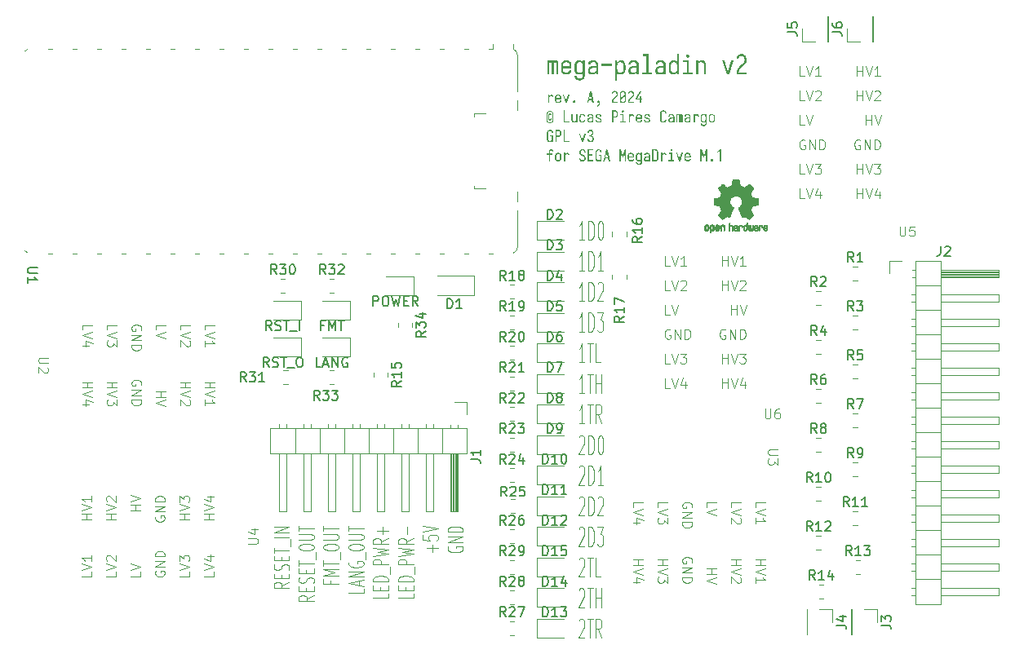
<source format=gbr>
%TF.GenerationSoftware,KiCad,Pcbnew,8.0.2*%
%TF.CreationDate,2024-05-17T23:09:10+02:00*%
%TF.ProjectId,pcb,7063622e-6b69-4636-9164-5f7063625858,rev?*%
%TF.SameCoordinates,Original*%
%TF.FileFunction,Legend,Top*%
%TF.FilePolarity,Positive*%
%FSLAX46Y46*%
G04 Gerber Fmt 4.6, Leading zero omitted, Abs format (unit mm)*
G04 Created by KiCad (PCBNEW 8.0.2) date 2024-05-17 23:09:10*
%MOMM*%
%LPD*%
G01*
G04 APERTURE LIST*
%ADD10C,0.100000*%
%ADD11C,0.150000*%
%ADD12C,0.120000*%
%ADD13C,0.010000*%
G04 APERTURE END LIST*
D10*
X69242704Y-89241177D02*
X68480799Y-89574510D01*
X69242704Y-89812605D02*
X67642704Y-89812605D01*
X67642704Y-89812605D02*
X67642704Y-89431653D01*
X67642704Y-89431653D02*
X67718894Y-89336415D01*
X67718894Y-89336415D02*
X67795085Y-89288796D01*
X67795085Y-89288796D02*
X67947466Y-89241177D01*
X67947466Y-89241177D02*
X68176037Y-89241177D01*
X68176037Y-89241177D02*
X68328418Y-89288796D01*
X68328418Y-89288796D02*
X68404609Y-89336415D01*
X68404609Y-89336415D02*
X68480799Y-89431653D01*
X68480799Y-89431653D02*
X68480799Y-89812605D01*
X68404609Y-88812605D02*
X68404609Y-88479272D01*
X69242704Y-88336415D02*
X69242704Y-88812605D01*
X69242704Y-88812605D02*
X67642704Y-88812605D01*
X67642704Y-88812605D02*
X67642704Y-88336415D01*
X69166514Y-87955462D02*
X69242704Y-87812605D01*
X69242704Y-87812605D02*
X69242704Y-87574510D01*
X69242704Y-87574510D02*
X69166514Y-87479272D01*
X69166514Y-87479272D02*
X69090323Y-87431653D01*
X69090323Y-87431653D02*
X68937942Y-87384034D01*
X68937942Y-87384034D02*
X68785561Y-87384034D01*
X68785561Y-87384034D02*
X68633180Y-87431653D01*
X68633180Y-87431653D02*
X68556990Y-87479272D01*
X68556990Y-87479272D02*
X68480799Y-87574510D01*
X68480799Y-87574510D02*
X68404609Y-87764986D01*
X68404609Y-87764986D02*
X68328418Y-87860224D01*
X68328418Y-87860224D02*
X68252228Y-87907843D01*
X68252228Y-87907843D02*
X68099847Y-87955462D01*
X68099847Y-87955462D02*
X67947466Y-87955462D01*
X67947466Y-87955462D02*
X67795085Y-87907843D01*
X67795085Y-87907843D02*
X67718894Y-87860224D01*
X67718894Y-87860224D02*
X67642704Y-87764986D01*
X67642704Y-87764986D02*
X67642704Y-87526891D01*
X67642704Y-87526891D02*
X67718894Y-87384034D01*
X68404609Y-86955462D02*
X68404609Y-86622129D01*
X69242704Y-86479272D02*
X69242704Y-86955462D01*
X69242704Y-86955462D02*
X67642704Y-86955462D01*
X67642704Y-86955462D02*
X67642704Y-86479272D01*
X67642704Y-86193557D02*
X67642704Y-85622129D01*
X69242704Y-85907843D02*
X67642704Y-85907843D01*
X69395085Y-85526891D02*
X69395085Y-84764986D01*
X69242704Y-84526890D02*
X67642704Y-84526890D01*
X69242704Y-84050700D02*
X67642704Y-84050700D01*
X67642704Y-84050700D02*
X69242704Y-83479272D01*
X69242704Y-83479272D02*
X67642704Y-83479272D01*
X71818614Y-90574511D02*
X71056709Y-90907844D01*
X71818614Y-91145939D02*
X70218614Y-91145939D01*
X70218614Y-91145939D02*
X70218614Y-90764987D01*
X70218614Y-90764987D02*
X70294804Y-90669749D01*
X70294804Y-90669749D02*
X70370995Y-90622130D01*
X70370995Y-90622130D02*
X70523376Y-90574511D01*
X70523376Y-90574511D02*
X70751947Y-90574511D01*
X70751947Y-90574511D02*
X70904328Y-90622130D01*
X70904328Y-90622130D02*
X70980519Y-90669749D01*
X70980519Y-90669749D02*
X71056709Y-90764987D01*
X71056709Y-90764987D02*
X71056709Y-91145939D01*
X70980519Y-90145939D02*
X70980519Y-89812606D01*
X71818614Y-89669749D02*
X71818614Y-90145939D01*
X71818614Y-90145939D02*
X70218614Y-90145939D01*
X70218614Y-90145939D02*
X70218614Y-89669749D01*
X71742424Y-89288796D02*
X71818614Y-89145939D01*
X71818614Y-89145939D02*
X71818614Y-88907844D01*
X71818614Y-88907844D02*
X71742424Y-88812606D01*
X71742424Y-88812606D02*
X71666233Y-88764987D01*
X71666233Y-88764987D02*
X71513852Y-88717368D01*
X71513852Y-88717368D02*
X71361471Y-88717368D01*
X71361471Y-88717368D02*
X71209090Y-88764987D01*
X71209090Y-88764987D02*
X71132900Y-88812606D01*
X71132900Y-88812606D02*
X71056709Y-88907844D01*
X71056709Y-88907844D02*
X70980519Y-89098320D01*
X70980519Y-89098320D02*
X70904328Y-89193558D01*
X70904328Y-89193558D02*
X70828138Y-89241177D01*
X70828138Y-89241177D02*
X70675757Y-89288796D01*
X70675757Y-89288796D02*
X70523376Y-89288796D01*
X70523376Y-89288796D02*
X70370995Y-89241177D01*
X70370995Y-89241177D02*
X70294804Y-89193558D01*
X70294804Y-89193558D02*
X70218614Y-89098320D01*
X70218614Y-89098320D02*
X70218614Y-88860225D01*
X70218614Y-88860225D02*
X70294804Y-88717368D01*
X70980519Y-88288796D02*
X70980519Y-87955463D01*
X71818614Y-87812606D02*
X71818614Y-88288796D01*
X71818614Y-88288796D02*
X70218614Y-88288796D01*
X70218614Y-88288796D02*
X70218614Y-87812606D01*
X70218614Y-87526891D02*
X70218614Y-86955463D01*
X71818614Y-87241177D02*
X70218614Y-87241177D01*
X71970995Y-86860225D02*
X71970995Y-86098320D01*
X70218614Y-85669748D02*
X70218614Y-85479272D01*
X70218614Y-85479272D02*
X70294804Y-85384034D01*
X70294804Y-85384034D02*
X70447185Y-85288796D01*
X70447185Y-85288796D02*
X70751947Y-85241177D01*
X70751947Y-85241177D02*
X71285281Y-85241177D01*
X71285281Y-85241177D02*
X71590043Y-85288796D01*
X71590043Y-85288796D02*
X71742424Y-85384034D01*
X71742424Y-85384034D02*
X71818614Y-85479272D01*
X71818614Y-85479272D02*
X71818614Y-85669748D01*
X71818614Y-85669748D02*
X71742424Y-85764986D01*
X71742424Y-85764986D02*
X71590043Y-85860224D01*
X71590043Y-85860224D02*
X71285281Y-85907843D01*
X71285281Y-85907843D02*
X70751947Y-85907843D01*
X70751947Y-85907843D02*
X70447185Y-85860224D01*
X70447185Y-85860224D02*
X70294804Y-85764986D01*
X70294804Y-85764986D02*
X70218614Y-85669748D01*
X70218614Y-84812605D02*
X71513852Y-84812605D01*
X71513852Y-84812605D02*
X71666233Y-84764986D01*
X71666233Y-84764986D02*
X71742424Y-84717367D01*
X71742424Y-84717367D02*
X71818614Y-84622129D01*
X71818614Y-84622129D02*
X71818614Y-84431653D01*
X71818614Y-84431653D02*
X71742424Y-84336415D01*
X71742424Y-84336415D02*
X71666233Y-84288796D01*
X71666233Y-84288796D02*
X71513852Y-84241177D01*
X71513852Y-84241177D02*
X70218614Y-84241177D01*
X70218614Y-83907843D02*
X70218614Y-83336415D01*
X71818614Y-83622129D02*
X70218614Y-83622129D01*
X73556429Y-89050701D02*
X73556429Y-89384034D01*
X74394524Y-89384034D02*
X72794524Y-89384034D01*
X72794524Y-89384034D02*
X72794524Y-88907844D01*
X74394524Y-88526891D02*
X72794524Y-88526891D01*
X72794524Y-88526891D02*
X73937381Y-88193558D01*
X73937381Y-88193558D02*
X72794524Y-87860225D01*
X72794524Y-87860225D02*
X74394524Y-87860225D01*
X72794524Y-87526891D02*
X72794524Y-86955463D01*
X74394524Y-87241177D02*
X72794524Y-87241177D01*
X74546905Y-86860225D02*
X74546905Y-86098320D01*
X72794524Y-85669748D02*
X72794524Y-85479272D01*
X72794524Y-85479272D02*
X72870714Y-85384034D01*
X72870714Y-85384034D02*
X73023095Y-85288796D01*
X73023095Y-85288796D02*
X73327857Y-85241177D01*
X73327857Y-85241177D02*
X73861191Y-85241177D01*
X73861191Y-85241177D02*
X74165953Y-85288796D01*
X74165953Y-85288796D02*
X74318334Y-85384034D01*
X74318334Y-85384034D02*
X74394524Y-85479272D01*
X74394524Y-85479272D02*
X74394524Y-85669748D01*
X74394524Y-85669748D02*
X74318334Y-85764986D01*
X74318334Y-85764986D02*
X74165953Y-85860224D01*
X74165953Y-85860224D02*
X73861191Y-85907843D01*
X73861191Y-85907843D02*
X73327857Y-85907843D01*
X73327857Y-85907843D02*
X73023095Y-85860224D01*
X73023095Y-85860224D02*
X72870714Y-85764986D01*
X72870714Y-85764986D02*
X72794524Y-85669748D01*
X72794524Y-84812605D02*
X74089762Y-84812605D01*
X74089762Y-84812605D02*
X74242143Y-84764986D01*
X74242143Y-84764986D02*
X74318334Y-84717367D01*
X74318334Y-84717367D02*
X74394524Y-84622129D01*
X74394524Y-84622129D02*
X74394524Y-84431653D01*
X74394524Y-84431653D02*
X74318334Y-84336415D01*
X74318334Y-84336415D02*
X74242143Y-84288796D01*
X74242143Y-84288796D02*
X74089762Y-84241177D01*
X74089762Y-84241177D02*
X72794524Y-84241177D01*
X72794524Y-83907843D02*
X72794524Y-83336415D01*
X74394524Y-83622129D02*
X72794524Y-83622129D01*
X76970434Y-89860225D02*
X76970434Y-90336415D01*
X76970434Y-90336415D02*
X75370434Y-90336415D01*
X76513291Y-89574510D02*
X76513291Y-89098320D01*
X76970434Y-89669748D02*
X75370434Y-89336415D01*
X75370434Y-89336415D02*
X76970434Y-89003082D01*
X76970434Y-88669748D02*
X75370434Y-88669748D01*
X75370434Y-88669748D02*
X76970434Y-88098320D01*
X76970434Y-88098320D02*
X75370434Y-88098320D01*
X75446624Y-87098320D02*
X75370434Y-87193558D01*
X75370434Y-87193558D02*
X75370434Y-87336415D01*
X75370434Y-87336415D02*
X75446624Y-87479272D01*
X75446624Y-87479272D02*
X75599005Y-87574510D01*
X75599005Y-87574510D02*
X75751386Y-87622129D01*
X75751386Y-87622129D02*
X76056148Y-87669748D01*
X76056148Y-87669748D02*
X76284720Y-87669748D01*
X76284720Y-87669748D02*
X76589482Y-87622129D01*
X76589482Y-87622129D02*
X76741863Y-87574510D01*
X76741863Y-87574510D02*
X76894244Y-87479272D01*
X76894244Y-87479272D02*
X76970434Y-87336415D01*
X76970434Y-87336415D02*
X76970434Y-87241177D01*
X76970434Y-87241177D02*
X76894244Y-87098320D01*
X76894244Y-87098320D02*
X76818053Y-87050701D01*
X76818053Y-87050701D02*
X76284720Y-87050701D01*
X76284720Y-87050701D02*
X76284720Y-87241177D01*
X77122815Y-86860225D02*
X77122815Y-86098320D01*
X75370434Y-85669748D02*
X75370434Y-85479272D01*
X75370434Y-85479272D02*
X75446624Y-85384034D01*
X75446624Y-85384034D02*
X75599005Y-85288796D01*
X75599005Y-85288796D02*
X75903767Y-85241177D01*
X75903767Y-85241177D02*
X76437101Y-85241177D01*
X76437101Y-85241177D02*
X76741863Y-85288796D01*
X76741863Y-85288796D02*
X76894244Y-85384034D01*
X76894244Y-85384034D02*
X76970434Y-85479272D01*
X76970434Y-85479272D02*
X76970434Y-85669748D01*
X76970434Y-85669748D02*
X76894244Y-85764986D01*
X76894244Y-85764986D02*
X76741863Y-85860224D01*
X76741863Y-85860224D02*
X76437101Y-85907843D01*
X76437101Y-85907843D02*
X75903767Y-85907843D01*
X75903767Y-85907843D02*
X75599005Y-85860224D01*
X75599005Y-85860224D02*
X75446624Y-85764986D01*
X75446624Y-85764986D02*
X75370434Y-85669748D01*
X75370434Y-84812605D02*
X76665672Y-84812605D01*
X76665672Y-84812605D02*
X76818053Y-84764986D01*
X76818053Y-84764986D02*
X76894244Y-84717367D01*
X76894244Y-84717367D02*
X76970434Y-84622129D01*
X76970434Y-84622129D02*
X76970434Y-84431653D01*
X76970434Y-84431653D02*
X76894244Y-84336415D01*
X76894244Y-84336415D02*
X76818053Y-84288796D01*
X76818053Y-84288796D02*
X76665672Y-84241177D01*
X76665672Y-84241177D02*
X75370434Y-84241177D01*
X75370434Y-83907843D02*
X75370434Y-83336415D01*
X76970434Y-83622129D02*
X75370434Y-83622129D01*
X79546344Y-90384034D02*
X79546344Y-90860224D01*
X79546344Y-90860224D02*
X77946344Y-90860224D01*
X78708249Y-90050700D02*
X78708249Y-89717367D01*
X79546344Y-89574510D02*
X79546344Y-90050700D01*
X79546344Y-90050700D02*
X77946344Y-90050700D01*
X77946344Y-90050700D02*
X77946344Y-89574510D01*
X79546344Y-89145938D02*
X77946344Y-89145938D01*
X77946344Y-89145938D02*
X77946344Y-88907843D01*
X77946344Y-88907843D02*
X78022534Y-88764986D01*
X78022534Y-88764986D02*
X78174915Y-88669748D01*
X78174915Y-88669748D02*
X78327296Y-88622129D01*
X78327296Y-88622129D02*
X78632058Y-88574510D01*
X78632058Y-88574510D02*
X78860630Y-88574510D01*
X78860630Y-88574510D02*
X79165392Y-88622129D01*
X79165392Y-88622129D02*
X79317773Y-88669748D01*
X79317773Y-88669748D02*
X79470154Y-88764986D01*
X79470154Y-88764986D02*
X79546344Y-88907843D01*
X79546344Y-88907843D02*
X79546344Y-89145938D01*
X79698725Y-88384034D02*
X79698725Y-87622129D01*
X79546344Y-87384033D02*
X77946344Y-87384033D01*
X77946344Y-87384033D02*
X77946344Y-87003081D01*
X77946344Y-87003081D02*
X78022534Y-86907843D01*
X78022534Y-86907843D02*
X78098725Y-86860224D01*
X78098725Y-86860224D02*
X78251106Y-86812605D01*
X78251106Y-86812605D02*
X78479677Y-86812605D01*
X78479677Y-86812605D02*
X78632058Y-86860224D01*
X78632058Y-86860224D02*
X78708249Y-86907843D01*
X78708249Y-86907843D02*
X78784439Y-87003081D01*
X78784439Y-87003081D02*
X78784439Y-87384033D01*
X77946344Y-86479271D02*
X79546344Y-86241176D01*
X79546344Y-86241176D02*
X78403487Y-86050700D01*
X78403487Y-86050700D02*
X79546344Y-85860224D01*
X79546344Y-85860224D02*
X77946344Y-85622129D01*
X79546344Y-84669748D02*
X78784439Y-85003081D01*
X79546344Y-85241176D02*
X77946344Y-85241176D01*
X77946344Y-85241176D02*
X77946344Y-84860224D01*
X77946344Y-84860224D02*
X78022534Y-84764986D01*
X78022534Y-84764986D02*
X78098725Y-84717367D01*
X78098725Y-84717367D02*
X78251106Y-84669748D01*
X78251106Y-84669748D02*
X78479677Y-84669748D01*
X78479677Y-84669748D02*
X78632058Y-84717367D01*
X78632058Y-84717367D02*
X78708249Y-84764986D01*
X78708249Y-84764986D02*
X78784439Y-84860224D01*
X78784439Y-84860224D02*
X78784439Y-85241176D01*
X78936820Y-84241176D02*
X78936820Y-83479272D01*
X79546344Y-83860224D02*
X78327296Y-83860224D01*
X82122254Y-90384034D02*
X82122254Y-90860224D01*
X82122254Y-90860224D02*
X80522254Y-90860224D01*
X81284159Y-90050700D02*
X81284159Y-89717367D01*
X82122254Y-89574510D02*
X82122254Y-90050700D01*
X82122254Y-90050700D02*
X80522254Y-90050700D01*
X80522254Y-90050700D02*
X80522254Y-89574510D01*
X82122254Y-89145938D02*
X80522254Y-89145938D01*
X80522254Y-89145938D02*
X80522254Y-88907843D01*
X80522254Y-88907843D02*
X80598444Y-88764986D01*
X80598444Y-88764986D02*
X80750825Y-88669748D01*
X80750825Y-88669748D02*
X80903206Y-88622129D01*
X80903206Y-88622129D02*
X81207968Y-88574510D01*
X81207968Y-88574510D02*
X81436540Y-88574510D01*
X81436540Y-88574510D02*
X81741302Y-88622129D01*
X81741302Y-88622129D02*
X81893683Y-88669748D01*
X81893683Y-88669748D02*
X82046064Y-88764986D01*
X82046064Y-88764986D02*
X82122254Y-88907843D01*
X82122254Y-88907843D02*
X82122254Y-89145938D01*
X82274635Y-88384034D02*
X82274635Y-87622129D01*
X82122254Y-87384033D02*
X80522254Y-87384033D01*
X80522254Y-87384033D02*
X80522254Y-87003081D01*
X80522254Y-87003081D02*
X80598444Y-86907843D01*
X80598444Y-86907843D02*
X80674635Y-86860224D01*
X80674635Y-86860224D02*
X80827016Y-86812605D01*
X80827016Y-86812605D02*
X81055587Y-86812605D01*
X81055587Y-86812605D02*
X81207968Y-86860224D01*
X81207968Y-86860224D02*
X81284159Y-86907843D01*
X81284159Y-86907843D02*
X81360349Y-87003081D01*
X81360349Y-87003081D02*
X81360349Y-87384033D01*
X80522254Y-86479271D02*
X82122254Y-86241176D01*
X82122254Y-86241176D02*
X80979397Y-86050700D01*
X80979397Y-86050700D02*
X82122254Y-85860224D01*
X82122254Y-85860224D02*
X80522254Y-85622129D01*
X82122254Y-84669748D02*
X81360349Y-85003081D01*
X82122254Y-85241176D02*
X80522254Y-85241176D01*
X80522254Y-85241176D02*
X80522254Y-84860224D01*
X80522254Y-84860224D02*
X80598444Y-84764986D01*
X80598444Y-84764986D02*
X80674635Y-84717367D01*
X80674635Y-84717367D02*
X80827016Y-84669748D01*
X80827016Y-84669748D02*
X81055587Y-84669748D01*
X81055587Y-84669748D02*
X81207968Y-84717367D01*
X81207968Y-84717367D02*
X81284159Y-84764986D01*
X81284159Y-84764986D02*
X81360349Y-84860224D01*
X81360349Y-84860224D02*
X81360349Y-85241176D01*
X81512730Y-84241176D02*
X81512730Y-83479272D01*
X84088640Y-86050700D02*
X84088640Y-85288796D01*
X84698164Y-85669748D02*
X83479116Y-85669748D01*
X83098164Y-84336415D02*
X83098164Y-84812605D01*
X83098164Y-84812605D02*
X83860069Y-84860224D01*
X83860069Y-84860224D02*
X83783878Y-84812605D01*
X83783878Y-84812605D02*
X83707688Y-84717367D01*
X83707688Y-84717367D02*
X83707688Y-84479272D01*
X83707688Y-84479272D02*
X83783878Y-84384034D01*
X83783878Y-84384034D02*
X83860069Y-84336415D01*
X83860069Y-84336415D02*
X84012450Y-84288796D01*
X84012450Y-84288796D02*
X84393402Y-84288796D01*
X84393402Y-84288796D02*
X84545783Y-84336415D01*
X84545783Y-84336415D02*
X84621974Y-84384034D01*
X84621974Y-84384034D02*
X84698164Y-84479272D01*
X84698164Y-84479272D02*
X84698164Y-84717367D01*
X84698164Y-84717367D02*
X84621974Y-84812605D01*
X84621974Y-84812605D02*
X84545783Y-84860224D01*
X83098164Y-84003081D02*
X84698164Y-83669748D01*
X84698164Y-83669748D02*
X83098164Y-83336415D01*
X85750264Y-85526891D02*
X85674074Y-85622129D01*
X85674074Y-85622129D02*
X85674074Y-85764986D01*
X85674074Y-85764986D02*
X85750264Y-85907843D01*
X85750264Y-85907843D02*
X85902645Y-86003081D01*
X85902645Y-86003081D02*
X86055026Y-86050700D01*
X86055026Y-86050700D02*
X86359788Y-86098319D01*
X86359788Y-86098319D02*
X86588360Y-86098319D01*
X86588360Y-86098319D02*
X86893122Y-86050700D01*
X86893122Y-86050700D02*
X87045503Y-86003081D01*
X87045503Y-86003081D02*
X87197884Y-85907843D01*
X87197884Y-85907843D02*
X87274074Y-85764986D01*
X87274074Y-85764986D02*
X87274074Y-85669748D01*
X87274074Y-85669748D02*
X87197884Y-85526891D01*
X87197884Y-85526891D02*
X87121693Y-85479272D01*
X87121693Y-85479272D02*
X86588360Y-85479272D01*
X86588360Y-85479272D02*
X86588360Y-85669748D01*
X87274074Y-85050700D02*
X85674074Y-85050700D01*
X85674074Y-85050700D02*
X87274074Y-84479272D01*
X87274074Y-84479272D02*
X85674074Y-84479272D01*
X87274074Y-84003081D02*
X85674074Y-84003081D01*
X85674074Y-84003081D02*
X85674074Y-83764986D01*
X85674074Y-83764986D02*
X85750264Y-83622129D01*
X85750264Y-83622129D02*
X85902645Y-83526891D01*
X85902645Y-83526891D02*
X86055026Y-83479272D01*
X86055026Y-83479272D02*
X86359788Y-83431653D01*
X86359788Y-83431653D02*
X86588360Y-83431653D01*
X86588360Y-83431653D02*
X86893122Y-83479272D01*
X86893122Y-83479272D02*
X87045503Y-83526891D01*
X87045503Y-83526891D02*
X87197884Y-83622129D01*
X87197884Y-83622129D02*
X87274074Y-83764986D01*
X87274074Y-83764986D02*
X87274074Y-84003081D01*
X99887693Y-53667790D02*
X99316265Y-53667790D01*
X99601979Y-53667790D02*
X99601979Y-51692790D01*
X99601979Y-51692790D02*
X99506741Y-51974933D01*
X99506741Y-51974933D02*
X99411503Y-52163028D01*
X99411503Y-52163028D02*
X99316265Y-52257076D01*
X100316265Y-53667790D02*
X100316265Y-51692790D01*
X100316265Y-51692790D02*
X100554360Y-51692790D01*
X100554360Y-51692790D02*
X100697217Y-51786838D01*
X100697217Y-51786838D02*
X100792455Y-51974933D01*
X100792455Y-51974933D02*
X100840074Y-52163028D01*
X100840074Y-52163028D02*
X100887693Y-52539219D01*
X100887693Y-52539219D02*
X100887693Y-52821362D01*
X100887693Y-52821362D02*
X100840074Y-53197552D01*
X100840074Y-53197552D02*
X100792455Y-53385647D01*
X100792455Y-53385647D02*
X100697217Y-53573743D01*
X100697217Y-53573743D02*
X100554360Y-53667790D01*
X100554360Y-53667790D02*
X100316265Y-53667790D01*
X101506741Y-51692790D02*
X101601979Y-51692790D01*
X101601979Y-51692790D02*
X101697217Y-51786838D01*
X101697217Y-51786838D02*
X101744836Y-51880885D01*
X101744836Y-51880885D02*
X101792455Y-52068981D01*
X101792455Y-52068981D02*
X101840074Y-52445171D01*
X101840074Y-52445171D02*
X101840074Y-52915409D01*
X101840074Y-52915409D02*
X101792455Y-53291600D01*
X101792455Y-53291600D02*
X101744836Y-53479695D01*
X101744836Y-53479695D02*
X101697217Y-53573743D01*
X101697217Y-53573743D02*
X101601979Y-53667790D01*
X101601979Y-53667790D02*
X101506741Y-53667790D01*
X101506741Y-53667790D02*
X101411503Y-53573743D01*
X101411503Y-53573743D02*
X101363884Y-53479695D01*
X101363884Y-53479695D02*
X101316265Y-53291600D01*
X101316265Y-53291600D02*
X101268646Y-52915409D01*
X101268646Y-52915409D02*
X101268646Y-52445171D01*
X101268646Y-52445171D02*
X101316265Y-52068981D01*
X101316265Y-52068981D02*
X101363884Y-51880885D01*
X101363884Y-51880885D02*
X101411503Y-51786838D01*
X101411503Y-51786838D02*
X101506741Y-51692790D01*
X99887693Y-56847429D02*
X99316265Y-56847429D01*
X99601979Y-56847429D02*
X99601979Y-54872429D01*
X99601979Y-54872429D02*
X99506741Y-55154572D01*
X99506741Y-55154572D02*
X99411503Y-55342667D01*
X99411503Y-55342667D02*
X99316265Y-55436715D01*
X100316265Y-56847429D02*
X100316265Y-54872429D01*
X100316265Y-54872429D02*
X100554360Y-54872429D01*
X100554360Y-54872429D02*
X100697217Y-54966477D01*
X100697217Y-54966477D02*
X100792455Y-55154572D01*
X100792455Y-55154572D02*
X100840074Y-55342667D01*
X100840074Y-55342667D02*
X100887693Y-55718858D01*
X100887693Y-55718858D02*
X100887693Y-56001001D01*
X100887693Y-56001001D02*
X100840074Y-56377191D01*
X100840074Y-56377191D02*
X100792455Y-56565286D01*
X100792455Y-56565286D02*
X100697217Y-56753382D01*
X100697217Y-56753382D02*
X100554360Y-56847429D01*
X100554360Y-56847429D02*
X100316265Y-56847429D01*
X101840074Y-56847429D02*
X101268646Y-56847429D01*
X101554360Y-56847429D02*
X101554360Y-54872429D01*
X101554360Y-54872429D02*
X101459122Y-55154572D01*
X101459122Y-55154572D02*
X101363884Y-55342667D01*
X101363884Y-55342667D02*
X101268646Y-55436715D01*
X99887693Y-60027068D02*
X99316265Y-60027068D01*
X99601979Y-60027068D02*
X99601979Y-58052068D01*
X99601979Y-58052068D02*
X99506741Y-58334211D01*
X99506741Y-58334211D02*
X99411503Y-58522306D01*
X99411503Y-58522306D02*
X99316265Y-58616354D01*
X100316265Y-60027068D02*
X100316265Y-58052068D01*
X100316265Y-58052068D02*
X100554360Y-58052068D01*
X100554360Y-58052068D02*
X100697217Y-58146116D01*
X100697217Y-58146116D02*
X100792455Y-58334211D01*
X100792455Y-58334211D02*
X100840074Y-58522306D01*
X100840074Y-58522306D02*
X100887693Y-58898497D01*
X100887693Y-58898497D02*
X100887693Y-59180640D01*
X100887693Y-59180640D02*
X100840074Y-59556830D01*
X100840074Y-59556830D02*
X100792455Y-59744925D01*
X100792455Y-59744925D02*
X100697217Y-59933021D01*
X100697217Y-59933021D02*
X100554360Y-60027068D01*
X100554360Y-60027068D02*
X100316265Y-60027068D01*
X101268646Y-58240163D02*
X101316265Y-58146116D01*
X101316265Y-58146116D02*
X101411503Y-58052068D01*
X101411503Y-58052068D02*
X101649598Y-58052068D01*
X101649598Y-58052068D02*
X101744836Y-58146116D01*
X101744836Y-58146116D02*
X101792455Y-58240163D01*
X101792455Y-58240163D02*
X101840074Y-58428259D01*
X101840074Y-58428259D02*
X101840074Y-58616354D01*
X101840074Y-58616354D02*
X101792455Y-58898497D01*
X101792455Y-58898497D02*
X101221027Y-60027068D01*
X101221027Y-60027068D02*
X101840074Y-60027068D01*
X99887693Y-63206707D02*
X99316265Y-63206707D01*
X99601979Y-63206707D02*
X99601979Y-61231707D01*
X99601979Y-61231707D02*
X99506741Y-61513850D01*
X99506741Y-61513850D02*
X99411503Y-61701945D01*
X99411503Y-61701945D02*
X99316265Y-61795993D01*
X100316265Y-63206707D02*
X100316265Y-61231707D01*
X100316265Y-61231707D02*
X100554360Y-61231707D01*
X100554360Y-61231707D02*
X100697217Y-61325755D01*
X100697217Y-61325755D02*
X100792455Y-61513850D01*
X100792455Y-61513850D02*
X100840074Y-61701945D01*
X100840074Y-61701945D02*
X100887693Y-62078136D01*
X100887693Y-62078136D02*
X100887693Y-62360279D01*
X100887693Y-62360279D02*
X100840074Y-62736469D01*
X100840074Y-62736469D02*
X100792455Y-62924564D01*
X100792455Y-62924564D02*
X100697217Y-63112660D01*
X100697217Y-63112660D02*
X100554360Y-63206707D01*
X100554360Y-63206707D02*
X100316265Y-63206707D01*
X101221027Y-61231707D02*
X101840074Y-61231707D01*
X101840074Y-61231707D02*
X101506741Y-61984088D01*
X101506741Y-61984088D02*
X101649598Y-61984088D01*
X101649598Y-61984088D02*
X101744836Y-62078136D01*
X101744836Y-62078136D02*
X101792455Y-62172183D01*
X101792455Y-62172183D02*
X101840074Y-62360279D01*
X101840074Y-62360279D02*
X101840074Y-62830517D01*
X101840074Y-62830517D02*
X101792455Y-63018612D01*
X101792455Y-63018612D02*
X101744836Y-63112660D01*
X101744836Y-63112660D02*
X101649598Y-63206707D01*
X101649598Y-63206707D02*
X101363884Y-63206707D01*
X101363884Y-63206707D02*
X101268646Y-63112660D01*
X101268646Y-63112660D02*
X101221027Y-63018612D01*
X99887693Y-66386346D02*
X99316265Y-66386346D01*
X99601979Y-66386346D02*
X99601979Y-64411346D01*
X99601979Y-64411346D02*
X99506741Y-64693489D01*
X99506741Y-64693489D02*
X99411503Y-64881584D01*
X99411503Y-64881584D02*
X99316265Y-64975632D01*
X100173408Y-64411346D02*
X100744836Y-64411346D01*
X100459122Y-66386346D02*
X100459122Y-64411346D01*
X101554360Y-66386346D02*
X101078170Y-66386346D01*
X101078170Y-66386346D02*
X101078170Y-64411346D01*
X99887693Y-69565985D02*
X99316265Y-69565985D01*
X99601979Y-69565985D02*
X99601979Y-67590985D01*
X99601979Y-67590985D02*
X99506741Y-67873128D01*
X99506741Y-67873128D02*
X99411503Y-68061223D01*
X99411503Y-68061223D02*
X99316265Y-68155271D01*
X100173408Y-67590985D02*
X100744836Y-67590985D01*
X100459122Y-69565985D02*
X100459122Y-67590985D01*
X101078170Y-69565985D02*
X101078170Y-67590985D01*
X101078170Y-68531461D02*
X101649598Y-68531461D01*
X101649598Y-69565985D02*
X101649598Y-67590985D01*
X99887693Y-72745624D02*
X99316265Y-72745624D01*
X99601979Y-72745624D02*
X99601979Y-70770624D01*
X99601979Y-70770624D02*
X99506741Y-71052767D01*
X99506741Y-71052767D02*
X99411503Y-71240862D01*
X99411503Y-71240862D02*
X99316265Y-71334910D01*
X100173408Y-70770624D02*
X100744836Y-70770624D01*
X100459122Y-72745624D02*
X100459122Y-70770624D01*
X101649598Y-72745624D02*
X101316265Y-71805148D01*
X101078170Y-72745624D02*
X101078170Y-70770624D01*
X101078170Y-70770624D02*
X101459122Y-70770624D01*
X101459122Y-70770624D02*
X101554360Y-70864672D01*
X101554360Y-70864672D02*
X101601979Y-70958719D01*
X101601979Y-70958719D02*
X101649598Y-71146815D01*
X101649598Y-71146815D02*
X101649598Y-71428957D01*
X101649598Y-71428957D02*
X101601979Y-71617053D01*
X101601979Y-71617053D02*
X101554360Y-71711100D01*
X101554360Y-71711100D02*
X101459122Y-71805148D01*
X101459122Y-71805148D02*
X101078170Y-71805148D01*
X99316265Y-74138358D02*
X99363884Y-74044311D01*
X99363884Y-74044311D02*
X99459122Y-73950263D01*
X99459122Y-73950263D02*
X99697217Y-73950263D01*
X99697217Y-73950263D02*
X99792455Y-74044311D01*
X99792455Y-74044311D02*
X99840074Y-74138358D01*
X99840074Y-74138358D02*
X99887693Y-74326454D01*
X99887693Y-74326454D02*
X99887693Y-74514549D01*
X99887693Y-74514549D02*
X99840074Y-74796692D01*
X99840074Y-74796692D02*
X99268646Y-75925263D01*
X99268646Y-75925263D02*
X99887693Y-75925263D01*
X100316265Y-75925263D02*
X100316265Y-73950263D01*
X100316265Y-73950263D02*
X100554360Y-73950263D01*
X100554360Y-73950263D02*
X100697217Y-74044311D01*
X100697217Y-74044311D02*
X100792455Y-74232406D01*
X100792455Y-74232406D02*
X100840074Y-74420501D01*
X100840074Y-74420501D02*
X100887693Y-74796692D01*
X100887693Y-74796692D02*
X100887693Y-75078835D01*
X100887693Y-75078835D02*
X100840074Y-75455025D01*
X100840074Y-75455025D02*
X100792455Y-75643120D01*
X100792455Y-75643120D02*
X100697217Y-75831216D01*
X100697217Y-75831216D02*
X100554360Y-75925263D01*
X100554360Y-75925263D02*
X100316265Y-75925263D01*
X101506741Y-73950263D02*
X101601979Y-73950263D01*
X101601979Y-73950263D02*
X101697217Y-74044311D01*
X101697217Y-74044311D02*
X101744836Y-74138358D01*
X101744836Y-74138358D02*
X101792455Y-74326454D01*
X101792455Y-74326454D02*
X101840074Y-74702644D01*
X101840074Y-74702644D02*
X101840074Y-75172882D01*
X101840074Y-75172882D02*
X101792455Y-75549073D01*
X101792455Y-75549073D02*
X101744836Y-75737168D01*
X101744836Y-75737168D02*
X101697217Y-75831216D01*
X101697217Y-75831216D02*
X101601979Y-75925263D01*
X101601979Y-75925263D02*
X101506741Y-75925263D01*
X101506741Y-75925263D02*
X101411503Y-75831216D01*
X101411503Y-75831216D02*
X101363884Y-75737168D01*
X101363884Y-75737168D02*
X101316265Y-75549073D01*
X101316265Y-75549073D02*
X101268646Y-75172882D01*
X101268646Y-75172882D02*
X101268646Y-74702644D01*
X101268646Y-74702644D02*
X101316265Y-74326454D01*
X101316265Y-74326454D02*
X101363884Y-74138358D01*
X101363884Y-74138358D02*
X101411503Y-74044311D01*
X101411503Y-74044311D02*
X101506741Y-73950263D01*
X99316265Y-77317997D02*
X99363884Y-77223950D01*
X99363884Y-77223950D02*
X99459122Y-77129902D01*
X99459122Y-77129902D02*
X99697217Y-77129902D01*
X99697217Y-77129902D02*
X99792455Y-77223950D01*
X99792455Y-77223950D02*
X99840074Y-77317997D01*
X99840074Y-77317997D02*
X99887693Y-77506093D01*
X99887693Y-77506093D02*
X99887693Y-77694188D01*
X99887693Y-77694188D02*
X99840074Y-77976331D01*
X99840074Y-77976331D02*
X99268646Y-79104902D01*
X99268646Y-79104902D02*
X99887693Y-79104902D01*
X100316265Y-79104902D02*
X100316265Y-77129902D01*
X100316265Y-77129902D02*
X100554360Y-77129902D01*
X100554360Y-77129902D02*
X100697217Y-77223950D01*
X100697217Y-77223950D02*
X100792455Y-77412045D01*
X100792455Y-77412045D02*
X100840074Y-77600140D01*
X100840074Y-77600140D02*
X100887693Y-77976331D01*
X100887693Y-77976331D02*
X100887693Y-78258474D01*
X100887693Y-78258474D02*
X100840074Y-78634664D01*
X100840074Y-78634664D02*
X100792455Y-78822759D01*
X100792455Y-78822759D02*
X100697217Y-79010855D01*
X100697217Y-79010855D02*
X100554360Y-79104902D01*
X100554360Y-79104902D02*
X100316265Y-79104902D01*
X101840074Y-79104902D02*
X101268646Y-79104902D01*
X101554360Y-79104902D02*
X101554360Y-77129902D01*
X101554360Y-77129902D02*
X101459122Y-77412045D01*
X101459122Y-77412045D02*
X101363884Y-77600140D01*
X101363884Y-77600140D02*
X101268646Y-77694188D01*
X99316265Y-80497636D02*
X99363884Y-80403589D01*
X99363884Y-80403589D02*
X99459122Y-80309541D01*
X99459122Y-80309541D02*
X99697217Y-80309541D01*
X99697217Y-80309541D02*
X99792455Y-80403589D01*
X99792455Y-80403589D02*
X99840074Y-80497636D01*
X99840074Y-80497636D02*
X99887693Y-80685732D01*
X99887693Y-80685732D02*
X99887693Y-80873827D01*
X99887693Y-80873827D02*
X99840074Y-81155970D01*
X99840074Y-81155970D02*
X99268646Y-82284541D01*
X99268646Y-82284541D02*
X99887693Y-82284541D01*
X100316265Y-82284541D02*
X100316265Y-80309541D01*
X100316265Y-80309541D02*
X100554360Y-80309541D01*
X100554360Y-80309541D02*
X100697217Y-80403589D01*
X100697217Y-80403589D02*
X100792455Y-80591684D01*
X100792455Y-80591684D02*
X100840074Y-80779779D01*
X100840074Y-80779779D02*
X100887693Y-81155970D01*
X100887693Y-81155970D02*
X100887693Y-81438113D01*
X100887693Y-81438113D02*
X100840074Y-81814303D01*
X100840074Y-81814303D02*
X100792455Y-82002398D01*
X100792455Y-82002398D02*
X100697217Y-82190494D01*
X100697217Y-82190494D02*
X100554360Y-82284541D01*
X100554360Y-82284541D02*
X100316265Y-82284541D01*
X101268646Y-80497636D02*
X101316265Y-80403589D01*
X101316265Y-80403589D02*
X101411503Y-80309541D01*
X101411503Y-80309541D02*
X101649598Y-80309541D01*
X101649598Y-80309541D02*
X101744836Y-80403589D01*
X101744836Y-80403589D02*
X101792455Y-80497636D01*
X101792455Y-80497636D02*
X101840074Y-80685732D01*
X101840074Y-80685732D02*
X101840074Y-80873827D01*
X101840074Y-80873827D02*
X101792455Y-81155970D01*
X101792455Y-81155970D02*
X101221027Y-82284541D01*
X101221027Y-82284541D02*
X101840074Y-82284541D01*
X99316265Y-83677275D02*
X99363884Y-83583228D01*
X99363884Y-83583228D02*
X99459122Y-83489180D01*
X99459122Y-83489180D02*
X99697217Y-83489180D01*
X99697217Y-83489180D02*
X99792455Y-83583228D01*
X99792455Y-83583228D02*
X99840074Y-83677275D01*
X99840074Y-83677275D02*
X99887693Y-83865371D01*
X99887693Y-83865371D02*
X99887693Y-84053466D01*
X99887693Y-84053466D02*
X99840074Y-84335609D01*
X99840074Y-84335609D02*
X99268646Y-85464180D01*
X99268646Y-85464180D02*
X99887693Y-85464180D01*
X100316265Y-85464180D02*
X100316265Y-83489180D01*
X100316265Y-83489180D02*
X100554360Y-83489180D01*
X100554360Y-83489180D02*
X100697217Y-83583228D01*
X100697217Y-83583228D02*
X100792455Y-83771323D01*
X100792455Y-83771323D02*
X100840074Y-83959418D01*
X100840074Y-83959418D02*
X100887693Y-84335609D01*
X100887693Y-84335609D02*
X100887693Y-84617752D01*
X100887693Y-84617752D02*
X100840074Y-84993942D01*
X100840074Y-84993942D02*
X100792455Y-85182037D01*
X100792455Y-85182037D02*
X100697217Y-85370133D01*
X100697217Y-85370133D02*
X100554360Y-85464180D01*
X100554360Y-85464180D02*
X100316265Y-85464180D01*
X101221027Y-83489180D02*
X101840074Y-83489180D01*
X101840074Y-83489180D02*
X101506741Y-84241561D01*
X101506741Y-84241561D02*
X101649598Y-84241561D01*
X101649598Y-84241561D02*
X101744836Y-84335609D01*
X101744836Y-84335609D02*
X101792455Y-84429656D01*
X101792455Y-84429656D02*
X101840074Y-84617752D01*
X101840074Y-84617752D02*
X101840074Y-85087990D01*
X101840074Y-85087990D02*
X101792455Y-85276085D01*
X101792455Y-85276085D02*
X101744836Y-85370133D01*
X101744836Y-85370133D02*
X101649598Y-85464180D01*
X101649598Y-85464180D02*
X101363884Y-85464180D01*
X101363884Y-85464180D02*
X101268646Y-85370133D01*
X101268646Y-85370133D02*
X101221027Y-85276085D01*
X99316265Y-86856914D02*
X99363884Y-86762867D01*
X99363884Y-86762867D02*
X99459122Y-86668819D01*
X99459122Y-86668819D02*
X99697217Y-86668819D01*
X99697217Y-86668819D02*
X99792455Y-86762867D01*
X99792455Y-86762867D02*
X99840074Y-86856914D01*
X99840074Y-86856914D02*
X99887693Y-87045010D01*
X99887693Y-87045010D02*
X99887693Y-87233105D01*
X99887693Y-87233105D02*
X99840074Y-87515248D01*
X99840074Y-87515248D02*
X99268646Y-88643819D01*
X99268646Y-88643819D02*
X99887693Y-88643819D01*
X100173408Y-86668819D02*
X100744836Y-86668819D01*
X100459122Y-88643819D02*
X100459122Y-86668819D01*
X101554360Y-88643819D02*
X101078170Y-88643819D01*
X101078170Y-88643819D02*
X101078170Y-86668819D01*
X99316265Y-90036553D02*
X99363884Y-89942506D01*
X99363884Y-89942506D02*
X99459122Y-89848458D01*
X99459122Y-89848458D02*
X99697217Y-89848458D01*
X99697217Y-89848458D02*
X99792455Y-89942506D01*
X99792455Y-89942506D02*
X99840074Y-90036553D01*
X99840074Y-90036553D02*
X99887693Y-90224649D01*
X99887693Y-90224649D02*
X99887693Y-90412744D01*
X99887693Y-90412744D02*
X99840074Y-90694887D01*
X99840074Y-90694887D02*
X99268646Y-91823458D01*
X99268646Y-91823458D02*
X99887693Y-91823458D01*
X100173408Y-89848458D02*
X100744836Y-89848458D01*
X100459122Y-91823458D02*
X100459122Y-89848458D01*
X101078170Y-91823458D02*
X101078170Y-89848458D01*
X101078170Y-90788934D02*
X101649598Y-90788934D01*
X101649598Y-91823458D02*
X101649598Y-89848458D01*
X99316265Y-93216192D02*
X99363884Y-93122145D01*
X99363884Y-93122145D02*
X99459122Y-93028097D01*
X99459122Y-93028097D02*
X99697217Y-93028097D01*
X99697217Y-93028097D02*
X99792455Y-93122145D01*
X99792455Y-93122145D02*
X99840074Y-93216192D01*
X99840074Y-93216192D02*
X99887693Y-93404288D01*
X99887693Y-93404288D02*
X99887693Y-93592383D01*
X99887693Y-93592383D02*
X99840074Y-93874526D01*
X99840074Y-93874526D02*
X99268646Y-95003097D01*
X99268646Y-95003097D02*
X99887693Y-95003097D01*
X100173408Y-93028097D02*
X100744836Y-93028097D01*
X100459122Y-95003097D02*
X100459122Y-93028097D01*
X101649598Y-95003097D02*
X101316265Y-94062621D01*
X101078170Y-95003097D02*
X101078170Y-93028097D01*
X101078170Y-93028097D02*
X101459122Y-93028097D01*
X101459122Y-93028097D02*
X101554360Y-93122145D01*
X101554360Y-93122145D02*
X101601979Y-93216192D01*
X101601979Y-93216192D02*
X101649598Y-93404288D01*
X101649598Y-93404288D02*
X101649598Y-93686430D01*
X101649598Y-93686430D02*
X101601979Y-93874526D01*
X101601979Y-93874526D02*
X101554360Y-93968573D01*
X101554360Y-93968573D02*
X101459122Y-94062621D01*
X101459122Y-94062621D02*
X101078170Y-94062621D01*
G36*
X96094267Y-39468000D02*
G01*
X96094267Y-38586381D01*
X96226158Y-38586381D01*
X96226158Y-38775131D01*
X96245887Y-38719847D01*
X96254588Y-38701859D01*
X96287341Y-38651740D01*
X96300310Y-38636792D01*
X96348703Y-38599862D01*
X96364497Y-38592535D01*
X96423552Y-38577745D01*
X96440408Y-38577002D01*
X96499793Y-38583699D01*
X96503715Y-38584622D01*
X96558701Y-38609839D01*
X96560282Y-38611000D01*
X96601967Y-38654495D01*
X96603073Y-38656136D01*
X96629125Y-38708687D01*
X96630331Y-38712410D01*
X96642726Y-38771690D01*
X96642934Y-38773666D01*
X96646437Y-38833240D01*
X96646451Y-38837267D01*
X96514560Y-38837267D01*
X96510457Y-38787734D01*
X96493457Y-38741719D01*
X96457993Y-38708893D01*
X96409926Y-38698048D01*
X96350761Y-38709843D01*
X96344860Y-38712410D01*
X96296734Y-38747346D01*
X96292690Y-38751977D01*
X96261422Y-38802477D01*
X96258984Y-38808251D01*
X96240744Y-38863966D01*
X96238761Y-38872145D01*
X96229240Y-38930264D01*
X96228503Y-38938676D01*
X96226179Y-38998033D01*
X96226158Y-39004036D01*
X96226158Y-39468000D01*
X96094267Y-39468000D01*
G37*
G36*
X97206349Y-38581041D02*
G01*
X97237616Y-38586381D01*
X97294597Y-38603733D01*
X97322027Y-38617155D01*
X97371885Y-38652934D01*
X97392076Y-38673136D01*
X97427683Y-38720788D01*
X97441901Y-38748167D01*
X97461749Y-38806262D01*
X97467107Y-38834043D01*
X97473052Y-38893025D01*
X97473848Y-38924022D01*
X97473848Y-39082584D01*
X96950680Y-39082584D01*
X96950680Y-39124496D01*
X96953904Y-39181649D01*
X96968265Y-39237043D01*
X96996988Y-39287455D01*
X97039193Y-39327023D01*
X97092536Y-39349591D01*
X97149982Y-39356332D01*
X97208608Y-39350795D01*
X97214755Y-39349591D01*
X97269729Y-39329188D01*
X97274839Y-39326143D01*
X97317154Y-39284515D01*
X97319389Y-39281007D01*
X97338555Y-39224855D01*
X97339026Y-39218579D01*
X97470624Y-39218579D01*
X97461257Y-39278335D01*
X97456263Y-39294489D01*
X97430309Y-39348414D01*
X97420799Y-39362487D01*
X97379890Y-39406479D01*
X97366577Y-39417002D01*
X97315350Y-39447177D01*
X97300045Y-39453638D01*
X97242486Y-39469516D01*
X97225600Y-39472103D01*
X97166223Y-39477126D01*
X97149982Y-39477378D01*
X97089972Y-39473718D01*
X97058538Y-39468879D01*
X97001310Y-39451923D01*
X96973248Y-39438104D01*
X96924850Y-39403176D01*
X96902320Y-39380951D01*
X96866592Y-39332782D01*
X96851908Y-39305334D01*
X96831947Y-39249453D01*
X96825823Y-39218872D01*
X96819878Y-39159246D01*
X96819082Y-39128013D01*
X96819082Y-38926367D01*
X96819339Y-38921091D01*
X96950680Y-38921091D01*
X96950680Y-38961538D01*
X97342250Y-38961538D01*
X97342250Y-38921091D01*
X97338733Y-38866283D01*
X97325251Y-38812940D01*
X97297407Y-38764287D01*
X97256081Y-38726478D01*
X97203911Y-38704496D01*
X97146465Y-38698048D01*
X97089019Y-38704496D01*
X97036556Y-38726478D01*
X96995230Y-38764287D01*
X96967386Y-38812940D01*
X96953904Y-38866283D01*
X96950680Y-38921091D01*
X96819339Y-38921091D01*
X96821985Y-38866867D01*
X96825823Y-38835801D01*
X96839720Y-38778069D01*
X96851029Y-38749339D01*
X96880691Y-38698128D01*
X96900561Y-38673722D01*
X96944878Y-38633883D01*
X96970610Y-38617448D01*
X97024550Y-38594151D01*
X97055020Y-38586381D01*
X97115031Y-38578110D01*
X97146465Y-38577002D01*
X97206349Y-38581041D01*
G37*
G36*
X97909968Y-39468000D02*
G01*
X97637979Y-38586381D01*
X97776612Y-38586381D01*
X97945432Y-39175787D01*
X97961625Y-39233893D01*
X97965362Y-39247302D01*
X97981391Y-39303966D01*
X97985879Y-39320281D01*
X98001728Y-39262915D01*
X98006102Y-39247302D01*
X98022578Y-39189196D01*
X98026325Y-39175787D01*
X98195146Y-38586381D01*
X98333778Y-38586381D01*
X98061789Y-39468000D01*
X97909968Y-39468000D01*
G37*
G36*
X98825293Y-39477378D02*
G01*
X98772829Y-39469758D01*
X98728279Y-39442794D01*
X98701315Y-39398244D01*
X98693695Y-39346073D01*
X98701315Y-39293903D01*
X98728279Y-39249353D01*
X98772829Y-39222389D01*
X98825293Y-39214769D01*
X98877463Y-39222389D01*
X98922306Y-39249353D01*
X98949270Y-39293903D01*
X98956891Y-39346073D01*
X98949270Y-39398244D01*
X98922306Y-39442794D01*
X98877463Y-39469758D01*
X98825293Y-39477378D01*
G37*
G36*
X100671182Y-38630051D02*
G01*
X100852020Y-39468000D01*
X100716905Y-39468000D01*
X100650959Y-39149116D01*
X100357281Y-39149116D01*
X100291336Y-39468000D01*
X100156221Y-39468000D01*
X100251430Y-39028069D01*
X100381022Y-39028069D01*
X100627219Y-39028069D01*
X100548084Y-38635913D01*
X100535647Y-38577991D01*
X100525223Y-38526883D01*
X100513866Y-38468732D01*
X100504120Y-38417560D01*
X100493055Y-38475565D01*
X100483018Y-38526883D01*
X100471165Y-38584805D01*
X100460157Y-38635913D01*
X100381022Y-39028069D01*
X100251430Y-39028069D01*
X100428210Y-38211224D01*
X100580031Y-38211224D01*
X100671182Y-38630051D01*
G37*
G36*
X101284330Y-39829674D02*
G01*
X101184972Y-39753764D01*
X101224099Y-39706654D01*
X101260589Y-39657648D01*
X101283450Y-39623924D01*
X101313868Y-39571442D01*
X101337855Y-39515993D01*
X101350275Y-39477378D01*
X101345879Y-39477378D01*
X101341775Y-39477378D01*
X101290191Y-39468879D01*
X101245642Y-39442207D01*
X101219556Y-39398244D01*
X101211936Y-39346073D01*
X101219556Y-39293903D01*
X101246521Y-39249353D01*
X101291071Y-39222389D01*
X101343534Y-39214769D01*
X101397463Y-39223268D01*
X101442892Y-39251405D01*
X101468391Y-39298006D01*
X101475132Y-39351935D01*
X101471783Y-39413583D01*
X101461737Y-39474330D01*
X101459891Y-39482361D01*
X101443560Y-39541845D01*
X101422591Y-39599397D01*
X101419445Y-39606925D01*
X101393753Y-39662562D01*
X101363941Y-39716267D01*
X101359654Y-39723282D01*
X101325878Y-39774540D01*
X101289398Y-39823351D01*
X101284330Y-39829674D01*
G37*
G36*
X102708461Y-39468000D02*
G01*
X102708461Y-39466241D01*
X102709092Y-39405972D01*
X102709926Y-39374503D01*
X102714759Y-39314108D01*
X102719305Y-39282473D01*
X102732210Y-39222961D01*
X102741287Y-39192494D01*
X102763040Y-39136300D01*
X102776751Y-39108376D01*
X102807351Y-39056811D01*
X102825697Y-39030707D01*
X102864388Y-38983740D01*
X102886367Y-38960951D01*
X102930846Y-38920403D01*
X102954951Y-38900575D01*
X103002128Y-38864024D01*
X103027344Y-38845180D01*
X103075442Y-38808395D01*
X103100031Y-38788321D01*
X103142160Y-38745549D01*
X103160701Y-38720323D01*
X103188614Y-38667027D01*
X103198803Y-38636792D01*
X103209916Y-38577299D01*
X103211406Y-38545934D01*
X103206560Y-38486646D01*
X103202027Y-38463282D01*
X103180941Y-38407846D01*
X103168321Y-38388544D01*
X103123094Y-38348152D01*
X103104134Y-38339011D01*
X103046802Y-38324166D01*
X103024120Y-38322891D01*
X102965960Y-38330226D01*
X102949675Y-38334908D01*
X102896630Y-38364497D01*
X102886367Y-38374182D01*
X102853266Y-38424667D01*
X102848265Y-38438076D01*
X102837103Y-38496931D01*
X102836542Y-38513987D01*
X102704944Y-38513987D01*
X102704944Y-38512228D01*
X102704944Y-38509004D01*
X102709637Y-38449717D01*
X102714030Y-38426353D01*
X102733114Y-38368829D01*
X102743632Y-38347804D01*
X102778121Y-38298957D01*
X102794337Y-38282152D01*
X102841636Y-38245740D01*
X102862041Y-38234378D01*
X102917668Y-38213621D01*
X102940589Y-38208879D01*
X103000449Y-38202401D01*
X103024120Y-38201845D01*
X103084432Y-38205862D01*
X103111755Y-38210344D01*
X103169711Y-38228542D01*
X103194406Y-38241119D01*
X103243572Y-38276608D01*
X103262990Y-38296220D01*
X103298429Y-38345499D01*
X103311057Y-38370372D01*
X103330905Y-38428052D01*
X103336263Y-38455369D01*
X103342345Y-38516222D01*
X103343004Y-38543882D01*
X103338768Y-38605202D01*
X103332159Y-38641775D01*
X103313910Y-38700279D01*
X103298454Y-38733512D01*
X103265870Y-38785445D01*
X103242473Y-38814406D01*
X103201942Y-38856786D01*
X103172424Y-38883282D01*
X103125461Y-38921911D01*
X103096514Y-38944538D01*
X103049070Y-38983167D01*
X103021482Y-39007553D01*
X102978000Y-39050669D01*
X102953778Y-39078188D01*
X102917806Y-39127235D01*
X102898970Y-39159081D01*
X102873554Y-39215020D01*
X102862041Y-39250233D01*
X102848394Y-39310271D01*
X102843283Y-39346953D01*
X103336263Y-39346953D01*
X103336263Y-39468000D01*
X102708461Y-39468000D01*
G37*
G36*
X103921281Y-38207020D02*
G01*
X103952048Y-38213861D01*
X104008632Y-38233666D01*
X104036458Y-38247567D01*
X104084988Y-38281972D01*
X104107386Y-38304427D01*
X104142993Y-38352722D01*
X104157212Y-38380337D01*
X104176398Y-38436471D01*
X104182418Y-38467385D01*
X104188362Y-38527396D01*
X104189159Y-38558830D01*
X104189159Y-39125376D01*
X104186255Y-39185386D01*
X104182418Y-39216820D01*
X104168521Y-39275063D01*
X104157212Y-39304161D01*
X104127423Y-39355498D01*
X104107386Y-39380072D01*
X104063202Y-39420163D01*
X104037337Y-39436932D01*
X103983530Y-39460229D01*
X103952927Y-39468000D01*
X103893175Y-39476270D01*
X103861775Y-39477378D01*
X103801765Y-39473339D01*
X103770331Y-39468000D01*
X103713482Y-39450520D01*
X103685921Y-39436932D01*
X103638298Y-39402395D01*
X103615872Y-39380072D01*
X103580523Y-39331776D01*
X103566339Y-39304161D01*
X103547153Y-39247769D01*
X103541133Y-39216820D01*
X103535189Y-39156810D01*
X103534392Y-39125376D01*
X103534392Y-39070861D01*
X103665990Y-39070861D01*
X103665990Y-39124496D01*
X103669214Y-39181942D01*
X103682697Y-39237337D01*
X103710540Y-39287455D01*
X103751866Y-39327023D01*
X103804330Y-39349591D01*
X103861775Y-39356332D01*
X103919221Y-39349591D01*
X103971392Y-39327023D01*
X104012718Y-39287455D01*
X104040561Y-39237337D01*
X104054043Y-39181942D01*
X104057561Y-39124496D01*
X104057561Y-38760184D01*
X103665990Y-39070861D01*
X103534392Y-39070861D01*
X103534392Y-38558830D01*
X103534463Y-38557364D01*
X103665990Y-38557364D01*
X103665990Y-38926367D01*
X104057561Y-38615983D01*
X104057561Y-38560882D01*
X104054043Y-38502263D01*
X104039682Y-38444524D01*
X104011838Y-38392061D01*
X103970512Y-38352200D01*
X103917463Y-38329926D01*
X103858258Y-38322891D01*
X103801692Y-38330512D01*
X103750108Y-38354252D01*
X103709661Y-38394406D01*
X103682697Y-38444524D01*
X103669214Y-38499919D01*
X103665990Y-38557364D01*
X103534463Y-38557364D01*
X103537296Y-38498819D01*
X103541133Y-38467385D01*
X103555030Y-38409268D01*
X103566339Y-38380337D01*
X103596002Y-38329000D01*
X103615872Y-38304427D01*
X103660567Y-38264203D01*
X103686800Y-38247567D01*
X103741136Y-38223133D01*
X103771210Y-38213861D01*
X103830445Y-38203265D01*
X103861775Y-38201845D01*
X103921281Y-38207020D01*
G37*
G36*
X104387288Y-39468000D02*
G01*
X104387288Y-39466241D01*
X104387920Y-39405972D01*
X104388754Y-39374503D01*
X104393586Y-39314108D01*
X104398133Y-39282473D01*
X104411038Y-39222961D01*
X104420115Y-39192494D01*
X104441867Y-39136300D01*
X104455579Y-39108376D01*
X104486179Y-39056811D01*
X104504525Y-39030707D01*
X104543216Y-38983740D01*
X104565195Y-38960951D01*
X104609674Y-38920403D01*
X104633778Y-38900575D01*
X104680956Y-38864024D01*
X104706172Y-38845180D01*
X104754269Y-38808395D01*
X104778859Y-38788321D01*
X104820987Y-38745549D01*
X104839528Y-38720323D01*
X104867442Y-38667027D01*
X104877630Y-38636792D01*
X104888744Y-38577299D01*
X104890233Y-38545934D01*
X104885388Y-38486646D01*
X104880854Y-38463282D01*
X104859769Y-38407846D01*
X104847149Y-38388544D01*
X104801921Y-38348152D01*
X104782962Y-38339011D01*
X104725630Y-38324166D01*
X104702948Y-38322891D01*
X104644788Y-38330226D01*
X104628503Y-38334908D01*
X104575458Y-38364497D01*
X104565195Y-38374182D01*
X104532094Y-38424667D01*
X104527093Y-38438076D01*
X104515930Y-38496931D01*
X104515369Y-38513987D01*
X104383771Y-38513987D01*
X104383771Y-38512228D01*
X104383771Y-38509004D01*
X104388465Y-38449717D01*
X104392857Y-38426353D01*
X104411942Y-38368829D01*
X104422459Y-38347804D01*
X104456948Y-38298957D01*
X104473164Y-38282152D01*
X104520464Y-38245740D01*
X104540868Y-38234378D01*
X104596496Y-38213621D01*
X104619417Y-38208879D01*
X104679277Y-38202401D01*
X104702948Y-38201845D01*
X104763259Y-38205862D01*
X104790582Y-38210344D01*
X104848539Y-38228542D01*
X104873234Y-38241119D01*
X104922400Y-38276608D01*
X104941817Y-38296220D01*
X104977256Y-38345499D01*
X104989884Y-38370372D01*
X105009732Y-38428052D01*
X105015090Y-38455369D01*
X105021173Y-38516222D01*
X105021831Y-38543882D01*
X105017595Y-38605202D01*
X105010987Y-38641775D01*
X104992737Y-38700279D01*
X104977281Y-38733512D01*
X104944698Y-38785445D01*
X104921301Y-38814406D01*
X104880770Y-38856786D01*
X104851252Y-38883282D01*
X104804289Y-38921911D01*
X104775341Y-38944538D01*
X104727897Y-38983167D01*
X104700310Y-39007553D01*
X104656827Y-39050669D01*
X104632606Y-39078188D01*
X104596634Y-39127235D01*
X104577798Y-39159081D01*
X104552381Y-39215020D01*
X104540868Y-39250233D01*
X104527221Y-39310271D01*
X104522110Y-39346953D01*
X105015090Y-39346953D01*
X105015090Y-39468000D01*
X104387288Y-39468000D01*
G37*
G36*
X105614755Y-39468000D02*
G01*
X105614755Y-39138858D01*
X105213220Y-39138858D01*
X105213220Y-39017811D01*
X105608014Y-38211224D01*
X105751629Y-38211224D01*
X105356542Y-39017811D01*
X105614755Y-39017811D01*
X105614755Y-38717685D01*
X105746646Y-38717685D01*
X105746646Y-39017811D01*
X105854504Y-39017811D01*
X105854504Y-39138858D01*
X105746646Y-39138858D01*
X105746646Y-39468000D01*
X105614755Y-39468000D01*
G37*
G36*
X96363886Y-40554245D02*
G01*
X96374462Y-40557538D01*
X96425575Y-40587051D01*
X96433667Y-40594760D01*
X96466889Y-40644258D01*
X96470889Y-40654844D01*
X96482327Y-40714589D01*
X96482613Y-40726065D01*
X96386479Y-40726065D01*
X96386479Y-40724307D01*
X96381203Y-40692066D01*
X96365083Y-40663930D01*
X96338119Y-40645758D01*
X96305293Y-40639896D01*
X96269829Y-40647517D01*
X96241985Y-40670378D01*
X96227623Y-40704376D01*
X96224399Y-40741599D01*
X96224399Y-41063413D01*
X96227623Y-41100929D01*
X96241985Y-41134635D01*
X96269829Y-41157496D01*
X96305293Y-41165116D01*
X96338119Y-41159254D01*
X96365083Y-41140203D01*
X96381203Y-41111187D01*
X96386479Y-41077775D01*
X96482613Y-41077775D01*
X96482613Y-41079533D01*
X96482613Y-41081292D01*
X96474267Y-41141238D01*
X96470889Y-41151927D01*
X96441299Y-41202963D01*
X96433667Y-41211131D01*
X96384872Y-41243859D01*
X96374462Y-41247768D01*
X96316332Y-41258633D01*
X96305293Y-41258905D01*
X96246250Y-41250392D01*
X96232899Y-41246009D01*
X96182429Y-41215379D01*
X96172815Y-41205563D01*
X96142572Y-41154601D01*
X96138230Y-41141083D01*
X96128742Y-41082564D01*
X96128265Y-41066051D01*
X96128265Y-40738961D01*
X96134348Y-40680422D01*
X96138230Y-40664223D01*
X96164187Y-40610121D01*
X96172815Y-40599450D01*
X96219981Y-40564354D01*
X96232899Y-40559003D01*
X96291496Y-40546560D01*
X96305293Y-40546107D01*
X96363886Y-40554245D01*
G37*
G36*
X96367160Y-40269286D02*
G01*
X96408168Y-40277635D01*
X96466313Y-40297251D01*
X96503715Y-40316030D01*
X96553350Y-40351167D01*
X96583143Y-40380803D01*
X96619460Y-40430231D01*
X96638831Y-40467265D01*
X96659137Y-40524813D01*
X96667554Y-40566330D01*
X96673916Y-40627728D01*
X96675174Y-40669498D01*
X96675174Y-41140789D01*
X96672487Y-41202007D01*
X96667554Y-41244251D01*
X96653751Y-41304098D01*
X96638831Y-41343023D01*
X96609018Y-41396023D01*
X96583143Y-41429191D01*
X96538457Y-41470973D01*
X96503715Y-41493965D01*
X96448398Y-41519116D01*
X96408168Y-41530015D01*
X96348200Y-41538580D01*
X96307051Y-41540273D01*
X96246839Y-41536657D01*
X96205642Y-41530015D01*
X96147741Y-41512357D01*
X96110387Y-41493965D01*
X96060752Y-41458828D01*
X96030959Y-41429191D01*
X95994643Y-41379867D01*
X95975272Y-41343023D01*
X95954965Y-41285579D01*
X95946549Y-41244251D01*
X95940387Y-41185837D01*
X95938928Y-41140789D01*
X95938928Y-40669498D01*
X95938992Y-40668033D01*
X96035355Y-40668033D01*
X96035355Y-41136979D01*
X96038653Y-41195891D01*
X96041217Y-41215528D01*
X96054791Y-41272681D01*
X96061441Y-41291145D01*
X96089963Y-41344533D01*
X96100129Y-41358263D01*
X96143606Y-41400345D01*
X96157575Y-41410140D01*
X96212722Y-41434884D01*
X96229382Y-41438863D01*
X96287689Y-41446008D01*
X96307051Y-41446484D01*
X96367501Y-41441833D01*
X96384427Y-41438863D01*
X96441579Y-41418728D01*
X96456235Y-41410140D01*
X96502617Y-41371164D01*
X96513681Y-41358263D01*
X96545888Y-41306779D01*
X96552662Y-41291145D01*
X96569423Y-41234872D01*
X96572885Y-41215528D01*
X96578381Y-41156616D01*
X96578747Y-41136979D01*
X96578747Y-40668033D01*
X96575450Y-40609286D01*
X96572885Y-40589778D01*
X96559311Y-40532515D01*
X96552662Y-40514160D01*
X96524855Y-40462173D01*
X96512801Y-40446163D01*
X96470211Y-40405112D01*
X96453890Y-40394286D01*
X96398005Y-40370100D01*
X96381203Y-40366149D01*
X96323006Y-40359005D01*
X96303534Y-40358528D01*
X96243442Y-40363716D01*
X96226744Y-40367028D01*
X96170530Y-40388180D01*
X96155816Y-40396923D01*
X96110071Y-40435800D01*
X96099249Y-40448801D01*
X96067622Y-40500185D01*
X96060561Y-40515919D01*
X96043009Y-40573957D01*
X96040338Y-40590657D01*
X96035594Y-40650907D01*
X96035355Y-40668033D01*
X95938992Y-40668033D01*
X95941615Y-40608384D01*
X95946549Y-40566330D01*
X95960351Y-40506238D01*
X95975272Y-40467265D01*
X96005084Y-40414020D01*
X96030959Y-40380803D01*
X96075645Y-40339022D01*
X96110387Y-40316030D01*
X96165601Y-40290052D01*
X96205642Y-40277635D01*
X96265853Y-40266868D01*
X96307051Y-40264739D01*
X96367160Y-40269286D01*
G37*
G36*
X97725907Y-41484000D02*
G01*
X97725907Y-40227224D01*
X97857505Y-40227224D01*
X97857505Y-41362953D01*
X98313262Y-41362953D01*
X98313262Y-41484000D01*
X97725907Y-41484000D01*
G37*
G36*
X98774588Y-41493378D02*
G01*
X98714826Y-41487322D01*
X98691936Y-41481655D01*
X98638488Y-41457113D01*
X98620129Y-41443553D01*
X98578638Y-41398655D01*
X98567079Y-41381124D01*
X98540174Y-41327215D01*
X98532201Y-41305214D01*
X98518475Y-41247427D01*
X98515495Y-41224321D01*
X98511716Y-41165217D01*
X98511392Y-41142255D01*
X98511392Y-40602381D01*
X98642990Y-40602381D01*
X98642990Y-41140203D01*
X98646214Y-41196770D01*
X98658230Y-41250406D01*
X98682557Y-41300231D01*
X98720659Y-41340385D01*
X98769605Y-41364711D01*
X98825293Y-41372332D01*
X98880980Y-41364711D01*
X98929926Y-41340385D01*
X98967735Y-41300231D01*
X98992355Y-41250406D01*
X99004078Y-41196770D01*
X99007595Y-41140203D01*
X99007595Y-40602381D01*
X99139193Y-40602381D01*
X99139193Y-41484000D01*
X99007595Y-41484000D01*
X99007595Y-41323678D01*
X98981342Y-41377860D01*
X98972131Y-41392262D01*
X98932060Y-41437907D01*
X98918789Y-41448829D01*
X98865952Y-41477973D01*
X98849619Y-41483120D01*
X98790901Y-41492888D01*
X98774588Y-41493378D01*
G37*
G36*
X99659724Y-41493378D02*
G01*
X99598443Y-41488945D01*
X99570038Y-41484000D01*
X99513189Y-41466268D01*
X99485628Y-41452346D01*
X99436726Y-41415509D01*
X99417337Y-41395193D01*
X99383281Y-41347023D01*
X99369270Y-41319575D01*
X99350084Y-41264073D01*
X99344064Y-41233993D01*
X99338120Y-41175142D01*
X99337323Y-41144013D01*
X99337323Y-40942367D01*
X99340226Y-40883246D01*
X99344064Y-40852681D01*
X99357961Y-40795724D01*
X99369270Y-40767098D01*
X99398302Y-40715887D01*
X99417337Y-40691480D01*
X99460103Y-40651263D01*
X99485628Y-40634327D01*
X99539567Y-40610255D01*
X99570038Y-40602381D01*
X99629291Y-40594110D01*
X99659724Y-40593002D01*
X99720394Y-40596938D01*
X99744134Y-40600622D01*
X99802533Y-40617330D01*
X99824148Y-40627000D01*
X99874831Y-40659448D01*
X99892438Y-40675360D01*
X99930956Y-40721850D01*
X99943143Y-40742185D01*
X99966731Y-40797964D01*
X99972745Y-40821027D01*
X99981383Y-40881038D01*
X99982124Y-40904851D01*
X99850526Y-40904851D01*
X99850526Y-40903972D01*
X99850526Y-40903092D01*
X99842593Y-40842814D01*
X99838510Y-40829233D01*
X99809397Y-40776367D01*
X99799822Y-40765926D01*
X99751429Y-40732459D01*
X99735635Y-40726358D01*
X99676580Y-40714637D01*
X99659724Y-40714048D01*
X99603157Y-40720789D01*
X99551573Y-40743944D01*
X99511713Y-40784097D01*
X99485628Y-40833043D01*
X99472145Y-40886972D01*
X99468921Y-40943539D01*
X99468921Y-41142841D01*
X99472145Y-41199701D01*
X99485628Y-41253630D01*
X99511713Y-41302576D01*
X99551573Y-41342436D01*
X99603157Y-41365884D01*
X99659724Y-41372332D01*
X99719280Y-41364639D01*
X99735635Y-41359729D01*
X99787534Y-41330913D01*
X99799822Y-41319575D01*
X99832651Y-41270982D01*
X99838510Y-41255388D01*
X99849951Y-41196791D01*
X99850526Y-41180064D01*
X99982124Y-41180064D01*
X99982124Y-41182702D01*
X99982124Y-41183288D01*
X99977279Y-41243503D01*
X99972745Y-41266819D01*
X99953780Y-41324105D01*
X99943143Y-41345367D01*
X99908773Y-41394668D01*
X99892438Y-41411899D01*
X99844954Y-41448429D01*
X99824148Y-41459673D01*
X99767527Y-41480614D01*
X99744134Y-41485758D01*
X99683464Y-41492776D01*
X99659724Y-41493378D01*
G37*
G36*
X100563032Y-40596299D02*
G01*
X100583255Y-40598863D01*
X100642221Y-40613921D01*
X100660924Y-40621725D01*
X100713461Y-40652719D01*
X100729508Y-40665688D01*
X100770284Y-40710916D01*
X100781092Y-40728117D01*
X100804667Y-40784116D01*
X100809521Y-40804027D01*
X100817349Y-40862169D01*
X100818021Y-40884921D01*
X100818021Y-41484000D01*
X100686423Y-41484000D01*
X100686423Y-41331885D01*
X100658004Y-41383207D01*
X100643339Y-41401641D01*
X100599377Y-41441844D01*
X100580031Y-41454690D01*
X100526477Y-41478785D01*
X100504120Y-41484586D01*
X100445978Y-41492683D01*
X100423227Y-41493378D01*
X100363635Y-41488005D01*
X100323576Y-41478138D01*
X100270412Y-41452045D01*
X100239752Y-41425381D01*
X100205812Y-41376698D01*
X100190806Y-41338626D01*
X100179059Y-41279806D01*
X100176737Y-41239561D01*
X100177888Y-41226079D01*
X100308335Y-41226079D01*
X100319338Y-41284844D01*
X100320059Y-41286749D01*
X100354051Y-41335887D01*
X100355523Y-41337161D01*
X100408396Y-41364223D01*
X100410331Y-41364711D01*
X100469648Y-41372302D01*
X100473639Y-41372332D01*
X100532505Y-41366729D01*
X100555704Y-41361487D01*
X100609357Y-41336998D01*
X100627219Y-41322799D01*
X100663873Y-41274604D01*
X100672062Y-41255681D01*
X100685287Y-41197441D01*
X100686423Y-41173909D01*
X100686423Y-41079826D01*
X100536067Y-41079826D01*
X100484483Y-41082464D01*
X100433778Y-41090671D01*
X100385711Y-41107670D01*
X100343506Y-41135514D01*
X100316542Y-41176547D01*
X100308335Y-41226079D01*
X100177888Y-41226079D01*
X100181863Y-41179539D01*
X100187581Y-41152806D01*
X100209696Y-41098389D01*
X100224511Y-41076309D01*
X100267881Y-41033190D01*
X100287819Y-41019450D01*
X100340939Y-40992184D01*
X100366367Y-40982813D01*
X100423870Y-40968028D01*
X100450191Y-40964055D01*
X100508916Y-40959295D01*
X100536067Y-40958780D01*
X100686423Y-40958780D01*
X100686423Y-40879938D01*
X100677223Y-40820665D01*
X100674406Y-40812234D01*
X100642221Y-40761776D01*
X100635718Y-40755960D01*
X100584165Y-40727058D01*
X100573290Y-40723720D01*
X100513444Y-40714284D01*
X100502362Y-40714048D01*
X100443826Y-40718985D01*
X100435537Y-40720496D01*
X100379140Y-40742633D01*
X100375746Y-40744823D01*
X100335492Y-40787842D01*
X100333541Y-40791424D01*
X100318315Y-40849018D01*
X100318300Y-40850922D01*
X100186702Y-40850922D01*
X100193321Y-40792182D01*
X100197547Y-40776184D01*
X100221568Y-40721980D01*
X100230666Y-40707893D01*
X100270558Y-40664159D01*
X100283715Y-40653965D01*
X100335221Y-40623890D01*
X100350540Y-40617328D01*
X100407921Y-40600613D01*
X100424692Y-40597984D01*
X100485422Y-40593240D01*
X100502362Y-40593002D01*
X100563032Y-40596299D01*
G37*
G36*
X101341775Y-41493378D02*
G01*
X101282220Y-41490695D01*
X101265865Y-41488982D01*
X101206539Y-41476703D01*
X101193178Y-41472276D01*
X101140270Y-41446401D01*
X101126353Y-41437105D01*
X101082819Y-41397649D01*
X101072424Y-41384935D01*
X101042717Y-41331905D01*
X101037840Y-41318403D01*
X101026677Y-41260622D01*
X101026116Y-41244251D01*
X101157714Y-41244251D01*
X101157714Y-41245130D01*
X101157714Y-41246009D01*
X101173668Y-41302627D01*
X101174713Y-41304334D01*
X101217827Y-41345301D01*
X101219556Y-41346247D01*
X101276529Y-41366388D01*
X101278468Y-41366763D01*
X101337784Y-41372310D01*
X101341775Y-41372332D01*
X101402209Y-41367656D01*
X101404204Y-41367349D01*
X101460017Y-41348476D01*
X101463408Y-41346540D01*
X101506496Y-41306268D01*
X101508838Y-41302869D01*
X101527577Y-41245639D01*
X101527595Y-41243665D01*
X101514699Y-41197649D01*
X101482752Y-41160133D01*
X101439668Y-41137565D01*
X101392480Y-41123204D01*
X101390722Y-41123204D01*
X101334502Y-41106351D01*
X101312173Y-41099757D01*
X101254141Y-41080852D01*
X101235383Y-41073965D01*
X101180813Y-41048301D01*
X101162990Y-41037914D01*
X101116250Y-41002346D01*
X101100268Y-40986037D01*
X101066416Y-40936138D01*
X101058063Y-40917454D01*
X101044050Y-40858872D01*
X101043115Y-40838905D01*
X101050274Y-40780249D01*
X101053960Y-40767098D01*
X101078637Y-40713234D01*
X101086200Y-40701739D01*
X101125909Y-40658293D01*
X101136612Y-40649861D01*
X101188004Y-40620615D01*
X101200799Y-40615570D01*
X101258740Y-40600121D01*
X101272606Y-40597984D01*
X101331932Y-40593177D01*
X101345293Y-40593002D01*
X101404916Y-40596484D01*
X101418565Y-40598277D01*
X101475882Y-40611598D01*
X101488614Y-40616156D01*
X101541347Y-40642247D01*
X101552801Y-40649861D01*
X101596142Y-40689958D01*
X101604385Y-40700859D01*
X101631905Y-40753026D01*
X101636332Y-40766219D01*
X101647078Y-40825291D01*
X101647470Y-40839198D01*
X101515872Y-40839198D01*
X101515872Y-40838319D01*
X101515872Y-40837440D01*
X101500631Y-40783218D01*
X101459891Y-40741306D01*
X101405083Y-40719910D01*
X101345293Y-40714048D01*
X101285209Y-40719910D01*
X101230401Y-40741599D01*
X101189075Y-40785270D01*
X101172955Y-40841250D01*
X101189075Y-40894886D01*
X101229521Y-40935039D01*
X101281985Y-40957607D01*
X101337672Y-40972555D01*
X101393360Y-40988382D01*
X101448168Y-41005967D01*
X101500338Y-41027656D01*
X101549284Y-41056086D01*
X101593248Y-41093016D01*
X101628126Y-41138152D01*
X101649815Y-41190615D01*
X101657435Y-41247475D01*
X101649696Y-41306905D01*
X101645711Y-41320454D01*
X101619308Y-41374884D01*
X101611127Y-41386400D01*
X101568366Y-41429265D01*
X101556905Y-41437398D01*
X101503517Y-41465796D01*
X101490373Y-41470810D01*
X101433350Y-41485851D01*
X101416807Y-41488396D01*
X101358088Y-41493140D01*
X101341775Y-41493378D01*
G37*
G36*
X103092624Y-40231263D02*
G01*
X103124357Y-40236602D01*
X103182871Y-40255223D01*
X103211406Y-40270015D01*
X103260200Y-40307113D01*
X103282334Y-40330978D01*
X103315742Y-40379887D01*
X103331280Y-40411871D01*
X103349781Y-40467833D01*
X103356486Y-40502729D01*
X103362531Y-40561485D01*
X103363520Y-40596519D01*
X103360772Y-40656259D01*
X103356486Y-40691773D01*
X103343480Y-40749499D01*
X103331280Y-40782925D01*
X103303505Y-40834880D01*
X103282334Y-40863525D01*
X103240339Y-40904649D01*
X103211406Y-40924488D01*
X103155669Y-40949721D01*
X103124357Y-40957900D01*
X103063956Y-40966171D01*
X103032620Y-40967279D01*
X102867023Y-40967279D01*
X102867023Y-41484000D01*
X102735425Y-41484000D01*
X102735425Y-40846233D01*
X102867023Y-40846233D01*
X103032620Y-40846233D01*
X103091531Y-40838612D01*
X103144581Y-40813699D01*
X103186786Y-40771201D01*
X103213999Y-40719029D01*
X103214630Y-40717272D01*
X103227903Y-40659989D01*
X103228112Y-40658068D01*
X103231626Y-40598442D01*
X103231629Y-40596519D01*
X103228112Y-40536435D01*
X103214630Y-40477524D01*
X103187896Y-40425191D01*
X103186786Y-40423595D01*
X103144581Y-40380803D01*
X103091531Y-40356184D01*
X103032620Y-40348270D01*
X102867023Y-40348270D01*
X102867023Y-40846233D01*
X102735425Y-40846233D01*
X102735425Y-40227224D01*
X103032620Y-40227224D01*
X103092624Y-40231263D01*
G37*
G36*
X103566339Y-41484000D02*
G01*
X103566339Y-41362953D01*
X103807847Y-41362953D01*
X103807847Y-40723427D01*
X103590080Y-40723427D01*
X103590080Y-40602381D01*
X103939445Y-40602381D01*
X103939445Y-41362953D01*
X104157212Y-41362953D01*
X104157212Y-41484000D01*
X103566339Y-41484000D01*
G37*
G36*
X103861775Y-40433560D02*
G01*
X103819570Y-40427991D01*
X103784106Y-40407182D01*
X103763004Y-40372597D01*
X103757142Y-40331271D01*
X103763004Y-40289945D01*
X103784106Y-40255360D01*
X103819570Y-40233965D01*
X103861775Y-40227224D01*
X103903981Y-40233965D01*
X103939445Y-40255360D01*
X103961427Y-40289945D01*
X103968168Y-40331271D01*
X103961427Y-40372597D01*
X103939445Y-40407182D01*
X103903981Y-40427991D01*
X103861775Y-40433560D01*
G37*
G36*
X104488405Y-41484000D02*
G01*
X104488405Y-40602381D01*
X104620296Y-40602381D01*
X104620296Y-40791131D01*
X104640025Y-40735847D01*
X104648726Y-40717859D01*
X104681479Y-40667740D01*
X104694448Y-40652792D01*
X104742841Y-40615862D01*
X104758635Y-40608535D01*
X104817690Y-40593745D01*
X104834546Y-40593002D01*
X104893931Y-40599699D01*
X104897854Y-40600622D01*
X104952839Y-40625839D01*
X104954420Y-40627000D01*
X104996105Y-40670495D01*
X104997212Y-40672136D01*
X105023264Y-40724687D01*
X105024469Y-40728410D01*
X105036865Y-40787690D01*
X105037072Y-40789666D01*
X105040575Y-40849240D01*
X105040589Y-40853267D01*
X104908698Y-40853267D01*
X104904595Y-40803734D01*
X104887595Y-40757719D01*
X104852131Y-40724893D01*
X104804064Y-40714048D01*
X104744899Y-40725843D01*
X104738998Y-40728410D01*
X104690872Y-40763346D01*
X104686828Y-40767977D01*
X104655560Y-40818477D01*
X104653122Y-40824251D01*
X104634882Y-40879966D01*
X104632899Y-40888145D01*
X104623378Y-40946264D01*
X104622641Y-40954676D01*
X104620317Y-41014033D01*
X104620296Y-41020036D01*
X104620296Y-41484000D01*
X104488405Y-41484000D01*
G37*
G36*
X105600487Y-40597041D02*
G01*
X105631755Y-40602381D01*
X105688736Y-40619733D01*
X105716165Y-40633155D01*
X105766024Y-40668934D01*
X105786214Y-40689136D01*
X105821821Y-40736788D01*
X105836039Y-40764167D01*
X105855887Y-40822262D01*
X105861245Y-40850043D01*
X105867190Y-40909025D01*
X105867986Y-40940022D01*
X105867986Y-41098584D01*
X105344818Y-41098584D01*
X105344818Y-41140496D01*
X105348042Y-41197649D01*
X105362404Y-41253043D01*
X105391127Y-41303455D01*
X105433332Y-41343023D01*
X105486674Y-41365591D01*
X105544120Y-41372332D01*
X105602746Y-41366795D01*
X105608893Y-41365591D01*
X105663867Y-41345188D01*
X105668977Y-41342143D01*
X105711292Y-41300515D01*
X105713527Y-41297007D01*
X105732693Y-41240855D01*
X105733164Y-41234579D01*
X105864762Y-41234579D01*
X105855396Y-41294335D01*
X105850401Y-41310489D01*
X105824448Y-41364414D01*
X105814937Y-41378487D01*
X105774028Y-41422479D01*
X105760715Y-41433002D01*
X105709488Y-41463177D01*
X105694183Y-41469638D01*
X105636624Y-41485516D01*
X105619738Y-41488103D01*
X105560361Y-41493126D01*
X105544120Y-41493378D01*
X105484110Y-41489718D01*
X105452676Y-41484879D01*
X105395448Y-41467923D01*
X105367386Y-41454104D01*
X105318988Y-41419176D01*
X105296458Y-41396951D01*
X105260731Y-41348782D01*
X105246046Y-41321334D01*
X105226085Y-41265453D01*
X105219961Y-41234872D01*
X105214017Y-41175246D01*
X105213220Y-41144013D01*
X105213220Y-40942367D01*
X105213477Y-40937091D01*
X105344818Y-40937091D01*
X105344818Y-40977538D01*
X105736388Y-40977538D01*
X105736388Y-40937091D01*
X105732871Y-40882283D01*
X105719389Y-40828940D01*
X105691545Y-40780287D01*
X105650219Y-40742478D01*
X105598049Y-40720496D01*
X105540603Y-40714048D01*
X105483157Y-40720496D01*
X105430694Y-40742478D01*
X105389368Y-40780287D01*
X105361524Y-40828940D01*
X105348042Y-40882283D01*
X105344818Y-40937091D01*
X105213477Y-40937091D01*
X105216123Y-40882867D01*
X105219961Y-40851801D01*
X105233858Y-40794069D01*
X105245167Y-40765339D01*
X105274830Y-40714128D01*
X105294699Y-40689722D01*
X105339016Y-40649883D01*
X105364748Y-40633448D01*
X105418688Y-40610151D01*
X105449159Y-40602381D01*
X105509169Y-40594110D01*
X105540603Y-40593002D01*
X105600487Y-40597041D01*
G37*
G36*
X106378258Y-41493378D02*
G01*
X106318703Y-41490695D01*
X106302348Y-41488982D01*
X106243022Y-41476703D01*
X106229661Y-41472276D01*
X106176753Y-41446401D01*
X106162836Y-41437105D01*
X106119302Y-41397649D01*
X106108907Y-41384935D01*
X106079200Y-41331905D01*
X106074323Y-41318403D01*
X106063160Y-41260622D01*
X106062599Y-41244251D01*
X106194197Y-41244251D01*
X106194197Y-41245130D01*
X106194197Y-41246009D01*
X106210150Y-41302627D01*
X106211196Y-41304334D01*
X106254310Y-41345301D01*
X106256039Y-41346247D01*
X106313012Y-41366388D01*
X106314951Y-41366763D01*
X106374267Y-41372310D01*
X106378258Y-41372332D01*
X106438692Y-41367656D01*
X106440687Y-41367349D01*
X106496500Y-41348476D01*
X106499891Y-41346540D01*
X106542979Y-41306268D01*
X106545321Y-41302869D01*
X106564060Y-41245639D01*
X106564078Y-41243665D01*
X106551182Y-41197649D01*
X106519235Y-41160133D01*
X106476151Y-41137565D01*
X106428963Y-41123204D01*
X106427205Y-41123204D01*
X106370985Y-41106351D01*
X106348656Y-41099757D01*
X106290624Y-41080852D01*
X106271866Y-41073965D01*
X106217296Y-41048301D01*
X106199473Y-41037914D01*
X106152733Y-41002346D01*
X106136751Y-40986037D01*
X106102899Y-40936138D01*
X106094546Y-40917454D01*
X106080532Y-40858872D01*
X106079598Y-40838905D01*
X106086757Y-40780249D01*
X106090443Y-40767098D01*
X106115120Y-40713234D01*
X106122683Y-40701739D01*
X106162392Y-40658293D01*
X106173094Y-40649861D01*
X106224487Y-40620615D01*
X106237281Y-40615570D01*
X106295223Y-40600121D01*
X106309089Y-40597984D01*
X106368415Y-40593177D01*
X106381775Y-40593002D01*
X106441399Y-40596484D01*
X106455048Y-40598277D01*
X106512365Y-40611598D01*
X106525097Y-40616156D01*
X106577830Y-40642247D01*
X106589284Y-40649861D01*
X106632625Y-40689958D01*
X106640868Y-40700859D01*
X106668388Y-40753026D01*
X106672815Y-40766219D01*
X106683561Y-40825291D01*
X106683953Y-40839198D01*
X106552355Y-40839198D01*
X106552355Y-40838319D01*
X106552355Y-40837440D01*
X106537114Y-40783218D01*
X106496374Y-40741306D01*
X106441566Y-40719910D01*
X106381775Y-40714048D01*
X106321692Y-40719910D01*
X106266884Y-40741599D01*
X106225558Y-40785270D01*
X106209438Y-40841250D01*
X106225558Y-40894886D01*
X106266004Y-40935039D01*
X106318468Y-40957607D01*
X106374155Y-40972555D01*
X106429842Y-40988382D01*
X106484651Y-41005967D01*
X106536821Y-41027656D01*
X106585767Y-41056086D01*
X106629731Y-41093016D01*
X106664609Y-41138152D01*
X106686297Y-41190615D01*
X106693918Y-41247475D01*
X106686178Y-41306905D01*
X106682194Y-41320454D01*
X106655791Y-41374884D01*
X106647609Y-41386400D01*
X106604849Y-41429265D01*
X106593387Y-41437398D01*
X106540000Y-41465796D01*
X106526856Y-41470810D01*
X106469833Y-41485851D01*
X106453290Y-41488396D01*
X106394571Y-41493140D01*
X106378258Y-41493378D01*
G37*
G36*
X108053862Y-41493378D02*
G01*
X107992996Y-41489361D01*
X107965055Y-41484879D01*
X107906431Y-41466819D01*
X107881524Y-41454397D01*
X107832207Y-41418366D01*
X107812355Y-41398417D01*
X107777523Y-41350890D01*
X107763408Y-41323678D01*
X107744222Y-41268182D01*
X107738203Y-41237803D01*
X107732258Y-41179067D01*
X107731461Y-41148703D01*
X107731461Y-40562520D01*
X107734648Y-40501654D01*
X107738203Y-40473713D01*
X107752099Y-40416366D01*
X107763408Y-40387838D01*
X107794477Y-40334881D01*
X107812355Y-40313099D01*
X107855896Y-40273651D01*
X107881524Y-40257119D01*
X107937755Y-40233002D01*
X107965055Y-40226344D01*
X108023533Y-40218849D01*
X108053862Y-40217845D01*
X108114078Y-40221478D01*
X108137393Y-40224879D01*
X108194982Y-40240928D01*
X108216528Y-40250671D01*
X108267665Y-40283086D01*
X108285697Y-40298738D01*
X108324571Y-40345261D01*
X108336402Y-40365856D01*
X108359634Y-40422023D01*
X108366004Y-40444990D01*
X108375451Y-40505035D01*
X108376263Y-40529108D01*
X108244665Y-40529108D01*
X108244665Y-40528228D01*
X108244665Y-40525884D01*
X108236151Y-40466067D01*
X108231769Y-40452318D01*
X108202388Y-40399362D01*
X108193080Y-40389010D01*
X108143340Y-40355537D01*
X108129773Y-40350615D01*
X108070718Y-40339452D01*
X108053862Y-40338891D01*
X107994403Y-40347219D01*
X107971796Y-40355011D01*
X107922186Y-40387269D01*
X107906730Y-40404837D01*
X107878673Y-40457377D01*
X107872145Y-40480161D01*
X107863778Y-40540173D01*
X107863060Y-40563986D01*
X107863060Y-41147237D01*
X107867753Y-41207874D01*
X107872145Y-41231355D01*
X107893804Y-41286824D01*
X107906730Y-41306386D01*
X107950653Y-41345753D01*
X107971796Y-41356212D01*
X108030307Y-41371057D01*
X108053862Y-41372332D01*
X108113418Y-41364997D01*
X108129773Y-41360315D01*
X108182907Y-41330726D01*
X108193080Y-41321041D01*
X108225610Y-41272190D01*
X108231769Y-41256267D01*
X108244047Y-41197370D01*
X108244665Y-41180943D01*
X108376263Y-41180943D01*
X108376263Y-41183581D01*
X108376263Y-41185926D01*
X108370963Y-41246108D01*
X108366004Y-41269163D01*
X108346683Y-41326061D01*
X108336402Y-41347419D01*
X108302387Y-41396687D01*
X108285697Y-41413658D01*
X108237404Y-41449799D01*
X108216528Y-41461138D01*
X108160361Y-41481895D01*
X108137393Y-41486637D01*
X108077533Y-41492845D01*
X108053862Y-41493378D01*
G37*
G36*
X108957170Y-40596299D02*
G01*
X108977393Y-40598863D01*
X109036359Y-40613921D01*
X109055062Y-40621725D01*
X109107599Y-40652719D01*
X109123646Y-40665688D01*
X109164422Y-40710916D01*
X109175230Y-40728117D01*
X109198805Y-40784116D01*
X109203660Y-40804027D01*
X109211487Y-40862169D01*
X109212159Y-40884921D01*
X109212159Y-41484000D01*
X109080561Y-41484000D01*
X109080561Y-41331885D01*
X109052142Y-41383207D01*
X109037477Y-41401641D01*
X108993515Y-41441844D01*
X108974169Y-41454690D01*
X108920615Y-41478785D01*
X108898258Y-41484586D01*
X108840116Y-41492683D01*
X108817365Y-41493378D01*
X108757773Y-41488005D01*
X108717714Y-41478138D01*
X108664550Y-41452045D01*
X108633890Y-41425381D01*
X108599950Y-41376698D01*
X108584944Y-41338626D01*
X108573197Y-41279806D01*
X108570875Y-41239561D01*
X108572026Y-41226079D01*
X108702473Y-41226079D01*
X108713476Y-41284844D01*
X108714197Y-41286749D01*
X108748189Y-41335887D01*
X108749661Y-41337161D01*
X108802535Y-41364223D01*
X108804469Y-41364711D01*
X108863786Y-41372302D01*
X108867777Y-41372332D01*
X108926643Y-41366729D01*
X108949842Y-41361487D01*
X109003495Y-41336998D01*
X109021357Y-41322799D01*
X109058012Y-41274604D01*
X109066200Y-41255681D01*
X109079425Y-41197441D01*
X109080561Y-41173909D01*
X109080561Y-41079826D01*
X108930205Y-41079826D01*
X108878621Y-41082464D01*
X108827916Y-41090671D01*
X108779849Y-41107670D01*
X108737644Y-41135514D01*
X108710680Y-41176547D01*
X108702473Y-41226079D01*
X108572026Y-41226079D01*
X108576001Y-41179539D01*
X108581720Y-41152806D01*
X108603834Y-41098389D01*
X108618649Y-41076309D01*
X108662019Y-41033190D01*
X108681957Y-41019450D01*
X108735077Y-40992184D01*
X108760505Y-40982813D01*
X108818009Y-40968028D01*
X108844330Y-40964055D01*
X108903054Y-40959295D01*
X108930205Y-40958780D01*
X109080561Y-40958780D01*
X109080561Y-40879938D01*
X109071361Y-40820665D01*
X109068545Y-40812234D01*
X109036359Y-40761776D01*
X109029856Y-40755960D01*
X108978303Y-40727058D01*
X108967428Y-40723720D01*
X108907582Y-40714284D01*
X108896500Y-40714048D01*
X108837964Y-40718985D01*
X108829675Y-40720496D01*
X108773278Y-40742633D01*
X108769884Y-40744823D01*
X108729630Y-40787842D01*
X108727679Y-40791424D01*
X108712453Y-40849018D01*
X108712438Y-40850922D01*
X108580840Y-40850922D01*
X108587459Y-40792182D01*
X108591685Y-40776184D01*
X108615706Y-40721980D01*
X108624804Y-40707893D01*
X108664696Y-40664159D01*
X108677854Y-40653965D01*
X108729359Y-40623890D01*
X108744678Y-40617328D01*
X108802059Y-40600613D01*
X108818831Y-40597984D01*
X108879560Y-40593240D01*
X108896500Y-40593002D01*
X108957170Y-40596299D01*
G37*
G36*
X109396514Y-41484000D02*
G01*
X109396514Y-40602381D01*
X109528405Y-40602381D01*
X109528405Y-40673602D01*
X109548628Y-40640482D01*
X109576472Y-40614104D01*
X109611936Y-40597984D01*
X109651503Y-40593002D01*
X109700450Y-40601794D01*
X109741775Y-40628173D01*
X109771378Y-40668326D01*
X109790136Y-40717272D01*
X109808600Y-40669205D01*
X109837030Y-40628173D01*
X109877770Y-40601794D01*
X109926716Y-40593002D01*
X109976542Y-40602381D01*
X110019626Y-40629345D01*
X110048935Y-40670671D01*
X110066814Y-40718738D01*
X110076193Y-40768563D01*
X110078831Y-40819268D01*
X110078831Y-41484000D01*
X109946939Y-41484000D01*
X109946939Y-40815751D01*
X109944302Y-40779408D01*
X109933457Y-40744530D01*
X109908838Y-40717565D01*
X109874546Y-40707307D01*
X109841427Y-40717565D01*
X109817100Y-40744530D01*
X109805963Y-40779408D01*
X109803618Y-40815751D01*
X109803618Y-41484000D01*
X109671727Y-41484000D01*
X109671727Y-40815751D01*
X109669089Y-40779408D01*
X109658244Y-40744530D01*
X109633625Y-40717565D01*
X109600799Y-40707307D01*
X109566214Y-40717565D01*
X109541887Y-40744530D01*
X109530750Y-40779408D01*
X109528405Y-40815751D01*
X109528405Y-41484000D01*
X109396514Y-41484000D01*
G37*
G36*
X110635997Y-40596299D02*
G01*
X110656221Y-40598863D01*
X110715187Y-40613921D01*
X110733890Y-40621725D01*
X110786427Y-40652719D01*
X110802473Y-40665688D01*
X110843250Y-40710916D01*
X110854057Y-40728117D01*
X110877633Y-40784116D01*
X110882487Y-40804027D01*
X110890315Y-40862169D01*
X110890987Y-40884921D01*
X110890987Y-41484000D01*
X110759389Y-41484000D01*
X110759389Y-41331885D01*
X110730970Y-41383207D01*
X110716304Y-41401641D01*
X110672342Y-41441844D01*
X110652997Y-41454690D01*
X110599443Y-41478785D01*
X110577086Y-41484586D01*
X110518944Y-41492683D01*
X110496193Y-41493378D01*
X110436601Y-41488005D01*
X110396542Y-41478138D01*
X110343378Y-41452045D01*
X110312718Y-41425381D01*
X110278778Y-41376698D01*
X110263771Y-41338626D01*
X110252025Y-41279806D01*
X110249703Y-41239561D01*
X110250854Y-41226079D01*
X110381301Y-41226079D01*
X110392303Y-41284844D01*
X110393025Y-41286749D01*
X110427017Y-41335887D01*
X110428489Y-41337161D01*
X110481362Y-41364223D01*
X110483297Y-41364711D01*
X110542613Y-41372302D01*
X110546605Y-41372332D01*
X110605471Y-41366729D01*
X110628670Y-41361487D01*
X110682322Y-41336998D01*
X110700184Y-41322799D01*
X110736839Y-41274604D01*
X110745027Y-41255681D01*
X110758253Y-41197441D01*
X110759389Y-41173909D01*
X110759389Y-41079826D01*
X110609033Y-41079826D01*
X110557449Y-41082464D01*
X110506744Y-41090671D01*
X110458677Y-41107670D01*
X110416472Y-41135514D01*
X110389508Y-41176547D01*
X110381301Y-41226079D01*
X110250854Y-41226079D01*
X110254829Y-41179539D01*
X110260547Y-41152806D01*
X110282662Y-41098389D01*
X110297477Y-41076309D01*
X110340846Y-41033190D01*
X110360785Y-41019450D01*
X110413905Y-40992184D01*
X110439333Y-40982813D01*
X110496836Y-40968028D01*
X110523157Y-40964055D01*
X110581882Y-40959295D01*
X110609033Y-40958780D01*
X110759389Y-40958780D01*
X110759389Y-40879938D01*
X110750189Y-40820665D01*
X110747372Y-40812234D01*
X110715187Y-40761776D01*
X110708684Y-40755960D01*
X110657131Y-40727058D01*
X110646256Y-40723720D01*
X110586410Y-40714284D01*
X110575327Y-40714048D01*
X110516792Y-40718985D01*
X110508503Y-40720496D01*
X110452105Y-40742633D01*
X110448712Y-40744823D01*
X110408458Y-40787842D01*
X110406507Y-40791424D01*
X110391281Y-40849018D01*
X110391266Y-40850922D01*
X110259668Y-40850922D01*
X110266287Y-40792182D01*
X110270512Y-40776184D01*
X110294534Y-40721980D01*
X110303632Y-40707893D01*
X110343524Y-40664159D01*
X110356681Y-40653965D01*
X110408187Y-40623890D01*
X110423506Y-40617328D01*
X110480887Y-40600613D01*
X110497658Y-40597984D01*
X110558387Y-40593240D01*
X110575327Y-40593002D01*
X110635997Y-40596299D01*
G37*
G36*
X111203715Y-41484000D02*
G01*
X111203715Y-40602381D01*
X111335607Y-40602381D01*
X111335607Y-40791131D01*
X111355335Y-40735847D01*
X111364036Y-40717859D01*
X111396789Y-40667740D01*
X111409759Y-40652792D01*
X111458152Y-40615862D01*
X111473946Y-40608535D01*
X111533001Y-40593745D01*
X111549856Y-40593002D01*
X111609242Y-40599699D01*
X111613164Y-40600622D01*
X111668149Y-40625839D01*
X111669731Y-40627000D01*
X111711416Y-40670495D01*
X111712522Y-40672136D01*
X111738574Y-40724687D01*
X111739780Y-40728410D01*
X111752175Y-40787690D01*
X111752383Y-40789666D01*
X111755886Y-40849240D01*
X111755900Y-40853267D01*
X111624009Y-40853267D01*
X111619905Y-40803734D01*
X111602906Y-40757719D01*
X111567442Y-40724893D01*
X111519375Y-40714048D01*
X111460209Y-40725843D01*
X111454309Y-40728410D01*
X111406183Y-40763346D01*
X111402138Y-40767977D01*
X111370871Y-40818477D01*
X111368433Y-40824251D01*
X111350192Y-40879966D01*
X111348210Y-40888145D01*
X111338689Y-40946264D01*
X111337951Y-40954676D01*
X111335627Y-41014033D01*
X111335607Y-41020036D01*
X111335607Y-41484000D01*
X111203715Y-41484000D01*
G37*
G36*
X112263643Y-40599442D02*
G01*
X112280240Y-40603553D01*
X112335481Y-40627910D01*
X112349410Y-40637551D01*
X112391175Y-40678822D01*
X112402752Y-40695290D01*
X112430944Y-40747772D01*
X112438217Y-40765926D01*
X112438217Y-40602381D01*
X112569815Y-40602381D01*
X112569815Y-41507447D01*
X112566911Y-41566820D01*
X112563073Y-41597719D01*
X112549429Y-41655061D01*
X112538454Y-41683888D01*
X112510198Y-41735483D01*
X112491266Y-41760092D01*
X112448632Y-41800694D01*
X112422976Y-41817831D01*
X112366871Y-41842754D01*
X112339445Y-41849778D01*
X112281093Y-41858048D01*
X112250931Y-41859157D01*
X112190560Y-41855400D01*
X112173848Y-41853002D01*
X112116203Y-41838476D01*
X112100575Y-41832485D01*
X112048204Y-41803605D01*
X112034630Y-41793211D01*
X111993006Y-41749913D01*
X111983339Y-41736058D01*
X111956448Y-41682284D01*
X111951099Y-41666009D01*
X111939700Y-41606318D01*
X111938496Y-41589219D01*
X112070094Y-41589219D01*
X112083632Y-41646941D01*
X112086214Y-41652527D01*
X112123446Y-41700080D01*
X112126660Y-41702646D01*
X112181014Y-41729488D01*
X112184986Y-41730489D01*
X112244624Y-41738043D01*
X112250931Y-41738110D01*
X112307498Y-41731369D01*
X112357909Y-41707628D01*
X112396891Y-41666889D01*
X112422096Y-41615891D01*
X112434699Y-41560789D01*
X112438217Y-41503930D01*
X112438217Y-41324265D01*
X112411963Y-41378704D01*
X112402752Y-41393434D01*
X112362681Y-41439380D01*
X112349410Y-41450001D01*
X112296573Y-41478029D01*
X112280240Y-41483120D01*
X112220448Y-41492888D01*
X112203450Y-41493378D01*
X112143235Y-41487322D01*
X112119919Y-41481655D01*
X112064450Y-41457837D01*
X112044888Y-41444725D01*
X112002038Y-41403344D01*
X111988321Y-41384348D01*
X111960303Y-41331400D01*
X111951978Y-41309610D01*
X111936988Y-41251521D01*
X111933513Y-41228131D01*
X111928925Y-41167612D01*
X111928531Y-41144013D01*
X111928531Y-40943539D01*
X112060129Y-40943539D01*
X112060129Y-41142841D01*
X112063353Y-41199701D01*
X112076835Y-41254509D01*
X112104678Y-41304334D01*
X112146004Y-41343316D01*
X112197588Y-41365884D01*
X112254155Y-41372332D01*
X112310722Y-41365884D01*
X112360547Y-41342436D01*
X112398356Y-41301697D01*
X112422976Y-41251871D01*
X112434699Y-41198822D01*
X112438217Y-41142841D01*
X112438217Y-40943539D01*
X112434699Y-40887852D01*
X112422976Y-40834509D01*
X112398356Y-40784683D01*
X112360547Y-40743944D01*
X112310722Y-40720789D01*
X112254155Y-40714048D01*
X112197588Y-40720789D01*
X112146004Y-40743064D01*
X112104678Y-40782339D01*
X112076835Y-40832164D01*
X112063353Y-40886972D01*
X112060129Y-40943539D01*
X111928531Y-40943539D01*
X111928531Y-40942367D01*
X111931105Y-40882118D01*
X111933513Y-40858542D01*
X111945066Y-40799387D01*
X111951978Y-40777063D01*
X111976204Y-40722456D01*
X111988321Y-40702325D01*
X112026786Y-40656645D01*
X112044888Y-40641655D01*
X112097276Y-40612386D01*
X112119919Y-40604725D01*
X112179779Y-40593929D01*
X112203450Y-40593002D01*
X112263643Y-40599442D01*
G37*
G36*
X113154833Y-40598051D02*
G01*
X113185600Y-40604725D01*
X113242184Y-40624404D01*
X113270010Y-40638138D01*
X113318540Y-40672032D01*
X113340938Y-40694118D01*
X113376545Y-40742029D01*
X113390764Y-40769443D01*
X113410611Y-40827538D01*
X113415969Y-40855318D01*
X113421914Y-40914560D01*
X113422711Y-40945591D01*
X113422711Y-41146065D01*
X113419807Y-41205048D01*
X113415969Y-41236044D01*
X113402073Y-41293518D01*
X113390764Y-41322213D01*
X113360975Y-41372907D01*
X113340938Y-41397244D01*
X113296754Y-41436825D01*
X113270889Y-41453225D01*
X113214368Y-41477090D01*
X113186479Y-41484000D01*
X113126727Y-41492270D01*
X113095327Y-41493378D01*
X113035317Y-41489339D01*
X113003883Y-41484000D01*
X112947034Y-41466647D01*
X112919473Y-41453225D01*
X112869740Y-41417446D01*
X112849424Y-41397244D01*
X112814075Y-41349460D01*
X112799891Y-41322213D01*
X112780705Y-41266590D01*
X112774685Y-41236044D01*
X112768741Y-41176929D01*
X112767944Y-41146065D01*
X112767944Y-40945591D01*
X112768045Y-40943539D01*
X112899542Y-40943539D01*
X112899542Y-41142841D01*
X112902766Y-41199701D01*
X112916249Y-41254509D01*
X112944092Y-41304334D01*
X112985418Y-41343316D01*
X113037882Y-41365884D01*
X113095327Y-41372332D01*
X113152773Y-41365884D01*
X113204944Y-41343316D01*
X113246270Y-41304334D01*
X113274113Y-41254509D01*
X113287595Y-41199701D01*
X113291113Y-41142841D01*
X113291113Y-40943539D01*
X113287595Y-40886972D01*
X113273234Y-40831285D01*
X113245390Y-40780580D01*
X113204064Y-40742185D01*
X113151015Y-40720789D01*
X113091810Y-40714048D01*
X113035244Y-40721669D01*
X112983660Y-40744823D01*
X112943213Y-40784097D01*
X112916249Y-40833043D01*
X112902766Y-40886972D01*
X112899542Y-40943539D01*
X112768045Y-40943539D01*
X112770848Y-40886349D01*
X112774685Y-40855318D01*
X112788582Y-40797971D01*
X112799891Y-40769443D01*
X112829554Y-40718490D01*
X112849424Y-40694118D01*
X112894119Y-40654538D01*
X112920352Y-40638138D01*
X112974688Y-40613963D01*
X113004762Y-40604725D01*
X113063997Y-40594387D01*
X113095327Y-40593002D01*
X113154833Y-40598051D01*
G37*
G36*
X96254588Y-43509378D02*
G01*
X96194826Y-43503776D01*
X96171936Y-43498534D01*
X96117276Y-43475559D01*
X96097784Y-43462777D01*
X96054480Y-43422087D01*
X96040338Y-43403279D01*
X96011511Y-43351023D01*
X96003115Y-43329420D01*
X95988126Y-43271904D01*
X95984651Y-43248820D01*
X95980062Y-43188539D01*
X95979668Y-43164703D01*
X95979668Y-42578520D01*
X95982854Y-42517654D01*
X95986409Y-42489713D01*
X96000306Y-42432366D01*
X96011615Y-42403838D01*
X96042684Y-42350881D01*
X96060561Y-42329099D01*
X96104103Y-42289651D01*
X96129731Y-42273119D01*
X96185962Y-42249002D01*
X96213262Y-42242344D01*
X96271740Y-42234849D01*
X96302069Y-42233845D01*
X96362284Y-42237478D01*
X96385600Y-42240879D01*
X96443189Y-42256928D01*
X96464734Y-42266671D01*
X96515872Y-42299086D01*
X96533904Y-42314738D01*
X96572777Y-42361261D01*
X96584609Y-42381856D01*
X96607840Y-42438023D01*
X96614211Y-42460990D01*
X96623658Y-42521035D01*
X96624469Y-42545108D01*
X96492871Y-42545108D01*
X96492871Y-42544228D01*
X96492871Y-42541884D01*
X96484358Y-42482067D01*
X96479975Y-42468318D01*
X96450595Y-42415362D01*
X96441287Y-42405010D01*
X96391546Y-42371537D01*
X96377979Y-42366615D01*
X96318924Y-42355452D01*
X96302069Y-42354891D01*
X96242610Y-42363219D01*
X96220003Y-42371011D01*
X96170393Y-42403269D01*
X96154937Y-42420837D01*
X96126879Y-42473377D01*
X96120352Y-42496161D01*
X96111985Y-42556173D01*
X96111266Y-42579986D01*
X96111266Y-43163237D01*
X96114490Y-43220097D01*
X96128852Y-43274319D01*
X96156695Y-43322386D01*
X96198021Y-43359609D01*
X96249605Y-43381591D01*
X96305293Y-43388332D01*
X96360101Y-43381591D01*
X96409926Y-43359023D01*
X96448028Y-43320334D01*
X96473234Y-43272267D01*
X96485837Y-43219218D01*
X96489354Y-43164410D01*
X96489354Y-42937264D01*
X96307051Y-42937264D01*
X96307051Y-42816217D01*
X96620952Y-42816217D01*
X96620952Y-43500000D01*
X96504595Y-43500000D01*
X96504595Y-43299525D01*
X96484042Y-43357116D01*
X96471769Y-43382470D01*
X96437073Y-43432568D01*
X96417547Y-43452226D01*
X96367562Y-43485712D01*
X96341636Y-43495896D01*
X96281979Y-43508062D01*
X96254588Y-43509378D01*
G37*
G36*
X97216728Y-42247263D02*
G01*
X97248461Y-42252602D01*
X97306975Y-42271223D01*
X97335509Y-42286015D01*
X97384303Y-42323113D01*
X97406437Y-42346978D01*
X97439845Y-42395887D01*
X97455383Y-42427871D01*
X97473885Y-42483833D01*
X97480589Y-42518729D01*
X97486634Y-42577485D01*
X97487623Y-42612519D01*
X97484876Y-42672259D01*
X97480589Y-42707773D01*
X97467583Y-42765499D01*
X97455383Y-42798925D01*
X97427608Y-42850880D01*
X97406437Y-42879525D01*
X97364443Y-42920649D01*
X97335509Y-42940488D01*
X97279772Y-42965721D01*
X97248461Y-42973900D01*
X97188060Y-42982171D01*
X97156723Y-42983279D01*
X96991127Y-42983279D01*
X96991127Y-43500000D01*
X96859528Y-43500000D01*
X96859528Y-42862233D01*
X96991127Y-42862233D01*
X97156723Y-42862233D01*
X97215635Y-42854612D01*
X97268684Y-42829699D01*
X97310889Y-42787201D01*
X97338102Y-42735029D01*
X97338733Y-42733272D01*
X97352007Y-42675989D01*
X97352215Y-42674068D01*
X97355729Y-42614442D01*
X97355732Y-42612519D01*
X97352215Y-42552435D01*
X97338733Y-42493524D01*
X97311999Y-42441191D01*
X97310889Y-42439595D01*
X97268684Y-42396803D01*
X97215635Y-42372184D01*
X97156723Y-42364270D01*
X96991127Y-42364270D01*
X96991127Y-42862233D01*
X96859528Y-42862233D01*
X96859528Y-42243224D01*
X97156723Y-42243224D01*
X97216728Y-42247263D01*
G37*
G36*
X97725907Y-43500000D02*
G01*
X97725907Y-42243224D01*
X97857505Y-42243224D01*
X97857505Y-43378953D01*
X98313262Y-43378953D01*
X98313262Y-43500000D01*
X97725907Y-43500000D01*
G37*
G36*
X99588796Y-43500000D02*
G01*
X99316807Y-42618381D01*
X99455439Y-42618381D01*
X99624260Y-43207787D01*
X99640453Y-43265893D01*
X99644190Y-43279302D01*
X99660218Y-43335966D01*
X99664706Y-43352281D01*
X99680556Y-43294915D01*
X99684930Y-43279302D01*
X99701406Y-43221196D01*
X99705153Y-43207787D01*
X99873974Y-42618381D01*
X100012606Y-42618381D01*
X99740617Y-43500000D01*
X99588796Y-43500000D01*
G37*
G36*
X100509103Y-43509378D02*
G01*
X100449333Y-43506054D01*
X100422348Y-43502344D01*
X100365046Y-43487395D01*
X100340282Y-43476845D01*
X100290134Y-43445940D01*
X100269354Y-43428778D01*
X100230137Y-43384045D01*
X100215425Y-43360781D01*
X100190741Y-43305646D01*
X100183185Y-43279302D01*
X100174193Y-43220061D01*
X100173220Y-43193133D01*
X100304818Y-43193133D01*
X100304818Y-43194012D01*
X100304818Y-43194891D01*
X100312896Y-43254077D01*
X100319180Y-43273147D01*
X100348800Y-43323760D01*
X100362264Y-43337920D01*
X100413226Y-43370750D01*
X100429675Y-43376608D01*
X100488971Y-43387599D01*
X100509103Y-43388332D01*
X100568864Y-43380913D01*
X100591755Y-43373970D01*
X100643656Y-43344089D01*
X100660338Y-43327369D01*
X100692944Y-43276178D01*
X100701664Y-43253510D01*
X100713829Y-43195868D01*
X100715146Y-43169392D01*
X100708057Y-43110921D01*
X100702543Y-43091430D01*
X100677374Y-43036256D01*
X100666200Y-43019330D01*
X100625478Y-42974926D01*
X100609633Y-42962470D01*
X100557426Y-42933619D01*
X100538705Y-42927006D01*
X100480233Y-42913927D01*
X100460157Y-42911765D01*
X100400476Y-42908468D01*
X100381022Y-42908248D01*
X100381022Y-42787201D01*
X100441833Y-42787201D01*
X100453415Y-42787201D01*
X100512741Y-42780042D01*
X100526102Y-42776357D01*
X100580248Y-42751099D01*
X100591755Y-42743237D01*
X100635676Y-42702204D01*
X100644218Y-42691360D01*
X100672586Y-42638806D01*
X100677044Y-42625415D01*
X100687790Y-42565494D01*
X100688182Y-42551556D01*
X100680829Y-42491649D01*
X100677044Y-42477990D01*
X100650909Y-42423099D01*
X100642459Y-42411751D01*
X100595844Y-42374289D01*
X100582669Y-42368667D01*
X100525346Y-42355551D01*
X100509103Y-42354891D01*
X100450447Y-42362824D01*
X100437295Y-42366908D01*
X100386028Y-42397751D01*
X100378091Y-42405889D01*
X100347267Y-42455794D01*
X100342627Y-42468904D01*
X100332164Y-42527887D01*
X100331782Y-42541884D01*
X100200184Y-42541884D01*
X100200184Y-42538660D01*
X100200184Y-42535143D01*
X100205460Y-42474692D01*
X100209563Y-42454836D01*
X100228743Y-42397023D01*
X100237407Y-42378632D01*
X100271369Y-42328403D01*
X100285474Y-42313565D01*
X100333669Y-42275976D01*
X100351420Y-42266085D01*
X100408243Y-42244707D01*
X100428210Y-42240586D01*
X100488879Y-42234266D01*
X100509103Y-42233845D01*
X100567969Y-42237781D01*
X100591168Y-42241465D01*
X100647849Y-42258627D01*
X100668545Y-42268722D01*
X100717306Y-42302283D01*
X100734490Y-42318548D01*
X100770835Y-42365999D01*
X100781678Y-42386545D01*
X100802836Y-42441870D01*
X100808642Y-42464508D01*
X100817279Y-42523828D01*
X100818021Y-42547452D01*
X100812755Y-42607971D01*
X100804539Y-42643293D01*
X100782420Y-42699255D01*
X100764092Y-42730635D01*
X100725693Y-42777209D01*
X100698147Y-42800976D01*
X100647039Y-42833056D01*
X100613736Y-42847578D01*
X100668646Y-42872761D01*
X100708405Y-42897990D01*
X100753784Y-42937073D01*
X100783436Y-42972728D01*
X100813617Y-43024217D01*
X100830038Y-43067983D01*
X100842361Y-43127086D01*
X100845279Y-43174082D01*
X100840430Y-43234935D01*
X100835020Y-43262595D01*
X100817265Y-43318915D01*
X100804539Y-43347006D01*
X100771052Y-43398351D01*
X100752076Y-43419399D01*
X100704824Y-43458188D01*
X100681147Y-43472156D01*
X100625042Y-43494422D01*
X100597616Y-43500879D01*
X100539397Y-43508374D01*
X100509103Y-43509378D01*
G37*
G36*
X96180436Y-45516000D02*
G01*
X96180436Y-44830459D01*
X95993150Y-44830459D01*
X95993150Y-44709412D01*
X96180436Y-44709412D01*
X96180436Y-44528868D01*
X96183577Y-44468697D01*
X96184539Y-44459991D01*
X96198516Y-44400974D01*
X96201538Y-44392873D01*
X96229428Y-44338857D01*
X96234364Y-44331617D01*
X96276936Y-44288693D01*
X96284190Y-44283843D01*
X96339135Y-44259544D01*
X96347498Y-44257465D01*
X96406707Y-44249964D01*
X96415202Y-44249845D01*
X96473843Y-44255569D01*
X96508698Y-44264499D01*
X96561226Y-44290946D01*
X96587247Y-44314618D01*
X96620792Y-44363047D01*
X96634434Y-44396390D01*
X96647532Y-44455077D01*
X96649675Y-44491059D01*
X96649675Y-44497800D01*
X96649675Y-44504541D01*
X96518077Y-44504541D01*
X96518077Y-44501024D01*
X96518077Y-44497800D01*
X96512801Y-44450612D01*
X96494337Y-44408700D01*
X96459752Y-44380270D01*
X96415202Y-44370891D01*
X96365083Y-44386132D01*
X96330498Y-44425113D01*
X96314672Y-44475818D01*
X96310568Y-44530040D01*
X96310568Y-44709412D01*
X96589005Y-44709412D01*
X96589005Y-44830459D01*
X96310568Y-44830459D01*
X96310568Y-45516000D01*
X96180436Y-45516000D01*
G37*
G36*
X97205971Y-44630051D02*
G01*
X97236737Y-44636725D01*
X97293322Y-44656404D01*
X97321147Y-44670138D01*
X97369678Y-44704032D01*
X97392076Y-44726118D01*
X97427683Y-44774029D01*
X97441901Y-44801443D01*
X97461749Y-44859538D01*
X97467107Y-44887318D01*
X97473052Y-44946560D01*
X97473848Y-44977591D01*
X97473848Y-45178065D01*
X97470945Y-45237048D01*
X97467107Y-45268044D01*
X97453210Y-45325518D01*
X97441901Y-45354213D01*
X97412112Y-45404907D01*
X97392076Y-45429244D01*
X97347891Y-45468825D01*
X97322027Y-45485225D01*
X97265506Y-45509090D01*
X97237616Y-45516000D01*
X97177864Y-45524270D01*
X97146465Y-45525378D01*
X97086454Y-45521339D01*
X97055020Y-45516000D01*
X96998172Y-45498647D01*
X96970610Y-45485225D01*
X96920877Y-45449446D01*
X96900561Y-45429244D01*
X96865213Y-45381460D01*
X96851029Y-45354213D01*
X96831843Y-45298590D01*
X96825823Y-45268044D01*
X96819878Y-45208929D01*
X96819082Y-45178065D01*
X96819082Y-44977591D01*
X96819183Y-44975539D01*
X96950680Y-44975539D01*
X96950680Y-45174841D01*
X96953904Y-45231701D01*
X96967386Y-45286509D01*
X96995230Y-45336334D01*
X97036556Y-45375316D01*
X97089019Y-45397884D01*
X97146465Y-45404332D01*
X97203911Y-45397884D01*
X97256081Y-45375316D01*
X97297407Y-45336334D01*
X97325251Y-45286509D01*
X97338733Y-45231701D01*
X97342250Y-45174841D01*
X97342250Y-44975539D01*
X97338733Y-44918972D01*
X97324371Y-44863285D01*
X97296528Y-44812580D01*
X97255202Y-44774185D01*
X97202152Y-44752789D01*
X97142948Y-44746048D01*
X97086381Y-44753669D01*
X97034797Y-44776823D01*
X96994351Y-44816097D01*
X96967386Y-44865043D01*
X96953904Y-44918972D01*
X96950680Y-44975539D01*
X96819183Y-44975539D01*
X96821985Y-44918349D01*
X96825823Y-44887318D01*
X96839720Y-44829971D01*
X96851029Y-44801443D01*
X96880691Y-44750490D01*
X96900561Y-44726118D01*
X96945257Y-44686538D01*
X96971489Y-44670138D01*
X97025826Y-44645963D01*
X97055900Y-44636725D01*
X97115135Y-44626387D01*
X97146465Y-44625002D01*
X97205971Y-44630051D01*
G37*
G36*
X97773094Y-45516000D02*
G01*
X97773094Y-44634381D01*
X97904986Y-44634381D01*
X97904986Y-44823131D01*
X97924714Y-44767847D01*
X97933415Y-44749859D01*
X97966168Y-44699740D01*
X97979138Y-44684792D01*
X98027531Y-44647862D01*
X98043325Y-44640535D01*
X98102379Y-44625745D01*
X98119235Y-44625002D01*
X98178621Y-44631699D01*
X98182543Y-44632622D01*
X98237528Y-44657839D01*
X98239110Y-44659000D01*
X98280795Y-44702495D01*
X98281901Y-44704136D01*
X98307953Y-44756687D01*
X98309159Y-44760410D01*
X98321554Y-44819690D01*
X98321762Y-44821666D01*
X98325265Y-44881240D01*
X98325279Y-44885267D01*
X98193387Y-44885267D01*
X98189284Y-44835734D01*
X98172285Y-44789719D01*
X98136821Y-44756893D01*
X98088754Y-44746048D01*
X98029588Y-44757843D01*
X98023688Y-44760410D01*
X97975562Y-44795346D01*
X97971517Y-44799977D01*
X97940250Y-44850477D01*
X97937812Y-44856251D01*
X97919571Y-44911966D01*
X97917588Y-44920145D01*
X97908068Y-44978264D01*
X97907330Y-44986676D01*
X97905006Y-45046033D01*
X97904986Y-45052036D01*
X97904986Y-45516000D01*
X97773094Y-45516000D01*
G37*
G36*
X99662948Y-45525378D02*
G01*
X99602278Y-45521745D01*
X99578538Y-45518344D01*
X99519987Y-45502900D01*
X99498230Y-45493725D01*
X99446757Y-45461849D01*
X99428182Y-45446244D01*
X99387860Y-45400175D01*
X99375132Y-45380005D01*
X99350399Y-45324193D01*
X99343771Y-45300870D01*
X99334779Y-45242423D01*
X99333806Y-45215581D01*
X99465404Y-45215581D01*
X99465404Y-45216460D01*
X99465404Y-45218805D01*
X99474305Y-45278815D01*
X99478886Y-45292664D01*
X99508718Y-45343826D01*
X99520212Y-45355972D01*
X99570079Y-45387986D01*
X99586158Y-45393487D01*
X99646050Y-45403813D01*
X99662948Y-45404332D01*
X99721749Y-45397243D01*
X99741496Y-45391729D01*
X99793758Y-45362987D01*
X99808028Y-45349230D01*
X99841166Y-45299551D01*
X99848768Y-45280647D01*
X99861407Y-45221186D01*
X99862250Y-45200926D01*
X99853014Y-45140895D01*
X99844371Y-45117981D01*
X99814512Y-45066397D01*
X99797184Y-45045881D01*
X99752463Y-45007608D01*
X99729480Y-44993418D01*
X99676938Y-44965384D01*
X99652690Y-44953557D01*
X99600186Y-44926657D01*
X99576779Y-44913697D01*
X99527109Y-44881645D01*
X99505265Y-44865337D01*
X99460481Y-44825502D01*
X99441957Y-44805839D01*
X99406065Y-44759154D01*
X99392131Y-44736376D01*
X99368241Y-44682840D01*
X99360771Y-44656949D01*
X99351779Y-44598513D01*
X99350806Y-44571952D01*
X99355100Y-44512610D01*
X99359891Y-44486369D01*
X99378067Y-44428359D01*
X99387735Y-44406648D01*
X99420150Y-44355359D01*
X99435802Y-44337186D01*
X99482292Y-44297858D01*
X99502627Y-44285602D01*
X99558708Y-44262772D01*
X99582055Y-44257465D01*
X99642725Y-44250447D01*
X99666465Y-44249845D01*
X99726226Y-44253478D01*
X99749117Y-44256879D01*
X99805593Y-44272928D01*
X99826786Y-44282671D01*
X99876660Y-44315540D01*
X99894197Y-44331617D01*
X99932261Y-44378377D01*
X99944023Y-44398735D01*
X99966800Y-44454092D01*
X99972745Y-44476990D01*
X99981383Y-44537035D01*
X99982124Y-44561108D01*
X99850526Y-44561108D01*
X99850526Y-44558763D01*
X99850526Y-44557884D01*
X99842593Y-44498647D01*
X99838510Y-44485197D01*
X99810365Y-44433090D01*
X99801287Y-44422769D01*
X99752975Y-44388626D01*
X99739738Y-44383494D01*
X99680293Y-44371334D01*
X99666465Y-44370891D01*
X99606630Y-44379657D01*
X99590261Y-44385253D01*
X99540072Y-44417174D01*
X99528712Y-44429510D01*
X99498215Y-44480951D01*
X99492369Y-44497214D01*
X99481206Y-44556211D01*
X99480645Y-44572538D01*
X99488957Y-44631729D01*
X99498230Y-44657535D01*
X99528355Y-44708854D01*
X99545711Y-44729342D01*
X99590293Y-44767753D01*
X99613122Y-44782099D01*
X99665374Y-44810006D01*
X99689033Y-44821959D01*
X99741285Y-44848733D01*
X99764944Y-44861819D01*
X99815256Y-44893329D01*
X99836751Y-44909300D01*
X99881283Y-44948076D01*
X99900059Y-44967625D01*
X99936329Y-45014726D01*
X99949884Y-45037967D01*
X99973523Y-45092435D01*
X99981245Y-45118568D01*
X99991030Y-45176738D01*
X99992090Y-45203271D01*
X99987241Y-45263028D01*
X99981831Y-45289733D01*
X99963281Y-45346506D01*
X99951643Y-45371212D01*
X99918572Y-45420794D01*
X99900059Y-45440675D01*
X99853600Y-45477461D01*
X99830010Y-45490794D01*
X99774736Y-45511850D01*
X99748237Y-45517758D01*
X99689412Y-45524634D01*
X99662948Y-45525378D01*
G37*
G36*
X100203702Y-45516000D02*
G01*
X100203702Y-44259224D01*
X100818021Y-44259224D01*
X100818021Y-44380270D01*
X100335300Y-44380270D01*
X100335300Y-44803201D01*
X100723646Y-44803201D01*
X100723646Y-44924248D01*
X100335300Y-44924248D01*
X100335300Y-45394953D01*
X100818021Y-45394953D01*
X100818021Y-45516000D01*
X100203702Y-45516000D01*
G37*
G36*
X101291071Y-45525378D02*
G01*
X101231309Y-45519776D01*
X101208419Y-45514534D01*
X101153759Y-45491559D01*
X101134267Y-45478777D01*
X101090963Y-45438087D01*
X101076821Y-45419279D01*
X101047993Y-45367023D01*
X101039598Y-45345420D01*
X101024609Y-45287904D01*
X101021133Y-45264820D01*
X101016545Y-45204539D01*
X101016151Y-45180703D01*
X101016151Y-44594520D01*
X101019337Y-44533654D01*
X101022892Y-44505713D01*
X101036789Y-44448366D01*
X101048098Y-44419838D01*
X101079167Y-44366881D01*
X101097044Y-44345099D01*
X101140585Y-44305651D01*
X101166214Y-44289119D01*
X101222445Y-44265002D01*
X101249745Y-44258344D01*
X101308223Y-44250849D01*
X101338551Y-44249845D01*
X101398767Y-44253478D01*
X101422083Y-44256879D01*
X101479672Y-44272928D01*
X101501217Y-44282671D01*
X101552355Y-44315086D01*
X101570387Y-44330738D01*
X101609260Y-44377261D01*
X101621092Y-44397856D01*
X101644323Y-44454023D01*
X101650694Y-44476990D01*
X101660141Y-44537035D01*
X101660952Y-44561108D01*
X101529354Y-44561108D01*
X101529354Y-44560228D01*
X101529354Y-44557884D01*
X101520841Y-44498067D01*
X101516458Y-44484318D01*
X101487078Y-44431362D01*
X101477770Y-44421010D01*
X101428029Y-44387537D01*
X101414462Y-44382615D01*
X101355407Y-44371452D01*
X101338551Y-44370891D01*
X101279093Y-44379219D01*
X101256486Y-44387011D01*
X101206876Y-44419269D01*
X101191420Y-44436837D01*
X101163362Y-44489377D01*
X101156835Y-44512161D01*
X101148468Y-44572173D01*
X101147749Y-44595986D01*
X101147749Y-45179237D01*
X101150973Y-45236097D01*
X101165334Y-45290319D01*
X101193178Y-45338386D01*
X101234504Y-45375609D01*
X101286088Y-45397591D01*
X101341775Y-45404332D01*
X101396584Y-45397591D01*
X101446409Y-45375023D01*
X101484511Y-45336334D01*
X101509717Y-45288267D01*
X101522320Y-45235218D01*
X101525837Y-45180410D01*
X101525837Y-44953264D01*
X101343534Y-44953264D01*
X101343534Y-44832217D01*
X101657435Y-44832217D01*
X101657435Y-45516000D01*
X101541078Y-45516000D01*
X101541078Y-45315525D01*
X101520525Y-45373116D01*
X101508251Y-45398470D01*
X101473556Y-45448568D01*
X101454030Y-45468226D01*
X101404045Y-45501712D01*
X101378119Y-45511896D01*
X101318462Y-45524062D01*
X101291071Y-45525378D01*
G37*
G36*
X102350010Y-44678051D02*
G01*
X102530847Y-45516000D01*
X102395732Y-45516000D01*
X102329787Y-45197116D01*
X102036109Y-45197116D01*
X101970163Y-45516000D01*
X101835048Y-45516000D01*
X101930257Y-45076069D01*
X102059849Y-45076069D01*
X102306046Y-45076069D01*
X102226912Y-44683913D01*
X102214475Y-44625991D01*
X102204050Y-44574883D01*
X102192694Y-44516732D01*
X102182948Y-44465560D01*
X102171883Y-44523565D01*
X102161845Y-44574883D01*
X102149992Y-44632805D01*
X102138984Y-44683913D01*
X102059849Y-45076069D01*
X101930257Y-45076069D01*
X102107037Y-44259224D01*
X102258859Y-44259224D01*
X102350010Y-44678051D01*
G37*
G36*
X103520617Y-45516000D02*
G01*
X103520617Y-44259224D01*
X103679473Y-44259224D01*
X103861775Y-44949161D01*
X104044078Y-44259224D01*
X104202934Y-44259224D01*
X104202934Y-45516000D01*
X104071043Y-45516000D01*
X104071043Y-45265113D01*
X104071186Y-45203776D01*
X104071615Y-45142496D01*
X104072331Y-45081273D01*
X104073333Y-45020107D01*
X104074621Y-44958999D01*
X104076195Y-44897948D01*
X104076905Y-44873543D01*
X104078756Y-44812473D01*
X104080465Y-44751446D01*
X104082031Y-44690463D01*
X104083453Y-44629522D01*
X104084733Y-44568624D01*
X104085869Y-44507768D01*
X104086284Y-44483438D01*
X103912480Y-45138498D01*
X103811071Y-45138498D01*
X103637267Y-44483438D01*
X103638339Y-44544276D01*
X103639540Y-44605157D01*
X103640870Y-44666081D01*
X103642328Y-44727048D01*
X103643915Y-44788057D01*
X103645631Y-44849110D01*
X103646353Y-44873543D01*
X103648126Y-44934571D01*
X103649599Y-44995657D01*
X103650771Y-45056800D01*
X103651643Y-45118000D01*
X103652214Y-45179257D01*
X103652484Y-45240571D01*
X103652508Y-45265113D01*
X103652508Y-45516000D01*
X103520617Y-45516000D01*
G37*
G36*
X104761074Y-44629041D02*
G01*
X104792341Y-44634381D01*
X104849322Y-44651733D01*
X104876751Y-44665155D01*
X104926610Y-44700934D01*
X104946800Y-44721136D01*
X104982407Y-44768788D01*
X104996625Y-44796167D01*
X105016473Y-44854262D01*
X105021831Y-44882043D01*
X105027776Y-44941025D01*
X105028572Y-44972022D01*
X105028572Y-45130584D01*
X104505404Y-45130584D01*
X104505404Y-45172496D01*
X104508628Y-45229649D01*
X104522990Y-45285043D01*
X104551713Y-45335455D01*
X104593918Y-45375023D01*
X104647260Y-45397591D01*
X104704706Y-45404332D01*
X104763332Y-45398795D01*
X104769480Y-45397591D01*
X104824453Y-45377188D01*
X104829563Y-45374143D01*
X104871878Y-45332515D01*
X104874113Y-45329007D01*
X104893279Y-45272855D01*
X104893750Y-45266579D01*
X105025348Y-45266579D01*
X105015982Y-45326335D01*
X105010987Y-45342489D01*
X104985034Y-45396414D01*
X104975523Y-45410487D01*
X104934615Y-45454479D01*
X104921301Y-45465002D01*
X104870074Y-45495177D01*
X104854769Y-45501638D01*
X104797210Y-45517516D01*
X104780324Y-45520103D01*
X104720947Y-45525126D01*
X104704706Y-45525378D01*
X104644696Y-45521718D01*
X104613262Y-45516879D01*
X104556034Y-45499923D01*
X104527972Y-45486104D01*
X104479574Y-45451176D01*
X104457044Y-45428951D01*
X104421317Y-45380782D01*
X104406632Y-45353334D01*
X104386671Y-45297453D01*
X104380547Y-45266872D01*
X104374603Y-45207246D01*
X104373806Y-45176013D01*
X104373806Y-44974367D01*
X104374063Y-44969091D01*
X104505404Y-44969091D01*
X104505404Y-45009538D01*
X104896974Y-45009538D01*
X104896974Y-44969091D01*
X104893457Y-44914283D01*
X104879975Y-44860940D01*
X104852131Y-44812287D01*
X104810806Y-44774478D01*
X104758635Y-44752496D01*
X104701189Y-44746048D01*
X104643743Y-44752496D01*
X104591280Y-44774478D01*
X104549954Y-44812287D01*
X104522110Y-44860940D01*
X104508628Y-44914283D01*
X104505404Y-44969091D01*
X104374063Y-44969091D01*
X104376709Y-44914867D01*
X104380547Y-44883801D01*
X104394444Y-44826069D01*
X104405753Y-44797339D01*
X104435416Y-44746128D01*
X104455286Y-44721722D01*
X104499602Y-44681883D01*
X104525334Y-44665448D01*
X104579274Y-44642151D01*
X104609745Y-44634381D01*
X104669755Y-44626110D01*
X104701189Y-44625002D01*
X104761074Y-44629041D01*
G37*
G36*
X105548332Y-44631442D02*
G01*
X105564930Y-44635553D01*
X105620171Y-44659910D01*
X105634099Y-44669551D01*
X105675865Y-44710822D01*
X105687442Y-44727290D01*
X105715634Y-44779772D01*
X105722906Y-44797926D01*
X105722906Y-44634381D01*
X105854504Y-44634381D01*
X105854504Y-45539447D01*
X105851601Y-45598820D01*
X105847763Y-45629719D01*
X105834119Y-45687061D01*
X105823143Y-45715888D01*
X105794887Y-45767483D01*
X105775956Y-45792092D01*
X105733322Y-45832694D01*
X105707665Y-45849831D01*
X105651560Y-45874754D01*
X105624134Y-45881778D01*
X105565783Y-45890048D01*
X105535621Y-45891157D01*
X105475249Y-45887400D01*
X105458538Y-45885002D01*
X105400892Y-45870476D01*
X105385265Y-45864485D01*
X105332893Y-45835605D01*
X105319319Y-45825211D01*
X105277695Y-45781913D01*
X105268028Y-45768058D01*
X105241138Y-45714284D01*
X105235788Y-45698009D01*
X105224389Y-45638318D01*
X105223185Y-45621219D01*
X105354783Y-45621219D01*
X105368321Y-45678941D01*
X105370903Y-45684527D01*
X105408135Y-45732080D01*
X105411350Y-45734646D01*
X105465703Y-45761488D01*
X105469675Y-45762489D01*
X105529314Y-45770043D01*
X105535621Y-45770110D01*
X105592187Y-45763369D01*
X105642599Y-45739628D01*
X105681580Y-45698889D01*
X105706786Y-45647891D01*
X105719389Y-45592789D01*
X105722906Y-45535930D01*
X105722906Y-45356265D01*
X105696652Y-45410704D01*
X105687442Y-45425434D01*
X105647371Y-45471380D01*
X105634099Y-45482001D01*
X105581263Y-45510029D01*
X105564930Y-45515120D01*
X105505138Y-45524888D01*
X105488140Y-45525378D01*
X105427924Y-45519322D01*
X105404609Y-45513655D01*
X105349139Y-45489837D01*
X105329577Y-45476725D01*
X105286728Y-45435344D01*
X105273011Y-45416348D01*
X105244993Y-45363400D01*
X105236667Y-45341610D01*
X105221678Y-45283521D01*
X105218203Y-45260131D01*
X105213614Y-45199612D01*
X105213220Y-45176013D01*
X105213220Y-44975539D01*
X105344818Y-44975539D01*
X105344818Y-45174841D01*
X105348042Y-45231701D01*
X105361524Y-45286509D01*
X105389368Y-45336334D01*
X105430694Y-45375316D01*
X105482278Y-45397884D01*
X105538845Y-45404332D01*
X105595411Y-45397884D01*
X105645237Y-45374436D01*
X105683046Y-45333697D01*
X105707665Y-45283871D01*
X105719389Y-45230822D01*
X105722906Y-45174841D01*
X105722906Y-44975539D01*
X105719389Y-44919852D01*
X105707665Y-44866509D01*
X105683046Y-44816683D01*
X105645237Y-44775944D01*
X105595411Y-44752789D01*
X105538845Y-44746048D01*
X105482278Y-44752789D01*
X105430694Y-44775064D01*
X105389368Y-44814339D01*
X105361524Y-44864164D01*
X105348042Y-44918972D01*
X105344818Y-44975539D01*
X105213220Y-44975539D01*
X105213220Y-44974367D01*
X105215794Y-44914118D01*
X105218203Y-44890542D01*
X105229756Y-44831387D01*
X105236667Y-44809063D01*
X105260893Y-44754456D01*
X105273011Y-44734325D01*
X105311476Y-44688645D01*
X105329577Y-44673655D01*
X105381966Y-44644386D01*
X105404609Y-44636725D01*
X105464469Y-44625929D01*
X105488140Y-44625002D01*
X105548332Y-44631442D01*
G37*
G36*
X106438928Y-44628299D02*
G01*
X106459152Y-44630863D01*
X106518118Y-44645921D01*
X106536821Y-44653725D01*
X106589357Y-44684719D01*
X106605404Y-44697688D01*
X106646181Y-44742916D01*
X106656988Y-44760117D01*
X106680564Y-44816116D01*
X106685418Y-44836027D01*
X106693246Y-44894169D01*
X106693918Y-44916921D01*
X106693918Y-45516000D01*
X106562320Y-45516000D01*
X106562320Y-45363885D01*
X106533901Y-45415207D01*
X106519235Y-45433641D01*
X106475273Y-45473844D01*
X106455928Y-45486690D01*
X106402374Y-45510785D01*
X106380017Y-45516586D01*
X106321875Y-45524683D01*
X106299124Y-45525378D01*
X106239532Y-45520005D01*
X106199473Y-45510138D01*
X106146309Y-45484045D01*
X106115648Y-45457381D01*
X106081709Y-45408698D01*
X106066702Y-45370626D01*
X106054956Y-45311806D01*
X106052634Y-45271561D01*
X106053785Y-45258079D01*
X106184232Y-45258079D01*
X106195234Y-45316844D01*
X106195956Y-45318749D01*
X106229948Y-45367887D01*
X106231420Y-45369161D01*
X106284293Y-45396223D01*
X106286228Y-45396711D01*
X106345544Y-45404302D01*
X106349535Y-45404332D01*
X106408402Y-45398729D01*
X106431601Y-45393487D01*
X106485253Y-45368998D01*
X106503115Y-45354799D01*
X106539770Y-45306604D01*
X106547958Y-45287681D01*
X106561184Y-45229441D01*
X106562320Y-45205909D01*
X106562320Y-45111826D01*
X106411964Y-45111826D01*
X106360380Y-45114464D01*
X106309675Y-45122671D01*
X106261608Y-45139670D01*
X106219403Y-45167514D01*
X106192438Y-45208547D01*
X106184232Y-45258079D01*
X106053785Y-45258079D01*
X106057759Y-45211539D01*
X106063478Y-45184806D01*
X106085593Y-45130389D01*
X106100408Y-45108309D01*
X106143777Y-45065190D01*
X106163715Y-45051450D01*
X106216836Y-45024184D01*
X106242264Y-45014813D01*
X106299767Y-45000028D01*
X106326088Y-44996055D01*
X106384813Y-44991295D01*
X106411964Y-44990780D01*
X106562320Y-44990780D01*
X106562320Y-44911938D01*
X106553119Y-44852665D01*
X106550303Y-44844234D01*
X106518118Y-44793776D01*
X106511615Y-44787960D01*
X106460062Y-44759058D01*
X106449187Y-44755720D01*
X106389341Y-44746284D01*
X106378258Y-44746048D01*
X106319723Y-44750985D01*
X106311434Y-44752496D01*
X106255036Y-44774633D01*
X106251643Y-44776823D01*
X106211389Y-44819842D01*
X106209438Y-44823424D01*
X106194212Y-44881018D01*
X106194197Y-44882922D01*
X106062599Y-44882922D01*
X106069218Y-44824182D01*
X106073443Y-44808184D01*
X106097465Y-44753980D01*
X106106563Y-44739893D01*
X106146455Y-44696159D01*
X106159612Y-44685965D01*
X106211118Y-44655890D01*
X106226437Y-44649328D01*
X106283817Y-44632613D01*
X106300589Y-44629984D01*
X106361318Y-44625240D01*
X106378258Y-44625002D01*
X106438928Y-44628299D01*
G37*
G36*
X107230077Y-44262220D02*
G01*
X107270136Y-44267723D01*
X107329601Y-44283385D01*
X107363632Y-44297618D01*
X107414196Y-44327572D01*
X107445697Y-44353306D01*
X107484733Y-44397644D01*
X107505488Y-44432147D01*
X107527779Y-44486562D01*
X107537435Y-44525937D01*
X107545266Y-44584756D01*
X107546814Y-44625002D01*
X107546814Y-45148463D01*
X107543507Y-45208751D01*
X107537435Y-45249286D01*
X107521789Y-45306350D01*
X107505488Y-45343369D01*
X107471553Y-45394797D01*
X107445697Y-45421917D01*
X107398809Y-45458092D01*
X107363632Y-45477605D01*
X107306227Y-45499312D01*
X107270136Y-45507500D01*
X107211392Y-45514597D01*
X107170484Y-45516000D01*
X106905530Y-45516000D01*
X106905530Y-45394953D01*
X107037128Y-45394953D01*
X107170484Y-45394953D01*
X107230131Y-45390138D01*
X107236137Y-45389091D01*
X107292406Y-45371195D01*
X107297979Y-45368575D01*
X107346578Y-45334551D01*
X107351029Y-45330180D01*
X107386355Y-45282045D01*
X107389131Y-45276544D01*
X107408180Y-45220433D01*
X107409354Y-45214408D01*
X107415164Y-45153998D01*
X107415216Y-45147584D01*
X107415216Y-44625881D01*
X107410402Y-44567155D01*
X107409354Y-44561108D01*
X107391749Y-44504548D01*
X107389131Y-44498972D01*
X107355398Y-44449842D01*
X107351029Y-44445337D01*
X107303476Y-44409719D01*
X107297979Y-44406942D01*
X107242159Y-44387602D01*
X107236137Y-44386425D01*
X107176236Y-44380294D01*
X107172243Y-44380270D01*
X107037128Y-44380270D01*
X107037128Y-45394953D01*
X106905530Y-45394953D01*
X106905530Y-44259224D01*
X107170484Y-44259224D01*
X107230077Y-44262220D01*
G37*
G36*
X107846060Y-45516000D02*
G01*
X107846060Y-44634381D01*
X107977951Y-44634381D01*
X107977951Y-44823131D01*
X107997680Y-44767847D01*
X108006381Y-44749859D01*
X108039134Y-44699740D01*
X108052103Y-44684792D01*
X108100496Y-44647862D01*
X108116290Y-44640535D01*
X108175345Y-44625745D01*
X108192201Y-44625002D01*
X108251587Y-44631699D01*
X108255509Y-44632622D01*
X108310494Y-44657839D01*
X108312076Y-44659000D01*
X108353760Y-44702495D01*
X108354867Y-44704136D01*
X108380919Y-44756687D01*
X108382124Y-44760410D01*
X108394520Y-44819690D01*
X108394727Y-44821666D01*
X108398231Y-44881240D01*
X108398244Y-44885267D01*
X108266353Y-44885267D01*
X108262250Y-44835734D01*
X108245251Y-44789719D01*
X108209787Y-44756893D01*
X108161720Y-44746048D01*
X108102554Y-44757843D01*
X108096653Y-44760410D01*
X108048527Y-44795346D01*
X108044483Y-44799977D01*
X108013215Y-44850477D01*
X108010778Y-44856251D01*
X107992537Y-44911966D01*
X107990554Y-44920145D01*
X107981033Y-44978264D01*
X107980296Y-44986676D01*
X107977972Y-45046033D01*
X107977951Y-45052036D01*
X107977951Y-45516000D01*
X107846060Y-45516000D01*
G37*
G36*
X108602822Y-45516000D02*
G01*
X108602822Y-45394953D01*
X108844330Y-45394953D01*
X108844330Y-44755427D01*
X108626563Y-44755427D01*
X108626563Y-44634381D01*
X108975928Y-44634381D01*
X108975928Y-45394953D01*
X109193695Y-45394953D01*
X109193695Y-45516000D01*
X108602822Y-45516000D01*
G37*
G36*
X108898258Y-44465560D02*
G01*
X108856053Y-44459991D01*
X108820589Y-44439182D01*
X108799487Y-44404597D01*
X108793625Y-44363271D01*
X108799487Y-44321945D01*
X108820589Y-44287360D01*
X108856053Y-44265965D01*
X108898258Y-44259224D01*
X108940464Y-44265965D01*
X108975928Y-44287360D01*
X108997909Y-44321945D01*
X109004651Y-44363271D01*
X108997909Y-44404597D01*
X108975928Y-44439182D01*
X108940464Y-44459991D01*
X108898258Y-44465560D01*
G37*
G36*
X109661762Y-45516000D02*
G01*
X109389773Y-44634381D01*
X109528405Y-44634381D01*
X109697226Y-45223787D01*
X109713419Y-45281893D01*
X109717156Y-45295302D01*
X109733184Y-45351966D01*
X109737672Y-45368281D01*
X109753522Y-45310915D01*
X109757896Y-45295302D01*
X109774372Y-45237196D01*
X109778119Y-45223787D01*
X109946939Y-44634381D01*
X110085572Y-44634381D01*
X109813583Y-45516000D01*
X109661762Y-45516000D01*
G37*
G36*
X110636970Y-44629041D02*
G01*
X110668237Y-44634381D01*
X110725219Y-44651733D01*
X110752648Y-44665155D01*
X110802507Y-44700934D01*
X110822697Y-44721136D01*
X110858304Y-44768788D01*
X110872522Y-44796167D01*
X110892370Y-44854262D01*
X110897728Y-44882043D01*
X110903673Y-44941025D01*
X110904469Y-44972022D01*
X110904469Y-45130584D01*
X110381301Y-45130584D01*
X110381301Y-45172496D01*
X110384525Y-45229649D01*
X110398886Y-45285043D01*
X110427609Y-45335455D01*
X110469815Y-45375023D01*
X110523157Y-45397591D01*
X110580603Y-45404332D01*
X110639229Y-45398795D01*
X110645376Y-45397591D01*
X110700350Y-45377188D01*
X110705460Y-45374143D01*
X110747775Y-45332515D01*
X110750010Y-45329007D01*
X110769176Y-45272855D01*
X110769647Y-45266579D01*
X110901245Y-45266579D01*
X110891879Y-45326335D01*
X110886884Y-45342489D01*
X110860930Y-45396414D01*
X110851420Y-45410487D01*
X110810511Y-45454479D01*
X110797198Y-45465002D01*
X110745971Y-45495177D01*
X110730666Y-45501638D01*
X110673107Y-45517516D01*
X110656221Y-45520103D01*
X110596844Y-45525126D01*
X110580603Y-45525378D01*
X110520593Y-45521718D01*
X110489159Y-45516879D01*
X110431931Y-45499923D01*
X110403869Y-45486104D01*
X110355471Y-45451176D01*
X110332941Y-45428951D01*
X110297213Y-45380782D01*
X110282529Y-45353334D01*
X110262568Y-45297453D01*
X110256444Y-45266872D01*
X110250499Y-45207246D01*
X110249703Y-45176013D01*
X110249703Y-44974367D01*
X110249960Y-44969091D01*
X110381301Y-44969091D01*
X110381301Y-45009538D01*
X110772871Y-45009538D01*
X110772871Y-44969091D01*
X110769354Y-44914283D01*
X110755872Y-44860940D01*
X110728028Y-44812287D01*
X110686702Y-44774478D01*
X110634532Y-44752496D01*
X110577086Y-44746048D01*
X110519640Y-44752496D01*
X110467177Y-44774478D01*
X110425851Y-44812287D01*
X110398007Y-44860940D01*
X110384525Y-44914283D01*
X110381301Y-44969091D01*
X110249960Y-44969091D01*
X110252606Y-44914867D01*
X110256444Y-44883801D01*
X110270341Y-44826069D01*
X110281650Y-44797339D01*
X110311313Y-44746128D01*
X110331182Y-44721722D01*
X110375499Y-44681883D01*
X110401231Y-44665448D01*
X110455171Y-44642151D01*
X110485642Y-44634381D01*
X110545652Y-44626110D01*
X110577086Y-44625002D01*
X110636970Y-44629041D01*
G37*
G36*
X111914755Y-45516000D02*
G01*
X111914755Y-44259224D01*
X112073611Y-44259224D01*
X112255914Y-44949161D01*
X112438217Y-44259224D01*
X112597072Y-44259224D01*
X112597072Y-45516000D01*
X112465181Y-45516000D01*
X112465181Y-45265113D01*
X112465324Y-45203776D01*
X112465753Y-45142496D01*
X112466469Y-45081273D01*
X112467471Y-45020107D01*
X112468759Y-44958999D01*
X112470333Y-44897948D01*
X112471043Y-44873543D01*
X112472895Y-44812473D01*
X112474603Y-44751446D01*
X112476169Y-44690463D01*
X112477592Y-44629522D01*
X112478871Y-44568624D01*
X112480007Y-44507768D01*
X112480422Y-44483438D01*
X112306618Y-45138498D01*
X112205209Y-45138498D01*
X112031406Y-44483438D01*
X112032478Y-44544276D01*
X112033678Y-44605157D01*
X112035008Y-44666081D01*
X112036466Y-44727048D01*
X112038053Y-44788057D01*
X112039769Y-44849110D01*
X112040491Y-44873543D01*
X112042265Y-44934571D01*
X112043737Y-44995657D01*
X112044909Y-45056800D01*
X112045781Y-45118000D01*
X112046352Y-45179257D01*
X112046622Y-45240571D01*
X112046646Y-45265113D01*
X112046646Y-45516000D01*
X111914755Y-45516000D01*
G37*
G36*
X113095327Y-45525378D02*
G01*
X113042864Y-45517758D01*
X112998314Y-45490794D01*
X112971350Y-45446244D01*
X112963729Y-45394073D01*
X112971350Y-45341903D01*
X112998314Y-45297353D01*
X113042864Y-45270389D01*
X113095327Y-45262769D01*
X113147498Y-45270389D01*
X113192341Y-45297353D01*
X113219305Y-45341903D01*
X113226926Y-45394073D01*
X113219305Y-45446244D01*
X113192341Y-45490794D01*
X113147498Y-45517758D01*
X113095327Y-45525378D01*
G37*
G36*
X113919501Y-45516000D02*
G01*
X113919501Y-44414562D01*
X113686493Y-44584848D01*
X113610582Y-44487835D01*
X113919501Y-44259224D01*
X114051099Y-44259224D01*
X114051099Y-45516000D01*
X113919501Y-45516000D01*
G37*
G36*
X96019822Y-36490000D02*
G01*
X96019822Y-35020635D01*
X96239640Y-35020635D01*
X96239640Y-35139337D01*
X96273346Y-35084138D01*
X96319752Y-35040174D01*
X96378859Y-35013307D01*
X96444804Y-35005003D01*
X96526381Y-35019658D01*
X96595258Y-35063621D01*
X96644595Y-35130544D01*
X96675858Y-35212121D01*
X96706632Y-35132009D01*
X96754016Y-35063621D01*
X96821915Y-35019658D01*
X96903492Y-35005003D01*
X96986535Y-35020635D01*
X97058342Y-35065575D01*
X97107191Y-35134452D01*
X97136988Y-35214563D01*
X97152620Y-35297606D01*
X97157016Y-35382114D01*
X97157016Y-36490000D01*
X96937198Y-36490000D01*
X96937198Y-35376252D01*
X96932801Y-35315680D01*
X96914727Y-35257550D01*
X96873695Y-35212609D01*
X96816542Y-35195512D01*
X96761343Y-35212609D01*
X96720799Y-35257550D01*
X96702236Y-35315680D01*
X96698328Y-35376252D01*
X96698328Y-36490000D01*
X96478510Y-36490000D01*
X96478510Y-35376252D01*
X96474113Y-35315680D01*
X96456039Y-35257550D01*
X96415006Y-35212609D01*
X96360296Y-35195512D01*
X96302655Y-35212609D01*
X96262110Y-35257550D01*
X96243548Y-35315680D01*
X96239640Y-35376252D01*
X96239640Y-36490000D01*
X96019822Y-36490000D01*
G37*
G36*
X98087249Y-35011735D02*
G01*
X98139361Y-35020635D01*
X98234329Y-35049556D01*
X98280045Y-35071926D01*
X98363143Y-35131557D01*
X98396793Y-35165226D01*
X98456138Y-35244647D01*
X98479836Y-35290279D01*
X98512915Y-35387104D01*
X98521845Y-35433405D01*
X98531753Y-35531709D01*
X98533080Y-35583370D01*
X98533080Y-35847641D01*
X97661133Y-35847641D01*
X97661133Y-35917494D01*
X97666507Y-36012749D01*
X97690443Y-36105073D01*
X97738314Y-36189092D01*
X97808656Y-36255038D01*
X97897561Y-36292651D01*
X97993304Y-36303886D01*
X98091014Y-36294659D01*
X98101259Y-36292651D01*
X98192882Y-36258647D01*
X98201399Y-36253572D01*
X98271924Y-36184192D01*
X98275648Y-36178346D01*
X98307591Y-36084758D01*
X98308377Y-36074298D01*
X98527707Y-36074298D01*
X98512096Y-36173892D01*
X98503771Y-36200816D01*
X98460516Y-36290690D01*
X98444665Y-36314145D01*
X98376484Y-36387465D01*
X98354295Y-36405003D01*
X98268917Y-36455295D01*
X98243408Y-36466064D01*
X98147476Y-36492527D01*
X98119333Y-36496838D01*
X98020372Y-36505210D01*
X97993304Y-36505631D01*
X97893286Y-36499530D01*
X97840896Y-36491465D01*
X97745517Y-36463205D01*
X97698747Y-36440174D01*
X97618084Y-36381961D01*
X97580533Y-36344919D01*
X97520988Y-36264637D01*
X97496514Y-36218890D01*
X97463245Y-36125755D01*
X97453039Y-36074787D01*
X97443131Y-35975410D01*
X97441803Y-35923356D01*
X97441803Y-35587278D01*
X97442232Y-35578485D01*
X97661133Y-35578485D01*
X97661133Y-35645896D01*
X98313750Y-35645896D01*
X98313750Y-35578485D01*
X98307889Y-35487138D01*
X98285418Y-35398234D01*
X98239012Y-35317145D01*
X98170136Y-35254131D01*
X98083185Y-35217494D01*
X97987442Y-35206748D01*
X97891699Y-35217494D01*
X97804260Y-35254131D01*
X97735383Y-35317145D01*
X97688977Y-35398234D01*
X97666507Y-35487138D01*
X97661133Y-35578485D01*
X97442232Y-35578485D01*
X97446642Y-35488112D01*
X97453039Y-35436336D01*
X97476200Y-35340115D01*
X97495048Y-35292233D01*
X97544486Y-35206881D01*
X97577602Y-35166203D01*
X97651463Y-35099805D01*
X97694351Y-35072414D01*
X97784250Y-35033585D01*
X97835034Y-35020635D01*
X97935052Y-35006850D01*
X97987442Y-35005003D01*
X98087249Y-35011735D01*
G37*
G36*
X99399347Y-35015736D02*
G01*
X99427009Y-35022588D01*
X99519077Y-35063184D01*
X99542292Y-35079253D01*
X99611901Y-35148038D01*
X99631196Y-35175484D01*
X99678183Y-35262954D01*
X99690303Y-35293210D01*
X99690303Y-35020635D01*
X99909633Y-35020635D01*
X99909633Y-36529078D01*
X99904795Y-36628034D01*
X99898398Y-36679532D01*
X99875658Y-36775102D01*
X99857365Y-36823147D01*
X99810272Y-36909139D01*
X99778719Y-36950153D01*
X99707663Y-37017823D01*
X99664902Y-37046385D01*
X99571393Y-37087923D01*
X99525683Y-37099630D01*
X99428431Y-37113414D01*
X99378161Y-37115261D01*
X99277542Y-37109000D01*
X99249689Y-37105003D01*
X99153614Y-37080793D01*
X99127568Y-37070809D01*
X99040282Y-37022676D01*
X99017658Y-37005352D01*
X98948285Y-36933188D01*
X98932173Y-36910097D01*
X98887356Y-36820474D01*
X98878440Y-36793349D01*
X98859442Y-36693863D01*
X98857435Y-36665366D01*
X99076765Y-36665366D01*
X99099328Y-36761568D01*
X99103632Y-36770879D01*
X99165685Y-36850134D01*
X99171043Y-36854410D01*
X99261632Y-36899146D01*
X99268251Y-36900816D01*
X99367649Y-36913405D01*
X99378161Y-36913517D01*
X99472438Y-36902281D01*
X99556458Y-36862714D01*
X99621427Y-36794815D01*
X99663436Y-36709818D01*
X99684441Y-36617983D01*
X99690303Y-36523217D01*
X99690303Y-36223775D01*
X99646547Y-36314507D01*
X99631196Y-36339057D01*
X99564411Y-36415634D01*
X99542292Y-36433335D01*
X99454231Y-36480049D01*
X99427009Y-36488534D01*
X99327356Y-36504813D01*
X99299026Y-36505631D01*
X99198667Y-36495537D01*
X99159808Y-36486092D01*
X99067359Y-36446395D01*
X99034755Y-36424542D01*
X98963340Y-36355573D01*
X98940478Y-36323914D01*
X98893781Y-36235668D01*
X98879905Y-36199351D01*
X98854922Y-36102535D01*
X98849131Y-36063551D01*
X98841483Y-35962687D01*
X98840826Y-35923356D01*
X98840826Y-35589232D01*
X99060157Y-35589232D01*
X99060157Y-35921402D01*
X99065530Y-36016168D01*
X99088000Y-36107515D01*
X99134406Y-36190558D01*
X99203283Y-36255526D01*
X99289256Y-36293140D01*
X99383534Y-36303886D01*
X99477812Y-36293140D01*
X99560854Y-36254061D01*
X99623869Y-36186161D01*
X99664902Y-36103119D01*
X99684441Y-36014703D01*
X99690303Y-35921402D01*
X99690303Y-35589232D01*
X99684441Y-35496420D01*
X99664902Y-35407515D01*
X99623869Y-35324473D01*
X99560854Y-35256573D01*
X99477812Y-35217983D01*
X99383534Y-35206748D01*
X99289256Y-35217983D01*
X99203283Y-35255108D01*
X99134406Y-35320565D01*
X99088000Y-35403607D01*
X99065530Y-35494954D01*
X99060157Y-35589232D01*
X98840826Y-35589232D01*
X98840826Y-35587278D01*
X98845116Y-35486864D01*
X98849131Y-35447571D01*
X98868386Y-35348978D01*
X98879905Y-35311772D01*
X98920282Y-35220761D01*
X98940478Y-35187208D01*
X99004586Y-35111075D01*
X99034755Y-35086092D01*
X99122069Y-35037311D01*
X99159808Y-35024542D01*
X99259575Y-35006549D01*
X99299026Y-35005003D01*
X99399347Y-35015736D01*
G37*
G36*
X100883674Y-35010498D02*
G01*
X100917379Y-35014773D01*
X101015656Y-35039869D01*
X101046828Y-35052875D01*
X101134389Y-35104532D01*
X101161133Y-35126147D01*
X101229094Y-35201527D01*
X101247107Y-35230195D01*
X101286400Y-35323526D01*
X101294490Y-35356713D01*
X101307536Y-35453616D01*
X101308656Y-35491535D01*
X101308656Y-36490000D01*
X101089326Y-36490000D01*
X101089326Y-36236475D01*
X101041961Y-36322012D01*
X101017519Y-36352735D01*
X100944249Y-36419740D01*
X100912006Y-36441151D01*
X100822750Y-36481308D01*
X100785488Y-36490976D01*
X100688585Y-36504472D01*
X100650666Y-36505631D01*
X100551346Y-36496676D01*
X100484581Y-36480230D01*
X100395974Y-36436742D01*
X100344874Y-36392302D01*
X100288307Y-36311164D01*
X100263297Y-36247711D01*
X100243719Y-36149678D01*
X100239849Y-36082602D01*
X100241768Y-36060132D01*
X100459180Y-36060132D01*
X100477517Y-36158074D01*
X100478719Y-36161249D01*
X100535372Y-36243145D01*
X100537826Y-36245268D01*
X100625948Y-36290372D01*
X100629173Y-36291186D01*
X100728034Y-36303837D01*
X100734685Y-36303886D01*
X100832796Y-36294549D01*
X100871461Y-36285812D01*
X100960882Y-36244997D01*
X100990652Y-36221332D01*
X101051743Y-36141007D01*
X101065390Y-36109469D01*
X101087433Y-36012401D01*
X101089326Y-35973182D01*
X101089326Y-35816378D01*
X100838733Y-35816378D01*
X100752759Y-35820774D01*
X100668251Y-35834452D01*
X100588140Y-35862784D01*
X100517798Y-35909190D01*
X100472857Y-35977578D01*
X100459180Y-36060132D01*
X100241768Y-36060132D01*
X100248392Y-35982566D01*
X100257923Y-35938011D01*
X100294781Y-35847315D01*
X100319473Y-35810516D01*
X100391755Y-35738650D01*
X100424986Y-35715750D01*
X100513520Y-35670307D01*
X100555900Y-35654689D01*
X100651738Y-35630047D01*
X100695607Y-35623426D01*
X100793481Y-35615492D01*
X100838733Y-35614633D01*
X101089326Y-35614633D01*
X101089326Y-35483230D01*
X101073992Y-35384442D01*
X101069298Y-35370390D01*
X101015656Y-35286294D01*
X101004818Y-35276601D01*
X100918896Y-35228430D01*
X100900771Y-35222868D01*
X100801028Y-35207141D01*
X100782557Y-35206748D01*
X100684997Y-35214976D01*
X100671182Y-35217494D01*
X100577187Y-35254388D01*
X100571531Y-35258039D01*
X100504441Y-35329737D01*
X100501189Y-35335708D01*
X100475813Y-35431698D01*
X100475788Y-35434870D01*
X100256458Y-35434870D01*
X100267489Y-35336971D01*
X100274532Y-35310307D01*
X100314567Y-35219968D01*
X100329731Y-35196489D01*
X100396218Y-35123598D01*
X100418147Y-35106608D01*
X100503990Y-35056483D01*
X100529521Y-35045547D01*
X100625155Y-35017688D01*
X100653108Y-35013307D01*
X100754324Y-35005400D01*
X100782557Y-35005003D01*
X100883674Y-35010498D01*
G37*
G36*
X101661343Y-35614633D02*
G01*
X101661343Y-35412889D01*
X102707679Y-35412889D01*
X102707679Y-35614633D01*
X101661343Y-35614633D01*
G37*
G36*
X103771332Y-35015097D02*
G01*
X103810191Y-35024542D01*
X103902640Y-35064239D01*
X103935244Y-35086092D01*
X104006659Y-35155313D01*
X104029521Y-35187208D01*
X104076218Y-35275257D01*
X104090094Y-35311772D01*
X104115077Y-35408390D01*
X104120868Y-35447571D01*
X104128516Y-35547985D01*
X104129173Y-35587278D01*
X104129173Y-35923356D01*
X104124883Y-36024023D01*
X104120868Y-36063551D01*
X104101613Y-36161947D01*
X104090094Y-36199351D01*
X104049717Y-36290164D01*
X104029521Y-36323914D01*
X103965413Y-36399598D01*
X103935244Y-36424542D01*
X103847930Y-36473323D01*
X103810191Y-36486092D01*
X103710424Y-36504085D01*
X103670973Y-36505631D01*
X103570354Y-36495196D01*
X103542501Y-36488534D01*
X103450600Y-36449000D01*
X103427219Y-36433335D01*
X103355556Y-36362603D01*
X103338803Y-36339057D01*
X103291816Y-36253328D01*
X103279696Y-36223775D01*
X103279696Y-37115261D01*
X103060366Y-37115261D01*
X103060366Y-35589232D01*
X103279696Y-35589232D01*
X103279696Y-35921402D01*
X103285069Y-36014703D01*
X103305097Y-36103119D01*
X103345642Y-36186161D01*
X103409145Y-36254061D01*
X103492187Y-36293140D01*
X103586465Y-36303886D01*
X103680743Y-36293140D01*
X103766228Y-36255526D01*
X103835104Y-36190558D01*
X103881510Y-36107515D01*
X103903981Y-36016168D01*
X103909842Y-35921402D01*
X103909842Y-35589232D01*
X103903981Y-35494954D01*
X103881510Y-35403607D01*
X103835104Y-35320565D01*
X103766228Y-35255108D01*
X103680743Y-35217983D01*
X103586465Y-35206748D01*
X103492187Y-35217983D01*
X103409145Y-35256573D01*
X103345642Y-35324473D01*
X103305097Y-35407515D01*
X103285069Y-35496420D01*
X103279696Y-35589232D01*
X103060366Y-35589232D01*
X103060366Y-35020635D01*
X103279696Y-35020635D01*
X103279696Y-35293210D01*
X103321370Y-35204091D01*
X103338803Y-35175484D01*
X103402275Y-35099922D01*
X103427219Y-35079253D01*
X103515447Y-35031311D01*
X103542501Y-35022588D01*
X103642619Y-35005844D01*
X103670973Y-35005003D01*
X103771332Y-35015097D01*
G37*
G36*
X105080743Y-35010498D02*
G01*
X105114448Y-35014773D01*
X105212725Y-35039869D01*
X105243897Y-35052875D01*
X105331458Y-35104532D01*
X105358203Y-35126147D01*
X105426163Y-35201527D01*
X105444176Y-35230195D01*
X105483469Y-35323526D01*
X105491559Y-35356713D01*
X105504605Y-35453616D01*
X105505725Y-35491535D01*
X105505725Y-36490000D01*
X105286395Y-36490000D01*
X105286395Y-36236475D01*
X105239030Y-36322012D01*
X105214588Y-36352735D01*
X105141318Y-36419740D01*
X105109075Y-36441151D01*
X105019819Y-36481308D01*
X104982557Y-36490976D01*
X104885654Y-36504472D01*
X104847735Y-36505631D01*
X104748415Y-36496676D01*
X104681650Y-36480230D01*
X104593043Y-36436742D01*
X104541943Y-36392302D01*
X104485376Y-36311164D01*
X104460366Y-36247711D01*
X104440788Y-36149678D01*
X104436919Y-36082602D01*
X104438838Y-36060132D01*
X104656249Y-36060132D01*
X104674586Y-36158074D01*
X104675788Y-36161249D01*
X104732441Y-36243145D01*
X104734895Y-36245268D01*
X104823017Y-36290372D01*
X104826242Y-36291186D01*
X104925103Y-36303837D01*
X104931755Y-36303886D01*
X105029865Y-36294549D01*
X105068531Y-36285812D01*
X105157951Y-36244997D01*
X105187721Y-36221332D01*
X105248812Y-36141007D01*
X105262459Y-36109469D01*
X105284502Y-36012401D01*
X105286395Y-35973182D01*
X105286395Y-35816378D01*
X105035802Y-35816378D01*
X104949829Y-35820774D01*
X104865321Y-35834452D01*
X104785209Y-35862784D01*
X104714867Y-35909190D01*
X104669926Y-35977578D01*
X104656249Y-36060132D01*
X104438838Y-36060132D01*
X104445461Y-35982566D01*
X104454993Y-35938011D01*
X104491850Y-35847315D01*
X104516542Y-35810516D01*
X104588824Y-35738650D01*
X104622055Y-35715750D01*
X104710589Y-35670307D01*
X104752969Y-35654689D01*
X104848807Y-35630047D01*
X104892676Y-35623426D01*
X104990550Y-35615492D01*
X105035802Y-35614633D01*
X105286395Y-35614633D01*
X105286395Y-35483230D01*
X105271061Y-35384442D01*
X105266367Y-35370390D01*
X105212725Y-35286294D01*
X105201887Y-35276601D01*
X105115965Y-35228430D01*
X105097840Y-35222868D01*
X104998097Y-35207141D01*
X104979626Y-35206748D01*
X104882066Y-35214976D01*
X104868251Y-35217494D01*
X104774256Y-35254388D01*
X104768600Y-35258039D01*
X104701510Y-35329737D01*
X104698258Y-35335708D01*
X104672882Y-35431698D01*
X104672857Y-35434870D01*
X104453527Y-35434870D01*
X104464559Y-35336971D01*
X104471601Y-35310307D01*
X104511636Y-35219968D01*
X104526800Y-35196489D01*
X104593287Y-35123598D01*
X104615216Y-35106608D01*
X104701059Y-35056483D01*
X104726591Y-35045547D01*
X104822225Y-35017688D01*
X104850177Y-35013307D01*
X104951393Y-35005400D01*
X104979626Y-35005003D01*
X105080743Y-35010498D01*
G37*
G36*
X105889187Y-36490000D02*
G01*
X105889187Y-36288255D01*
X106291699Y-36288255D01*
X106291699Y-34597117D01*
X105928754Y-34597117D01*
X105928754Y-34395373D01*
X106511029Y-34395373D01*
X106511029Y-36288255D01*
X106873974Y-36288255D01*
X106873974Y-36490000D01*
X105889187Y-36490000D01*
G37*
G36*
X107878789Y-35010498D02*
G01*
X107912494Y-35014773D01*
X108010771Y-35039869D01*
X108041943Y-35052875D01*
X108129504Y-35104532D01*
X108156249Y-35126147D01*
X108224209Y-35201527D01*
X108242222Y-35230195D01*
X108281515Y-35323526D01*
X108289605Y-35356713D01*
X108302651Y-35453616D01*
X108303771Y-35491535D01*
X108303771Y-36490000D01*
X108084441Y-36490000D01*
X108084441Y-36236475D01*
X108037076Y-36322012D01*
X108012634Y-36352735D01*
X107939364Y-36419740D01*
X107907121Y-36441151D01*
X107817865Y-36481308D01*
X107780603Y-36490976D01*
X107683700Y-36504472D01*
X107645781Y-36505631D01*
X107546461Y-36496676D01*
X107479696Y-36480230D01*
X107391089Y-36436742D01*
X107339989Y-36392302D01*
X107283422Y-36311164D01*
X107258412Y-36247711D01*
X107238834Y-36149678D01*
X107234965Y-36082602D01*
X107236884Y-36060132D01*
X107454295Y-36060132D01*
X107472632Y-36158074D01*
X107473834Y-36161249D01*
X107530487Y-36243145D01*
X107532941Y-36245268D01*
X107621063Y-36290372D01*
X107624288Y-36291186D01*
X107723149Y-36303837D01*
X107729801Y-36303886D01*
X107827911Y-36294549D01*
X107866577Y-36285812D01*
X107955997Y-36244997D01*
X107985767Y-36221332D01*
X108046858Y-36141007D01*
X108060505Y-36109469D01*
X108082548Y-36012401D01*
X108084441Y-35973182D01*
X108084441Y-35816378D01*
X107833848Y-35816378D01*
X107747875Y-35820774D01*
X107663367Y-35834452D01*
X107583255Y-35862784D01*
X107512913Y-35909190D01*
X107467972Y-35977578D01*
X107454295Y-36060132D01*
X107236884Y-36060132D01*
X107243507Y-35982566D01*
X107253039Y-35938011D01*
X107289896Y-35847315D01*
X107314588Y-35810516D01*
X107386870Y-35738650D01*
X107420101Y-35715750D01*
X107508635Y-35670307D01*
X107551015Y-35654689D01*
X107646853Y-35630047D01*
X107690722Y-35623426D01*
X107788596Y-35615492D01*
X107833848Y-35614633D01*
X108084441Y-35614633D01*
X108084441Y-35483230D01*
X108069107Y-35384442D01*
X108064413Y-35370390D01*
X108010771Y-35286294D01*
X107999933Y-35276601D01*
X107914011Y-35228430D01*
X107895886Y-35222868D01*
X107796143Y-35207141D01*
X107777672Y-35206748D01*
X107680112Y-35214976D01*
X107666297Y-35217494D01*
X107572302Y-35254388D01*
X107566646Y-35258039D01*
X107499556Y-35329737D01*
X107496304Y-35335708D01*
X107470928Y-35431698D01*
X107470903Y-35434870D01*
X107251573Y-35434870D01*
X107262605Y-35336971D01*
X107269647Y-35310307D01*
X107309682Y-35219968D01*
X107324846Y-35196489D01*
X107391333Y-35123598D01*
X107413262Y-35106608D01*
X107499105Y-35056483D01*
X107524637Y-35045547D01*
X107620271Y-35017688D01*
X107648224Y-35013307D01*
X107749439Y-35005400D01*
X107777672Y-35005003D01*
X107878789Y-35010498D01*
G37*
G36*
X109702794Y-36490000D02*
G01*
X109483464Y-36490000D01*
X109483464Y-36223775D01*
X109439708Y-36314507D01*
X109424357Y-36339057D01*
X109357572Y-36415634D01*
X109335453Y-36433335D01*
X109247392Y-36480049D01*
X109220170Y-36488534D01*
X109120517Y-36504813D01*
X109092187Y-36505631D01*
X108991828Y-36495537D01*
X108952969Y-36486092D01*
X108860520Y-36446395D01*
X108827916Y-36424542D01*
X108756501Y-36355573D01*
X108733639Y-36323914D01*
X108686943Y-36235668D01*
X108673066Y-36199351D01*
X108648084Y-36102535D01*
X108642292Y-36063551D01*
X108634645Y-35962687D01*
X108633988Y-35923356D01*
X108633988Y-35589232D01*
X108853318Y-35589232D01*
X108853318Y-35921402D01*
X108858691Y-36016168D01*
X108881161Y-36107515D01*
X108927568Y-36190558D01*
X108996444Y-36255526D01*
X109082418Y-36293140D01*
X109176695Y-36303886D01*
X109270973Y-36291674D01*
X109354016Y-36251618D01*
X109417030Y-36185184D01*
X109458063Y-36103119D01*
X109477602Y-36014703D01*
X109483464Y-35921402D01*
X109483464Y-35589232D01*
X109477602Y-35496420D01*
X109458063Y-35407515D01*
X109417030Y-35324473D01*
X109354016Y-35256573D01*
X109270973Y-35217983D01*
X109176695Y-35206748D01*
X109082418Y-35217983D01*
X108996444Y-35255108D01*
X108927568Y-35320565D01*
X108881161Y-35403607D01*
X108858691Y-35494954D01*
X108853318Y-35589232D01*
X108633988Y-35589232D01*
X108633988Y-35587278D01*
X108638278Y-35486864D01*
X108642292Y-35447571D01*
X108661547Y-35348978D01*
X108673066Y-35311772D01*
X108713443Y-35220761D01*
X108733639Y-35187208D01*
X108797747Y-35111075D01*
X108827916Y-35086092D01*
X108915230Y-35037311D01*
X108952969Y-35024542D01*
X109052736Y-35006549D01*
X109092187Y-35005003D01*
X109192508Y-35015736D01*
X109220170Y-35022588D01*
X109312239Y-35063184D01*
X109335453Y-35079253D01*
X109405062Y-35148038D01*
X109424357Y-35175484D01*
X109471344Y-35262954D01*
X109483464Y-35293210D01*
X109483464Y-34395373D01*
X109702794Y-34395373D01*
X109702794Y-36490000D01*
G37*
G36*
X110086256Y-36490000D02*
G01*
X110086256Y-36288255D01*
X110488768Y-36288255D01*
X110488768Y-35222379D01*
X110125823Y-35222379D01*
X110125823Y-35020635D01*
X110708098Y-35020635D01*
X110708098Y-36288255D01*
X111071043Y-36288255D01*
X111071043Y-36490000D01*
X110086256Y-36490000D01*
G37*
G36*
X110578649Y-34739267D02*
G01*
X110508307Y-34729986D01*
X110449200Y-34695303D01*
X110414030Y-34637662D01*
X110404260Y-34568785D01*
X110414030Y-34499909D01*
X110449200Y-34442267D01*
X110508307Y-34406608D01*
X110578649Y-34395373D01*
X110648991Y-34406608D01*
X110708098Y-34442267D01*
X110744734Y-34499909D01*
X110755969Y-34568785D01*
X110744734Y-34637662D01*
X110708098Y-34695303D01*
X110648991Y-34729986D01*
X110578649Y-34739267D01*
G37*
G36*
X111454504Y-36490000D02*
G01*
X111454504Y-35020635D01*
X111673834Y-35020635D01*
X111673834Y-35289790D01*
X111717590Y-35199022D01*
X111732941Y-35174996D01*
X111799428Y-35098455D01*
X111821357Y-35080230D01*
X111909585Y-35031190D01*
X111936639Y-35022588D01*
X112034969Y-35005844D01*
X112062180Y-35005003D01*
X112161783Y-35015349D01*
X112199933Y-35025031D01*
X112292257Y-35067804D01*
X112319124Y-35088046D01*
X112386184Y-35159374D01*
X112408028Y-35192093D01*
X112452618Y-35281941D01*
X112465669Y-35318611D01*
X112488996Y-35414922D01*
X112494002Y-35453433D01*
X112500299Y-35551938D01*
X112500840Y-35590209D01*
X112500840Y-36490000D01*
X112281510Y-36490000D01*
X112281510Y-35593628D01*
X112275648Y-35499839D01*
X112256109Y-35409958D01*
X112215076Y-35327404D01*
X112152062Y-35259993D01*
X112070484Y-35219448D01*
X111977672Y-35206748D01*
X111884860Y-35219448D01*
X111803283Y-35259993D01*
X111739780Y-35327404D01*
X111699235Y-35409958D01*
X111679207Y-35499839D01*
X111673834Y-35593628D01*
X111673834Y-36490000D01*
X111454504Y-36490000D01*
G37*
G36*
X114649200Y-36490000D02*
G01*
X114195886Y-35020635D01*
X114426939Y-35020635D01*
X114708307Y-36002979D01*
X114735296Y-36099822D01*
X114741524Y-36122170D01*
X114768238Y-36216611D01*
X114775718Y-36243803D01*
X114802134Y-36148193D01*
X114809424Y-36122170D01*
X114836884Y-36025327D01*
X114843129Y-36002979D01*
X115124497Y-35020635D01*
X115355551Y-35020635D01*
X114902236Y-36490000D01*
X114649200Y-36490000D01*
G37*
G36*
X115651573Y-36490000D02*
G01*
X115651573Y-36487069D01*
X115652625Y-36386620D01*
X115654016Y-36334173D01*
X115662070Y-36233514D01*
X115669647Y-36180788D01*
X115691155Y-36081602D01*
X115706284Y-36030823D01*
X115742538Y-35937167D01*
X115765390Y-35890628D01*
X115816391Y-35804685D01*
X115846967Y-35761179D01*
X115911452Y-35682900D01*
X115948084Y-35644919D01*
X116022215Y-35577339D01*
X116062390Y-35544291D01*
X116141019Y-35483373D01*
X116183046Y-35451967D01*
X116263208Y-35390659D01*
X116304190Y-35357201D01*
X116374405Y-35285915D01*
X116405307Y-35243872D01*
X116451829Y-35155045D01*
X116468810Y-35104654D01*
X116487333Y-35005498D01*
X116489815Y-34953224D01*
X116481739Y-34854411D01*
X116474183Y-34815471D01*
X116439040Y-34723077D01*
X116418007Y-34690907D01*
X116342628Y-34623587D01*
X116311029Y-34608353D01*
X116215475Y-34583611D01*
X116177672Y-34581486D01*
X116080738Y-34593710D01*
X116053597Y-34601514D01*
X115965189Y-34650828D01*
X115948084Y-34666971D01*
X115892916Y-34751113D01*
X115884581Y-34773461D01*
X115865976Y-34871551D01*
X115865041Y-34899979D01*
X115645711Y-34899979D01*
X115645711Y-34897048D01*
X115645711Y-34891674D01*
X115653534Y-34792862D01*
X115660854Y-34753921D01*
X115692662Y-34658049D01*
X115710191Y-34623007D01*
X115767673Y-34541596D01*
X115794699Y-34513586D01*
X115873532Y-34452901D01*
X115907540Y-34433963D01*
X116000252Y-34399369D01*
X116038454Y-34391465D01*
X116138221Y-34380669D01*
X116177672Y-34379741D01*
X116278192Y-34386437D01*
X116323729Y-34393907D01*
X116420324Y-34424237D01*
X116461482Y-34445198D01*
X116543426Y-34504347D01*
X116575788Y-34537034D01*
X116634853Y-34619166D01*
X116655900Y-34660621D01*
X116688979Y-34756753D01*
X116697909Y-34802281D01*
X116708047Y-34903703D01*
X116709145Y-34949804D01*
X116702085Y-35052004D01*
X116691071Y-35112958D01*
X116660655Y-35210465D01*
X116634895Y-35265854D01*
X116580589Y-35352408D01*
X116541594Y-35400676D01*
X116474042Y-35471310D01*
X116424846Y-35515471D01*
X116346574Y-35579851D01*
X116298328Y-35617564D01*
X116219255Y-35681945D01*
X116173276Y-35722588D01*
X116100804Y-35794449D01*
X116060436Y-35840314D01*
X116000482Y-35922059D01*
X115969089Y-35975136D01*
X115926728Y-36068368D01*
X115907540Y-36127055D01*
X115884795Y-36227118D01*
X115876277Y-36288255D01*
X116697909Y-36288255D01*
X116697909Y-36490000D01*
X115651573Y-36490000D01*
G37*
D11*
X125599819Y-32083333D02*
X126314104Y-32083333D01*
X126314104Y-32083333D02*
X126456961Y-32130952D01*
X126456961Y-32130952D02*
X126552200Y-32226190D01*
X126552200Y-32226190D02*
X126599819Y-32369047D01*
X126599819Y-32369047D02*
X126599819Y-32464285D01*
X125599819Y-31178571D02*
X125599819Y-31369047D01*
X125599819Y-31369047D02*
X125647438Y-31464285D01*
X125647438Y-31464285D02*
X125695057Y-31511904D01*
X125695057Y-31511904D02*
X125837914Y-31607142D01*
X125837914Y-31607142D02*
X126028390Y-31654761D01*
X126028390Y-31654761D02*
X126409342Y-31654761D01*
X126409342Y-31654761D02*
X126504580Y-31607142D01*
X126504580Y-31607142D02*
X126552200Y-31559523D01*
X126552200Y-31559523D02*
X126599819Y-31464285D01*
X126599819Y-31464285D02*
X126599819Y-31273809D01*
X126599819Y-31273809D02*
X126552200Y-31178571D01*
X126552200Y-31178571D02*
X126504580Y-31130952D01*
X126504580Y-31130952D02*
X126409342Y-31083333D01*
X126409342Y-31083333D02*
X126171247Y-31083333D01*
X126171247Y-31083333D02*
X126076009Y-31130952D01*
X126076009Y-31130952D02*
X126028390Y-31178571D01*
X126028390Y-31178571D02*
X125980771Y-31273809D01*
X125980771Y-31273809D02*
X125980771Y-31464285D01*
X125980771Y-31464285D02*
X126028390Y-31559523D01*
X126028390Y-31559523D02*
X126076009Y-31607142D01*
X126076009Y-31607142D02*
X126171247Y-31654761D01*
X120949819Y-32083333D02*
X121664104Y-32083333D01*
X121664104Y-32083333D02*
X121806961Y-32130952D01*
X121806961Y-32130952D02*
X121902200Y-32226190D01*
X121902200Y-32226190D02*
X121949819Y-32369047D01*
X121949819Y-32369047D02*
X121949819Y-32464285D01*
X120949819Y-31130952D02*
X120949819Y-31607142D01*
X120949819Y-31607142D02*
X121426009Y-31654761D01*
X121426009Y-31654761D02*
X121378390Y-31607142D01*
X121378390Y-31607142D02*
X121330771Y-31511904D01*
X121330771Y-31511904D02*
X121330771Y-31273809D01*
X121330771Y-31273809D02*
X121378390Y-31178571D01*
X121378390Y-31178571D02*
X121426009Y-31130952D01*
X121426009Y-31130952D02*
X121521247Y-31083333D01*
X121521247Y-31083333D02*
X121759342Y-31083333D01*
X121759342Y-31083333D02*
X121854580Y-31130952D01*
X121854580Y-31130952D02*
X121902200Y-31178571D01*
X121902200Y-31178571D02*
X121949819Y-31273809D01*
X121949819Y-31273809D02*
X121949819Y-31511904D01*
X121949819Y-31511904D02*
X121902200Y-31607142D01*
X121902200Y-31607142D02*
X121854580Y-31654761D01*
X126039819Y-93678333D02*
X126754104Y-93678333D01*
X126754104Y-93678333D02*
X126896961Y-93725952D01*
X126896961Y-93725952D02*
X126992200Y-93821190D01*
X126992200Y-93821190D02*
X127039819Y-93964047D01*
X127039819Y-93964047D02*
X127039819Y-94059285D01*
X126373152Y-92773571D02*
X127039819Y-92773571D01*
X125992200Y-93011666D02*
X126706485Y-93249761D01*
X126706485Y-93249761D02*
X126706485Y-92630714D01*
X130689819Y-93678333D02*
X131404104Y-93678333D01*
X131404104Y-93678333D02*
X131546961Y-93725952D01*
X131546961Y-93725952D02*
X131642200Y-93821190D01*
X131642200Y-93821190D02*
X131689819Y-93964047D01*
X131689819Y-93964047D02*
X131689819Y-94059285D01*
X130689819Y-93297380D02*
X130689819Y-92678333D01*
X130689819Y-92678333D02*
X131070771Y-93011666D01*
X131070771Y-93011666D02*
X131070771Y-92868809D01*
X131070771Y-92868809D02*
X131118390Y-92773571D01*
X131118390Y-92773571D02*
X131166009Y-92725952D01*
X131166009Y-92725952D02*
X131261247Y-92678333D01*
X131261247Y-92678333D02*
X131499342Y-92678333D01*
X131499342Y-92678333D02*
X131594580Y-92725952D01*
X131594580Y-92725952D02*
X131642200Y-92773571D01*
X131642200Y-92773571D02*
X131689819Y-92868809D01*
X131689819Y-92868809D02*
X131689819Y-93154523D01*
X131689819Y-93154523D02*
X131642200Y-93249761D01*
X131642200Y-93249761D02*
X131594580Y-93297380D01*
D10*
X118618095Y-71212419D02*
X118618095Y-72021942D01*
X118618095Y-72021942D02*
X118665714Y-72117180D01*
X118665714Y-72117180D02*
X118713333Y-72164800D01*
X118713333Y-72164800D02*
X118808571Y-72212419D01*
X118808571Y-72212419D02*
X118999047Y-72212419D01*
X118999047Y-72212419D02*
X119094285Y-72164800D01*
X119094285Y-72164800D02*
X119141904Y-72117180D01*
X119141904Y-72117180D02*
X119189523Y-72021942D01*
X119189523Y-72021942D02*
X119189523Y-71212419D01*
X120094285Y-71212419D02*
X119903809Y-71212419D01*
X119903809Y-71212419D02*
X119808571Y-71260038D01*
X119808571Y-71260038D02*
X119760952Y-71307657D01*
X119760952Y-71307657D02*
X119665714Y-71450514D01*
X119665714Y-71450514D02*
X119618095Y-71640990D01*
X119618095Y-71640990D02*
X119618095Y-72021942D01*
X119618095Y-72021942D02*
X119665714Y-72117180D01*
X119665714Y-72117180D02*
X119713333Y-72164800D01*
X119713333Y-72164800D02*
X119808571Y-72212419D01*
X119808571Y-72212419D02*
X119999047Y-72212419D01*
X119999047Y-72212419D02*
X120094285Y-72164800D01*
X120094285Y-72164800D02*
X120141904Y-72117180D01*
X120141904Y-72117180D02*
X120189523Y-72021942D01*
X120189523Y-72021942D02*
X120189523Y-71783847D01*
X120189523Y-71783847D02*
X120141904Y-71688609D01*
X120141904Y-71688609D02*
X120094285Y-71640990D01*
X120094285Y-71640990D02*
X119999047Y-71593371D01*
X119999047Y-71593371D02*
X119808571Y-71593371D01*
X119808571Y-71593371D02*
X119713333Y-71640990D01*
X119713333Y-71640990D02*
X119665714Y-71688609D01*
X119665714Y-71688609D02*
X119618095Y-71783847D01*
X114155163Y-69037419D02*
X114155163Y-68037419D01*
X114155163Y-68513609D02*
X114726591Y-68513609D01*
X114726591Y-69037419D02*
X114726591Y-68037419D01*
X115059925Y-68037419D02*
X115393258Y-69037419D01*
X115393258Y-69037419D02*
X115726591Y-68037419D01*
X116488496Y-68370752D02*
X116488496Y-69037419D01*
X116250401Y-67989800D02*
X116012306Y-68704085D01*
X116012306Y-68704085D02*
X116631353Y-68704085D01*
X115107544Y-61417419D02*
X115107544Y-60417419D01*
X115107544Y-60893609D02*
X115678972Y-60893609D01*
X115678972Y-61417419D02*
X115678972Y-60417419D01*
X116012306Y-60417419D02*
X116345639Y-61417419D01*
X116345639Y-61417419D02*
X116678972Y-60417419D01*
X108777693Y-63005038D02*
X108682455Y-62957419D01*
X108682455Y-62957419D02*
X108539598Y-62957419D01*
X108539598Y-62957419D02*
X108396741Y-63005038D01*
X108396741Y-63005038D02*
X108301503Y-63100276D01*
X108301503Y-63100276D02*
X108253884Y-63195514D01*
X108253884Y-63195514D02*
X108206265Y-63385990D01*
X108206265Y-63385990D02*
X108206265Y-63528847D01*
X108206265Y-63528847D02*
X108253884Y-63719323D01*
X108253884Y-63719323D02*
X108301503Y-63814561D01*
X108301503Y-63814561D02*
X108396741Y-63909800D01*
X108396741Y-63909800D02*
X108539598Y-63957419D01*
X108539598Y-63957419D02*
X108634836Y-63957419D01*
X108634836Y-63957419D02*
X108777693Y-63909800D01*
X108777693Y-63909800D02*
X108825312Y-63862180D01*
X108825312Y-63862180D02*
X108825312Y-63528847D01*
X108825312Y-63528847D02*
X108634836Y-63528847D01*
X109253884Y-63957419D02*
X109253884Y-62957419D01*
X109253884Y-62957419D02*
X109825312Y-63957419D01*
X109825312Y-63957419D02*
X109825312Y-62957419D01*
X110301503Y-63957419D02*
X110301503Y-62957419D01*
X110301503Y-62957419D02*
X110539598Y-62957419D01*
X110539598Y-62957419D02*
X110682455Y-63005038D01*
X110682455Y-63005038D02*
X110777693Y-63100276D01*
X110777693Y-63100276D02*
X110825312Y-63195514D01*
X110825312Y-63195514D02*
X110872931Y-63385990D01*
X110872931Y-63385990D02*
X110872931Y-63528847D01*
X110872931Y-63528847D02*
X110825312Y-63719323D01*
X110825312Y-63719323D02*
X110777693Y-63814561D01*
X110777693Y-63814561D02*
X110682455Y-63909800D01*
X110682455Y-63909800D02*
X110539598Y-63957419D01*
X110539598Y-63957419D02*
X110301503Y-63957419D01*
X108730074Y-56337419D02*
X108253884Y-56337419D01*
X108253884Y-56337419D02*
X108253884Y-55337419D01*
X108920551Y-55337419D02*
X109253884Y-56337419D01*
X109253884Y-56337419D02*
X109587217Y-55337419D01*
X110444360Y-56337419D02*
X109872932Y-56337419D01*
X110158646Y-56337419D02*
X110158646Y-55337419D01*
X110158646Y-55337419D02*
X110063408Y-55480276D01*
X110063408Y-55480276D02*
X109968170Y-55575514D01*
X109968170Y-55575514D02*
X109872932Y-55623133D01*
X114488496Y-63005038D02*
X114393258Y-62957419D01*
X114393258Y-62957419D02*
X114250401Y-62957419D01*
X114250401Y-62957419D02*
X114107544Y-63005038D01*
X114107544Y-63005038D02*
X114012306Y-63100276D01*
X114012306Y-63100276D02*
X113964687Y-63195514D01*
X113964687Y-63195514D02*
X113917068Y-63385990D01*
X113917068Y-63385990D02*
X113917068Y-63528847D01*
X113917068Y-63528847D02*
X113964687Y-63719323D01*
X113964687Y-63719323D02*
X114012306Y-63814561D01*
X114012306Y-63814561D02*
X114107544Y-63909800D01*
X114107544Y-63909800D02*
X114250401Y-63957419D01*
X114250401Y-63957419D02*
X114345639Y-63957419D01*
X114345639Y-63957419D02*
X114488496Y-63909800D01*
X114488496Y-63909800D02*
X114536115Y-63862180D01*
X114536115Y-63862180D02*
X114536115Y-63528847D01*
X114536115Y-63528847D02*
X114345639Y-63528847D01*
X114964687Y-63957419D02*
X114964687Y-62957419D01*
X114964687Y-62957419D02*
X115536115Y-63957419D01*
X115536115Y-63957419D02*
X115536115Y-62957419D01*
X116012306Y-63957419D02*
X116012306Y-62957419D01*
X116012306Y-62957419D02*
X116250401Y-62957419D01*
X116250401Y-62957419D02*
X116393258Y-63005038D01*
X116393258Y-63005038D02*
X116488496Y-63100276D01*
X116488496Y-63100276D02*
X116536115Y-63195514D01*
X116536115Y-63195514D02*
X116583734Y-63385990D01*
X116583734Y-63385990D02*
X116583734Y-63528847D01*
X116583734Y-63528847D02*
X116536115Y-63719323D01*
X116536115Y-63719323D02*
X116488496Y-63814561D01*
X116488496Y-63814561D02*
X116393258Y-63909800D01*
X116393258Y-63909800D02*
X116250401Y-63957419D01*
X116250401Y-63957419D02*
X116012306Y-63957419D01*
X108730074Y-61417419D02*
X108253884Y-61417419D01*
X108253884Y-61417419D02*
X108253884Y-60417419D01*
X108920551Y-60417419D02*
X109253884Y-61417419D01*
X109253884Y-61417419D02*
X109587217Y-60417419D01*
X108730074Y-69037419D02*
X108253884Y-69037419D01*
X108253884Y-69037419D02*
X108253884Y-68037419D01*
X108920551Y-68037419D02*
X109253884Y-69037419D01*
X109253884Y-69037419D02*
X109587217Y-68037419D01*
X110349122Y-68370752D02*
X110349122Y-69037419D01*
X110111027Y-67989800D02*
X109872932Y-68704085D01*
X109872932Y-68704085D02*
X110491979Y-68704085D01*
X114155163Y-58877419D02*
X114155163Y-57877419D01*
X114155163Y-58353609D02*
X114726591Y-58353609D01*
X114726591Y-58877419D02*
X114726591Y-57877419D01*
X115059925Y-57877419D02*
X115393258Y-58877419D01*
X115393258Y-58877419D02*
X115726591Y-57877419D01*
X116012306Y-57972657D02*
X116059925Y-57925038D01*
X116059925Y-57925038D02*
X116155163Y-57877419D01*
X116155163Y-57877419D02*
X116393258Y-57877419D01*
X116393258Y-57877419D02*
X116488496Y-57925038D01*
X116488496Y-57925038D02*
X116536115Y-57972657D01*
X116536115Y-57972657D02*
X116583734Y-58067895D01*
X116583734Y-58067895D02*
X116583734Y-58163133D01*
X116583734Y-58163133D02*
X116536115Y-58305990D01*
X116536115Y-58305990D02*
X115964687Y-58877419D01*
X115964687Y-58877419D02*
X116583734Y-58877419D01*
X114155163Y-66497419D02*
X114155163Y-65497419D01*
X114155163Y-65973609D02*
X114726591Y-65973609D01*
X114726591Y-66497419D02*
X114726591Y-65497419D01*
X115059925Y-65497419D02*
X115393258Y-66497419D01*
X115393258Y-66497419D02*
X115726591Y-65497419D01*
X115964687Y-65497419D02*
X116583734Y-65497419D01*
X116583734Y-65497419D02*
X116250401Y-65878371D01*
X116250401Y-65878371D02*
X116393258Y-65878371D01*
X116393258Y-65878371D02*
X116488496Y-65925990D01*
X116488496Y-65925990D02*
X116536115Y-65973609D01*
X116536115Y-65973609D02*
X116583734Y-66068847D01*
X116583734Y-66068847D02*
X116583734Y-66306942D01*
X116583734Y-66306942D02*
X116536115Y-66402180D01*
X116536115Y-66402180D02*
X116488496Y-66449800D01*
X116488496Y-66449800D02*
X116393258Y-66497419D01*
X116393258Y-66497419D02*
X116107544Y-66497419D01*
X116107544Y-66497419D02*
X116012306Y-66449800D01*
X116012306Y-66449800D02*
X115964687Y-66402180D01*
X108730074Y-58877419D02*
X108253884Y-58877419D01*
X108253884Y-58877419D02*
X108253884Y-57877419D01*
X108920551Y-57877419D02*
X109253884Y-58877419D01*
X109253884Y-58877419D02*
X109587217Y-57877419D01*
X109872932Y-57972657D02*
X109920551Y-57925038D01*
X109920551Y-57925038D02*
X110015789Y-57877419D01*
X110015789Y-57877419D02*
X110253884Y-57877419D01*
X110253884Y-57877419D02*
X110349122Y-57925038D01*
X110349122Y-57925038D02*
X110396741Y-57972657D01*
X110396741Y-57972657D02*
X110444360Y-58067895D01*
X110444360Y-58067895D02*
X110444360Y-58163133D01*
X110444360Y-58163133D02*
X110396741Y-58305990D01*
X110396741Y-58305990D02*
X109825313Y-58877419D01*
X109825313Y-58877419D02*
X110444360Y-58877419D01*
X114155163Y-56337419D02*
X114155163Y-55337419D01*
X114155163Y-55813609D02*
X114726591Y-55813609D01*
X114726591Y-56337419D02*
X114726591Y-55337419D01*
X115059925Y-55337419D02*
X115393258Y-56337419D01*
X115393258Y-56337419D02*
X115726591Y-55337419D01*
X116583734Y-56337419D02*
X116012306Y-56337419D01*
X116298020Y-56337419D02*
X116298020Y-55337419D01*
X116298020Y-55337419D02*
X116202782Y-55480276D01*
X116202782Y-55480276D02*
X116107544Y-55575514D01*
X116107544Y-55575514D02*
X116012306Y-55623133D01*
X108730074Y-66497419D02*
X108253884Y-66497419D01*
X108253884Y-66497419D02*
X108253884Y-65497419D01*
X108920551Y-65497419D02*
X109253884Y-66497419D01*
X109253884Y-66497419D02*
X109587217Y-65497419D01*
X109825313Y-65497419D02*
X110444360Y-65497419D01*
X110444360Y-65497419D02*
X110111027Y-65878371D01*
X110111027Y-65878371D02*
X110253884Y-65878371D01*
X110253884Y-65878371D02*
X110349122Y-65925990D01*
X110349122Y-65925990D02*
X110396741Y-65973609D01*
X110396741Y-65973609D02*
X110444360Y-66068847D01*
X110444360Y-66068847D02*
X110444360Y-66306942D01*
X110444360Y-66306942D02*
X110396741Y-66402180D01*
X110396741Y-66402180D02*
X110349122Y-66449800D01*
X110349122Y-66449800D02*
X110253884Y-66497419D01*
X110253884Y-66497419D02*
X109968170Y-66497419D01*
X109968170Y-66497419D02*
X109872932Y-66449800D01*
X109872932Y-66449800D02*
X109825313Y-66402180D01*
X132588095Y-52274919D02*
X132588095Y-53084442D01*
X132588095Y-53084442D02*
X132635714Y-53179680D01*
X132635714Y-53179680D02*
X132683333Y-53227300D01*
X132683333Y-53227300D02*
X132778571Y-53274919D01*
X132778571Y-53274919D02*
X132969047Y-53274919D01*
X132969047Y-53274919D02*
X133064285Y-53227300D01*
X133064285Y-53227300D02*
X133111904Y-53179680D01*
X133111904Y-53179680D02*
X133159523Y-53084442D01*
X133159523Y-53084442D02*
X133159523Y-52274919D01*
X134111904Y-52274919D02*
X133635714Y-52274919D01*
X133635714Y-52274919D02*
X133588095Y-52751109D01*
X133588095Y-52751109D02*
X133635714Y-52703490D01*
X133635714Y-52703490D02*
X133730952Y-52655871D01*
X133730952Y-52655871D02*
X133969047Y-52655871D01*
X133969047Y-52655871D02*
X134064285Y-52703490D01*
X134064285Y-52703490D02*
X134111904Y-52751109D01*
X134111904Y-52751109D02*
X134159523Y-52846347D01*
X134159523Y-52846347D02*
X134159523Y-53084442D01*
X134159523Y-53084442D02*
X134111904Y-53179680D01*
X134111904Y-53179680D02*
X134064285Y-53227300D01*
X134064285Y-53227300D02*
X133969047Y-53274919D01*
X133969047Y-53274919D02*
X133730952Y-53274919D01*
X133730952Y-53274919D02*
X133635714Y-53227300D01*
X133635714Y-53227300D02*
X133588095Y-53179680D01*
X122700074Y-46812419D02*
X122223884Y-46812419D01*
X122223884Y-46812419D02*
X122223884Y-45812419D01*
X122890551Y-45812419D02*
X123223884Y-46812419D01*
X123223884Y-46812419D02*
X123557217Y-45812419D01*
X123795313Y-45812419D02*
X124414360Y-45812419D01*
X124414360Y-45812419D02*
X124081027Y-46193371D01*
X124081027Y-46193371D02*
X124223884Y-46193371D01*
X124223884Y-46193371D02*
X124319122Y-46240990D01*
X124319122Y-46240990D02*
X124366741Y-46288609D01*
X124366741Y-46288609D02*
X124414360Y-46383847D01*
X124414360Y-46383847D02*
X124414360Y-46621942D01*
X124414360Y-46621942D02*
X124366741Y-46717180D01*
X124366741Y-46717180D02*
X124319122Y-46764800D01*
X124319122Y-46764800D02*
X124223884Y-46812419D01*
X124223884Y-46812419D02*
X123938170Y-46812419D01*
X123938170Y-46812419D02*
X123842932Y-46764800D01*
X123842932Y-46764800D02*
X123795313Y-46717180D01*
X128125163Y-36652419D02*
X128125163Y-35652419D01*
X128125163Y-36128609D02*
X128696591Y-36128609D01*
X128696591Y-36652419D02*
X128696591Y-35652419D01*
X129029925Y-35652419D02*
X129363258Y-36652419D01*
X129363258Y-36652419D02*
X129696591Y-35652419D01*
X130553734Y-36652419D02*
X129982306Y-36652419D01*
X130268020Y-36652419D02*
X130268020Y-35652419D01*
X130268020Y-35652419D02*
X130172782Y-35795276D01*
X130172782Y-35795276D02*
X130077544Y-35890514D01*
X130077544Y-35890514D02*
X129982306Y-35938133D01*
X122700074Y-39192419D02*
X122223884Y-39192419D01*
X122223884Y-39192419D02*
X122223884Y-38192419D01*
X122890551Y-38192419D02*
X123223884Y-39192419D01*
X123223884Y-39192419D02*
X123557217Y-38192419D01*
X123842932Y-38287657D02*
X123890551Y-38240038D01*
X123890551Y-38240038D02*
X123985789Y-38192419D01*
X123985789Y-38192419D02*
X124223884Y-38192419D01*
X124223884Y-38192419D02*
X124319122Y-38240038D01*
X124319122Y-38240038D02*
X124366741Y-38287657D01*
X124366741Y-38287657D02*
X124414360Y-38382895D01*
X124414360Y-38382895D02*
X124414360Y-38478133D01*
X124414360Y-38478133D02*
X124366741Y-38620990D01*
X124366741Y-38620990D02*
X123795313Y-39192419D01*
X123795313Y-39192419D02*
X124414360Y-39192419D01*
X128125163Y-46812419D02*
X128125163Y-45812419D01*
X128125163Y-46288609D02*
X128696591Y-46288609D01*
X128696591Y-46812419D02*
X128696591Y-45812419D01*
X129029925Y-45812419D02*
X129363258Y-46812419D01*
X129363258Y-46812419D02*
X129696591Y-45812419D01*
X129934687Y-45812419D02*
X130553734Y-45812419D01*
X130553734Y-45812419D02*
X130220401Y-46193371D01*
X130220401Y-46193371D02*
X130363258Y-46193371D01*
X130363258Y-46193371D02*
X130458496Y-46240990D01*
X130458496Y-46240990D02*
X130506115Y-46288609D01*
X130506115Y-46288609D02*
X130553734Y-46383847D01*
X130553734Y-46383847D02*
X130553734Y-46621942D01*
X130553734Y-46621942D02*
X130506115Y-46717180D01*
X130506115Y-46717180D02*
X130458496Y-46764800D01*
X130458496Y-46764800D02*
X130363258Y-46812419D01*
X130363258Y-46812419D02*
X130077544Y-46812419D01*
X130077544Y-46812419D02*
X129982306Y-46764800D01*
X129982306Y-46764800D02*
X129934687Y-46717180D01*
X128125163Y-39192419D02*
X128125163Y-38192419D01*
X128125163Y-38668609D02*
X128696591Y-38668609D01*
X128696591Y-39192419D02*
X128696591Y-38192419D01*
X129029925Y-38192419D02*
X129363258Y-39192419D01*
X129363258Y-39192419D02*
X129696591Y-38192419D01*
X129982306Y-38287657D02*
X130029925Y-38240038D01*
X130029925Y-38240038D02*
X130125163Y-38192419D01*
X130125163Y-38192419D02*
X130363258Y-38192419D01*
X130363258Y-38192419D02*
X130458496Y-38240038D01*
X130458496Y-38240038D02*
X130506115Y-38287657D01*
X130506115Y-38287657D02*
X130553734Y-38382895D01*
X130553734Y-38382895D02*
X130553734Y-38478133D01*
X130553734Y-38478133D02*
X130506115Y-38620990D01*
X130506115Y-38620990D02*
X129934687Y-39192419D01*
X129934687Y-39192419D02*
X130553734Y-39192419D01*
X122700074Y-49352419D02*
X122223884Y-49352419D01*
X122223884Y-49352419D02*
X122223884Y-48352419D01*
X122890551Y-48352419D02*
X123223884Y-49352419D01*
X123223884Y-49352419D02*
X123557217Y-48352419D01*
X124319122Y-48685752D02*
X124319122Y-49352419D01*
X124081027Y-48304800D02*
X123842932Y-49019085D01*
X123842932Y-49019085D02*
X124461979Y-49019085D01*
X122700074Y-41732419D02*
X122223884Y-41732419D01*
X122223884Y-41732419D02*
X122223884Y-40732419D01*
X122890551Y-40732419D02*
X123223884Y-41732419D01*
X123223884Y-41732419D02*
X123557217Y-40732419D01*
X128458496Y-43320038D02*
X128363258Y-43272419D01*
X128363258Y-43272419D02*
X128220401Y-43272419D01*
X128220401Y-43272419D02*
X128077544Y-43320038D01*
X128077544Y-43320038D02*
X127982306Y-43415276D01*
X127982306Y-43415276D02*
X127934687Y-43510514D01*
X127934687Y-43510514D02*
X127887068Y-43700990D01*
X127887068Y-43700990D02*
X127887068Y-43843847D01*
X127887068Y-43843847D02*
X127934687Y-44034323D01*
X127934687Y-44034323D02*
X127982306Y-44129561D01*
X127982306Y-44129561D02*
X128077544Y-44224800D01*
X128077544Y-44224800D02*
X128220401Y-44272419D01*
X128220401Y-44272419D02*
X128315639Y-44272419D01*
X128315639Y-44272419D02*
X128458496Y-44224800D01*
X128458496Y-44224800D02*
X128506115Y-44177180D01*
X128506115Y-44177180D02*
X128506115Y-43843847D01*
X128506115Y-43843847D02*
X128315639Y-43843847D01*
X128934687Y-44272419D02*
X128934687Y-43272419D01*
X128934687Y-43272419D02*
X129506115Y-44272419D01*
X129506115Y-44272419D02*
X129506115Y-43272419D01*
X129982306Y-44272419D02*
X129982306Y-43272419D01*
X129982306Y-43272419D02*
X130220401Y-43272419D01*
X130220401Y-43272419D02*
X130363258Y-43320038D01*
X130363258Y-43320038D02*
X130458496Y-43415276D01*
X130458496Y-43415276D02*
X130506115Y-43510514D01*
X130506115Y-43510514D02*
X130553734Y-43700990D01*
X130553734Y-43700990D02*
X130553734Y-43843847D01*
X130553734Y-43843847D02*
X130506115Y-44034323D01*
X130506115Y-44034323D02*
X130458496Y-44129561D01*
X130458496Y-44129561D02*
X130363258Y-44224800D01*
X130363258Y-44224800D02*
X130220401Y-44272419D01*
X130220401Y-44272419D02*
X129982306Y-44272419D01*
X122700074Y-36652419D02*
X122223884Y-36652419D01*
X122223884Y-36652419D02*
X122223884Y-35652419D01*
X122890551Y-35652419D02*
X123223884Y-36652419D01*
X123223884Y-36652419D02*
X123557217Y-35652419D01*
X124414360Y-36652419D02*
X123842932Y-36652419D01*
X124128646Y-36652419D02*
X124128646Y-35652419D01*
X124128646Y-35652419D02*
X124033408Y-35795276D01*
X124033408Y-35795276D02*
X123938170Y-35890514D01*
X123938170Y-35890514D02*
X123842932Y-35938133D01*
X122747693Y-43320038D02*
X122652455Y-43272419D01*
X122652455Y-43272419D02*
X122509598Y-43272419D01*
X122509598Y-43272419D02*
X122366741Y-43320038D01*
X122366741Y-43320038D02*
X122271503Y-43415276D01*
X122271503Y-43415276D02*
X122223884Y-43510514D01*
X122223884Y-43510514D02*
X122176265Y-43700990D01*
X122176265Y-43700990D02*
X122176265Y-43843847D01*
X122176265Y-43843847D02*
X122223884Y-44034323D01*
X122223884Y-44034323D02*
X122271503Y-44129561D01*
X122271503Y-44129561D02*
X122366741Y-44224800D01*
X122366741Y-44224800D02*
X122509598Y-44272419D01*
X122509598Y-44272419D02*
X122604836Y-44272419D01*
X122604836Y-44272419D02*
X122747693Y-44224800D01*
X122747693Y-44224800D02*
X122795312Y-44177180D01*
X122795312Y-44177180D02*
X122795312Y-43843847D01*
X122795312Y-43843847D02*
X122604836Y-43843847D01*
X123223884Y-44272419D02*
X123223884Y-43272419D01*
X123223884Y-43272419D02*
X123795312Y-44272419D01*
X123795312Y-44272419D02*
X123795312Y-43272419D01*
X124271503Y-44272419D02*
X124271503Y-43272419D01*
X124271503Y-43272419D02*
X124509598Y-43272419D01*
X124509598Y-43272419D02*
X124652455Y-43320038D01*
X124652455Y-43320038D02*
X124747693Y-43415276D01*
X124747693Y-43415276D02*
X124795312Y-43510514D01*
X124795312Y-43510514D02*
X124842931Y-43700990D01*
X124842931Y-43700990D02*
X124842931Y-43843847D01*
X124842931Y-43843847D02*
X124795312Y-44034323D01*
X124795312Y-44034323D02*
X124747693Y-44129561D01*
X124747693Y-44129561D02*
X124652455Y-44224800D01*
X124652455Y-44224800D02*
X124509598Y-44272419D01*
X124509598Y-44272419D02*
X124271503Y-44272419D01*
X129077544Y-41732419D02*
X129077544Y-40732419D01*
X129077544Y-41208609D02*
X129648972Y-41208609D01*
X129648972Y-41732419D02*
X129648972Y-40732419D01*
X129982306Y-40732419D02*
X130315639Y-41732419D01*
X130315639Y-41732419D02*
X130648972Y-40732419D01*
X128125163Y-49352419D02*
X128125163Y-48352419D01*
X128125163Y-48828609D02*
X128696591Y-48828609D01*
X128696591Y-49352419D02*
X128696591Y-48352419D01*
X129029925Y-48352419D02*
X129363258Y-49352419D01*
X129363258Y-49352419D02*
X129696591Y-48352419D01*
X130458496Y-48685752D02*
X130458496Y-49352419D01*
X130220401Y-48304800D02*
X129982306Y-49019085D01*
X129982306Y-49019085D02*
X130601353Y-49019085D01*
X64997419Y-85216904D02*
X65806942Y-85216904D01*
X65806942Y-85216904D02*
X65902180Y-85169285D01*
X65902180Y-85169285D02*
X65949800Y-85121666D01*
X65949800Y-85121666D02*
X65997419Y-85026428D01*
X65997419Y-85026428D02*
X65997419Y-84835952D01*
X65997419Y-84835952D02*
X65949800Y-84740714D01*
X65949800Y-84740714D02*
X65902180Y-84693095D01*
X65902180Y-84693095D02*
X65806942Y-84645476D01*
X65806942Y-84645476D02*
X64997419Y-84645476D01*
X65330752Y-83740714D02*
X65997419Y-83740714D01*
X64949800Y-83978809D02*
X65664085Y-84216904D01*
X65664085Y-84216904D02*
X65664085Y-83597857D01*
X58877419Y-88119925D02*
X58877419Y-88596115D01*
X58877419Y-88596115D02*
X57877419Y-88596115D01*
X57877419Y-87929448D02*
X58877419Y-87596115D01*
X58877419Y-87596115D02*
X57877419Y-87262782D01*
X57877419Y-87024686D02*
X57877419Y-86405639D01*
X57877419Y-86405639D02*
X58258371Y-86738972D01*
X58258371Y-86738972D02*
X58258371Y-86596115D01*
X58258371Y-86596115D02*
X58305990Y-86500877D01*
X58305990Y-86500877D02*
X58353609Y-86453258D01*
X58353609Y-86453258D02*
X58448847Y-86405639D01*
X58448847Y-86405639D02*
X58686942Y-86405639D01*
X58686942Y-86405639D02*
X58782180Y-86453258D01*
X58782180Y-86453258D02*
X58829800Y-86500877D01*
X58829800Y-86500877D02*
X58877419Y-86596115D01*
X58877419Y-86596115D02*
X58877419Y-86881829D01*
X58877419Y-86881829D02*
X58829800Y-86977067D01*
X58829800Y-86977067D02*
X58782180Y-87024686D01*
X48717419Y-82694836D02*
X47717419Y-82694836D01*
X48193609Y-82694836D02*
X48193609Y-82123408D01*
X48717419Y-82123408D02*
X47717419Y-82123408D01*
X47717419Y-81790074D02*
X48717419Y-81456741D01*
X48717419Y-81456741D02*
X47717419Y-81123408D01*
X48717419Y-80266265D02*
X48717419Y-80837693D01*
X48717419Y-80551979D02*
X47717419Y-80551979D01*
X47717419Y-80551979D02*
X47860276Y-80647217D01*
X47860276Y-80647217D02*
X47955514Y-80742455D01*
X47955514Y-80742455D02*
X48003133Y-80837693D01*
X51257419Y-88119925D02*
X51257419Y-88596115D01*
X51257419Y-88596115D02*
X50257419Y-88596115D01*
X50257419Y-87929448D02*
X51257419Y-87596115D01*
X51257419Y-87596115D02*
X50257419Y-87262782D01*
X50352657Y-86977067D02*
X50305038Y-86929448D01*
X50305038Y-86929448D02*
X50257419Y-86834210D01*
X50257419Y-86834210D02*
X50257419Y-86596115D01*
X50257419Y-86596115D02*
X50305038Y-86500877D01*
X50305038Y-86500877D02*
X50352657Y-86453258D01*
X50352657Y-86453258D02*
X50447895Y-86405639D01*
X50447895Y-86405639D02*
X50543133Y-86405639D01*
X50543133Y-86405639D02*
X50685990Y-86453258D01*
X50685990Y-86453258D02*
X51257419Y-87024686D01*
X51257419Y-87024686D02*
X51257419Y-86405639D01*
X58877419Y-82694836D02*
X57877419Y-82694836D01*
X58353609Y-82694836D02*
X58353609Y-82123408D01*
X58877419Y-82123408D02*
X57877419Y-82123408D01*
X57877419Y-81790074D02*
X58877419Y-81456741D01*
X58877419Y-81456741D02*
X57877419Y-81123408D01*
X57877419Y-80885312D02*
X57877419Y-80266265D01*
X57877419Y-80266265D02*
X58258371Y-80599598D01*
X58258371Y-80599598D02*
X58258371Y-80456741D01*
X58258371Y-80456741D02*
X58305990Y-80361503D01*
X58305990Y-80361503D02*
X58353609Y-80313884D01*
X58353609Y-80313884D02*
X58448847Y-80266265D01*
X58448847Y-80266265D02*
X58686942Y-80266265D01*
X58686942Y-80266265D02*
X58782180Y-80313884D01*
X58782180Y-80313884D02*
X58829800Y-80361503D01*
X58829800Y-80361503D02*
X58877419Y-80456741D01*
X58877419Y-80456741D02*
X58877419Y-80742455D01*
X58877419Y-80742455D02*
X58829800Y-80837693D01*
X58829800Y-80837693D02*
X58782180Y-80885312D01*
X51257419Y-82694836D02*
X50257419Y-82694836D01*
X50733609Y-82694836D02*
X50733609Y-82123408D01*
X51257419Y-82123408D02*
X50257419Y-82123408D01*
X50257419Y-81790074D02*
X51257419Y-81456741D01*
X51257419Y-81456741D02*
X50257419Y-81123408D01*
X50352657Y-80837693D02*
X50305038Y-80790074D01*
X50305038Y-80790074D02*
X50257419Y-80694836D01*
X50257419Y-80694836D02*
X50257419Y-80456741D01*
X50257419Y-80456741D02*
X50305038Y-80361503D01*
X50305038Y-80361503D02*
X50352657Y-80313884D01*
X50352657Y-80313884D02*
X50447895Y-80266265D01*
X50447895Y-80266265D02*
X50543133Y-80266265D01*
X50543133Y-80266265D02*
X50685990Y-80313884D01*
X50685990Y-80313884D02*
X51257419Y-80885312D01*
X51257419Y-80885312D02*
X51257419Y-80266265D01*
X61417419Y-88119925D02*
X61417419Y-88596115D01*
X61417419Y-88596115D02*
X60417419Y-88596115D01*
X60417419Y-87929448D02*
X61417419Y-87596115D01*
X61417419Y-87596115D02*
X60417419Y-87262782D01*
X60750752Y-86500877D02*
X61417419Y-86500877D01*
X60369800Y-86738972D02*
X61084085Y-86977067D01*
X61084085Y-86977067D02*
X61084085Y-86358020D01*
X53797419Y-88119925D02*
X53797419Y-88596115D01*
X53797419Y-88596115D02*
X52797419Y-88596115D01*
X52797419Y-87929448D02*
X53797419Y-87596115D01*
X53797419Y-87596115D02*
X52797419Y-87262782D01*
X55385038Y-82361503D02*
X55337419Y-82456741D01*
X55337419Y-82456741D02*
X55337419Y-82599598D01*
X55337419Y-82599598D02*
X55385038Y-82742455D01*
X55385038Y-82742455D02*
X55480276Y-82837693D01*
X55480276Y-82837693D02*
X55575514Y-82885312D01*
X55575514Y-82885312D02*
X55765990Y-82932931D01*
X55765990Y-82932931D02*
X55908847Y-82932931D01*
X55908847Y-82932931D02*
X56099323Y-82885312D01*
X56099323Y-82885312D02*
X56194561Y-82837693D01*
X56194561Y-82837693D02*
X56289800Y-82742455D01*
X56289800Y-82742455D02*
X56337419Y-82599598D01*
X56337419Y-82599598D02*
X56337419Y-82504360D01*
X56337419Y-82504360D02*
X56289800Y-82361503D01*
X56289800Y-82361503D02*
X56242180Y-82313884D01*
X56242180Y-82313884D02*
X55908847Y-82313884D01*
X55908847Y-82313884D02*
X55908847Y-82504360D01*
X56337419Y-81885312D02*
X55337419Y-81885312D01*
X55337419Y-81885312D02*
X56337419Y-81313884D01*
X56337419Y-81313884D02*
X55337419Y-81313884D01*
X56337419Y-80837693D02*
X55337419Y-80837693D01*
X55337419Y-80837693D02*
X55337419Y-80599598D01*
X55337419Y-80599598D02*
X55385038Y-80456741D01*
X55385038Y-80456741D02*
X55480276Y-80361503D01*
X55480276Y-80361503D02*
X55575514Y-80313884D01*
X55575514Y-80313884D02*
X55765990Y-80266265D01*
X55765990Y-80266265D02*
X55908847Y-80266265D01*
X55908847Y-80266265D02*
X56099323Y-80313884D01*
X56099323Y-80313884D02*
X56194561Y-80361503D01*
X56194561Y-80361503D02*
X56289800Y-80456741D01*
X56289800Y-80456741D02*
X56337419Y-80599598D01*
X56337419Y-80599598D02*
X56337419Y-80837693D01*
X48717419Y-88119925D02*
X48717419Y-88596115D01*
X48717419Y-88596115D02*
X47717419Y-88596115D01*
X47717419Y-87929448D02*
X48717419Y-87596115D01*
X48717419Y-87596115D02*
X47717419Y-87262782D01*
X48717419Y-86405639D02*
X48717419Y-86977067D01*
X48717419Y-86691353D02*
X47717419Y-86691353D01*
X47717419Y-86691353D02*
X47860276Y-86786591D01*
X47860276Y-86786591D02*
X47955514Y-86881829D01*
X47955514Y-86881829D02*
X48003133Y-86977067D01*
X55385038Y-88072306D02*
X55337419Y-88167544D01*
X55337419Y-88167544D02*
X55337419Y-88310401D01*
X55337419Y-88310401D02*
X55385038Y-88453258D01*
X55385038Y-88453258D02*
X55480276Y-88548496D01*
X55480276Y-88548496D02*
X55575514Y-88596115D01*
X55575514Y-88596115D02*
X55765990Y-88643734D01*
X55765990Y-88643734D02*
X55908847Y-88643734D01*
X55908847Y-88643734D02*
X56099323Y-88596115D01*
X56099323Y-88596115D02*
X56194561Y-88548496D01*
X56194561Y-88548496D02*
X56289800Y-88453258D01*
X56289800Y-88453258D02*
X56337419Y-88310401D01*
X56337419Y-88310401D02*
X56337419Y-88215163D01*
X56337419Y-88215163D02*
X56289800Y-88072306D01*
X56289800Y-88072306D02*
X56242180Y-88024687D01*
X56242180Y-88024687D02*
X55908847Y-88024687D01*
X55908847Y-88024687D02*
X55908847Y-88215163D01*
X56337419Y-87596115D02*
X55337419Y-87596115D01*
X55337419Y-87596115D02*
X56337419Y-87024687D01*
X56337419Y-87024687D02*
X55337419Y-87024687D01*
X56337419Y-86548496D02*
X55337419Y-86548496D01*
X55337419Y-86548496D02*
X55337419Y-86310401D01*
X55337419Y-86310401D02*
X55385038Y-86167544D01*
X55385038Y-86167544D02*
X55480276Y-86072306D01*
X55480276Y-86072306D02*
X55575514Y-86024687D01*
X55575514Y-86024687D02*
X55765990Y-85977068D01*
X55765990Y-85977068D02*
X55908847Y-85977068D01*
X55908847Y-85977068D02*
X56099323Y-86024687D01*
X56099323Y-86024687D02*
X56194561Y-86072306D01*
X56194561Y-86072306D02*
X56289800Y-86167544D01*
X56289800Y-86167544D02*
X56337419Y-86310401D01*
X56337419Y-86310401D02*
X56337419Y-86548496D01*
X53797419Y-81742455D02*
X52797419Y-81742455D01*
X53273609Y-81742455D02*
X53273609Y-81171027D01*
X53797419Y-81171027D02*
X52797419Y-81171027D01*
X52797419Y-80837693D02*
X53797419Y-80504360D01*
X53797419Y-80504360D02*
X52797419Y-80171027D01*
X61417419Y-82694836D02*
X60417419Y-82694836D01*
X60893609Y-82694836D02*
X60893609Y-82123408D01*
X61417419Y-82123408D02*
X60417419Y-82123408D01*
X60417419Y-81790074D02*
X61417419Y-81456741D01*
X61417419Y-81456741D02*
X60417419Y-81123408D01*
X60750752Y-80361503D02*
X61417419Y-80361503D01*
X60369800Y-80599598D02*
X61084085Y-80837693D01*
X61084085Y-80837693D02*
X61084085Y-80218646D01*
X119922580Y-75438095D02*
X119113057Y-75438095D01*
X119113057Y-75438095D02*
X119017819Y-75485714D01*
X119017819Y-75485714D02*
X118970200Y-75533333D01*
X118970200Y-75533333D02*
X118922580Y-75628571D01*
X118922580Y-75628571D02*
X118922580Y-75819047D01*
X118922580Y-75819047D02*
X118970200Y-75914285D01*
X118970200Y-75914285D02*
X119017819Y-75961904D01*
X119017819Y-75961904D02*
X119113057Y-76009523D01*
X119113057Y-76009523D02*
X119922580Y-76009523D01*
X119922580Y-76390476D02*
X119922580Y-77009523D01*
X119922580Y-77009523D02*
X119541628Y-76676190D01*
X119541628Y-76676190D02*
X119541628Y-76819047D01*
X119541628Y-76819047D02*
X119494009Y-76914285D01*
X119494009Y-76914285D02*
X119446390Y-76961904D01*
X119446390Y-76961904D02*
X119351152Y-77009523D01*
X119351152Y-77009523D02*
X119113057Y-77009523D01*
X119113057Y-77009523D02*
X119017819Y-76961904D01*
X119017819Y-76961904D02*
X118970200Y-76914285D01*
X118970200Y-76914285D02*
X118922580Y-76819047D01*
X118922580Y-76819047D02*
X118922580Y-76533333D01*
X118922580Y-76533333D02*
X118970200Y-76438095D01*
X118970200Y-76438095D02*
X119017819Y-76390476D01*
X107492580Y-81425074D02*
X107492580Y-80948884D01*
X107492580Y-80948884D02*
X108492580Y-80948884D01*
X108492580Y-81615551D02*
X107492580Y-81948884D01*
X107492580Y-81948884D02*
X108492580Y-82282217D01*
X108492580Y-82520313D02*
X108492580Y-83139360D01*
X108492580Y-83139360D02*
X108111628Y-82806027D01*
X108111628Y-82806027D02*
X108111628Y-82948884D01*
X108111628Y-82948884D02*
X108064009Y-83044122D01*
X108064009Y-83044122D02*
X108016390Y-83091741D01*
X108016390Y-83091741D02*
X107921152Y-83139360D01*
X107921152Y-83139360D02*
X107683057Y-83139360D01*
X107683057Y-83139360D02*
X107587819Y-83091741D01*
X107587819Y-83091741D02*
X107540200Y-83044122D01*
X107540200Y-83044122D02*
X107492580Y-82948884D01*
X107492580Y-82948884D02*
X107492580Y-82663170D01*
X107492580Y-82663170D02*
X107540200Y-82567932D01*
X107540200Y-82567932D02*
X107587819Y-82520313D01*
X117652580Y-86850163D02*
X118652580Y-86850163D01*
X118176390Y-86850163D02*
X118176390Y-87421591D01*
X117652580Y-87421591D02*
X118652580Y-87421591D01*
X118652580Y-87754925D02*
X117652580Y-88088258D01*
X117652580Y-88088258D02*
X118652580Y-88421591D01*
X117652580Y-89278734D02*
X117652580Y-88707306D01*
X117652580Y-88993020D02*
X118652580Y-88993020D01*
X118652580Y-88993020D02*
X118509723Y-88897782D01*
X118509723Y-88897782D02*
X118414485Y-88802544D01*
X118414485Y-88802544D02*
X118366866Y-88707306D01*
X115112580Y-81425074D02*
X115112580Y-80948884D01*
X115112580Y-80948884D02*
X116112580Y-80948884D01*
X116112580Y-81615551D02*
X115112580Y-81948884D01*
X115112580Y-81948884D02*
X116112580Y-82282217D01*
X116017342Y-82567932D02*
X116064961Y-82615551D01*
X116064961Y-82615551D02*
X116112580Y-82710789D01*
X116112580Y-82710789D02*
X116112580Y-82948884D01*
X116112580Y-82948884D02*
X116064961Y-83044122D01*
X116064961Y-83044122D02*
X116017342Y-83091741D01*
X116017342Y-83091741D02*
X115922104Y-83139360D01*
X115922104Y-83139360D02*
X115826866Y-83139360D01*
X115826866Y-83139360D02*
X115684009Y-83091741D01*
X115684009Y-83091741D02*
X115112580Y-82520313D01*
X115112580Y-82520313D02*
X115112580Y-83139360D01*
X107492580Y-86850163D02*
X108492580Y-86850163D01*
X108016390Y-86850163D02*
X108016390Y-87421591D01*
X107492580Y-87421591D02*
X108492580Y-87421591D01*
X108492580Y-87754925D02*
X107492580Y-88088258D01*
X107492580Y-88088258D02*
X108492580Y-88421591D01*
X108492580Y-88659687D02*
X108492580Y-89278734D01*
X108492580Y-89278734D02*
X108111628Y-88945401D01*
X108111628Y-88945401D02*
X108111628Y-89088258D01*
X108111628Y-89088258D02*
X108064009Y-89183496D01*
X108064009Y-89183496D02*
X108016390Y-89231115D01*
X108016390Y-89231115D02*
X107921152Y-89278734D01*
X107921152Y-89278734D02*
X107683057Y-89278734D01*
X107683057Y-89278734D02*
X107587819Y-89231115D01*
X107587819Y-89231115D02*
X107540200Y-89183496D01*
X107540200Y-89183496D02*
X107492580Y-89088258D01*
X107492580Y-89088258D02*
X107492580Y-88802544D01*
X107492580Y-88802544D02*
X107540200Y-88707306D01*
X107540200Y-88707306D02*
X107587819Y-88659687D01*
X115112580Y-86850163D02*
X116112580Y-86850163D01*
X115636390Y-86850163D02*
X115636390Y-87421591D01*
X115112580Y-87421591D02*
X116112580Y-87421591D01*
X116112580Y-87754925D02*
X115112580Y-88088258D01*
X115112580Y-88088258D02*
X116112580Y-88421591D01*
X116017342Y-88707306D02*
X116064961Y-88754925D01*
X116064961Y-88754925D02*
X116112580Y-88850163D01*
X116112580Y-88850163D02*
X116112580Y-89088258D01*
X116112580Y-89088258D02*
X116064961Y-89183496D01*
X116064961Y-89183496D02*
X116017342Y-89231115D01*
X116017342Y-89231115D02*
X115922104Y-89278734D01*
X115922104Y-89278734D02*
X115826866Y-89278734D01*
X115826866Y-89278734D02*
X115684009Y-89231115D01*
X115684009Y-89231115D02*
X115112580Y-88659687D01*
X115112580Y-88659687D02*
X115112580Y-89278734D01*
X104952580Y-81425074D02*
X104952580Y-80948884D01*
X104952580Y-80948884D02*
X105952580Y-80948884D01*
X105952580Y-81615551D02*
X104952580Y-81948884D01*
X104952580Y-81948884D02*
X105952580Y-82282217D01*
X105619247Y-83044122D02*
X104952580Y-83044122D01*
X106000200Y-82806027D02*
X105285914Y-82567932D01*
X105285914Y-82567932D02*
X105285914Y-83186979D01*
X112572580Y-81425074D02*
X112572580Y-80948884D01*
X112572580Y-80948884D02*
X113572580Y-80948884D01*
X113572580Y-81615551D02*
X112572580Y-81948884D01*
X112572580Y-81948884D02*
X113572580Y-82282217D01*
X110984961Y-87183496D02*
X111032580Y-87088258D01*
X111032580Y-87088258D02*
X111032580Y-86945401D01*
X111032580Y-86945401D02*
X110984961Y-86802544D01*
X110984961Y-86802544D02*
X110889723Y-86707306D01*
X110889723Y-86707306D02*
X110794485Y-86659687D01*
X110794485Y-86659687D02*
X110604009Y-86612068D01*
X110604009Y-86612068D02*
X110461152Y-86612068D01*
X110461152Y-86612068D02*
X110270676Y-86659687D01*
X110270676Y-86659687D02*
X110175438Y-86707306D01*
X110175438Y-86707306D02*
X110080200Y-86802544D01*
X110080200Y-86802544D02*
X110032580Y-86945401D01*
X110032580Y-86945401D02*
X110032580Y-87040639D01*
X110032580Y-87040639D02*
X110080200Y-87183496D01*
X110080200Y-87183496D02*
X110127819Y-87231115D01*
X110127819Y-87231115D02*
X110461152Y-87231115D01*
X110461152Y-87231115D02*
X110461152Y-87040639D01*
X110032580Y-87659687D02*
X111032580Y-87659687D01*
X111032580Y-87659687D02*
X110032580Y-88231115D01*
X110032580Y-88231115D02*
X111032580Y-88231115D01*
X110032580Y-88707306D02*
X111032580Y-88707306D01*
X111032580Y-88707306D02*
X111032580Y-88945401D01*
X111032580Y-88945401D02*
X110984961Y-89088258D01*
X110984961Y-89088258D02*
X110889723Y-89183496D01*
X110889723Y-89183496D02*
X110794485Y-89231115D01*
X110794485Y-89231115D02*
X110604009Y-89278734D01*
X110604009Y-89278734D02*
X110461152Y-89278734D01*
X110461152Y-89278734D02*
X110270676Y-89231115D01*
X110270676Y-89231115D02*
X110175438Y-89183496D01*
X110175438Y-89183496D02*
X110080200Y-89088258D01*
X110080200Y-89088258D02*
X110032580Y-88945401D01*
X110032580Y-88945401D02*
X110032580Y-88707306D01*
X117652580Y-81425074D02*
X117652580Y-80948884D01*
X117652580Y-80948884D02*
X118652580Y-80948884D01*
X118652580Y-81615551D02*
X117652580Y-81948884D01*
X117652580Y-81948884D02*
X118652580Y-82282217D01*
X117652580Y-83139360D02*
X117652580Y-82567932D01*
X117652580Y-82853646D02*
X118652580Y-82853646D01*
X118652580Y-82853646D02*
X118509723Y-82758408D01*
X118509723Y-82758408D02*
X118414485Y-82663170D01*
X118414485Y-82663170D02*
X118366866Y-82567932D01*
X110984961Y-81472693D02*
X111032580Y-81377455D01*
X111032580Y-81377455D02*
X111032580Y-81234598D01*
X111032580Y-81234598D02*
X110984961Y-81091741D01*
X110984961Y-81091741D02*
X110889723Y-80996503D01*
X110889723Y-80996503D02*
X110794485Y-80948884D01*
X110794485Y-80948884D02*
X110604009Y-80901265D01*
X110604009Y-80901265D02*
X110461152Y-80901265D01*
X110461152Y-80901265D02*
X110270676Y-80948884D01*
X110270676Y-80948884D02*
X110175438Y-80996503D01*
X110175438Y-80996503D02*
X110080200Y-81091741D01*
X110080200Y-81091741D02*
X110032580Y-81234598D01*
X110032580Y-81234598D02*
X110032580Y-81329836D01*
X110032580Y-81329836D02*
X110080200Y-81472693D01*
X110080200Y-81472693D02*
X110127819Y-81520312D01*
X110127819Y-81520312D02*
X110461152Y-81520312D01*
X110461152Y-81520312D02*
X110461152Y-81329836D01*
X110032580Y-81948884D02*
X111032580Y-81948884D01*
X111032580Y-81948884D02*
X110032580Y-82520312D01*
X110032580Y-82520312D02*
X111032580Y-82520312D01*
X110032580Y-82996503D02*
X111032580Y-82996503D01*
X111032580Y-82996503D02*
X111032580Y-83234598D01*
X111032580Y-83234598D02*
X110984961Y-83377455D01*
X110984961Y-83377455D02*
X110889723Y-83472693D01*
X110889723Y-83472693D02*
X110794485Y-83520312D01*
X110794485Y-83520312D02*
X110604009Y-83567931D01*
X110604009Y-83567931D02*
X110461152Y-83567931D01*
X110461152Y-83567931D02*
X110270676Y-83520312D01*
X110270676Y-83520312D02*
X110175438Y-83472693D01*
X110175438Y-83472693D02*
X110080200Y-83377455D01*
X110080200Y-83377455D02*
X110032580Y-83234598D01*
X110032580Y-83234598D02*
X110032580Y-82996503D01*
X112572580Y-87802544D02*
X113572580Y-87802544D01*
X113096390Y-87802544D02*
X113096390Y-88373972D01*
X112572580Y-88373972D02*
X113572580Y-88373972D01*
X113572580Y-88707306D02*
X112572580Y-89040639D01*
X112572580Y-89040639D02*
X113572580Y-89373972D01*
X104952580Y-86850163D02*
X105952580Y-86850163D01*
X105476390Y-86850163D02*
X105476390Y-87421591D01*
X104952580Y-87421591D02*
X105952580Y-87421591D01*
X105952580Y-87754925D02*
X104952580Y-88088258D01*
X104952580Y-88088258D02*
X105952580Y-88421591D01*
X105619247Y-89183496D02*
X104952580Y-89183496D01*
X106000200Y-88945401D02*
X105285914Y-88707306D01*
X105285914Y-88707306D02*
X105285914Y-89326353D01*
X44222580Y-65913095D02*
X43413057Y-65913095D01*
X43413057Y-65913095D02*
X43317819Y-65960714D01*
X43317819Y-65960714D02*
X43270200Y-66008333D01*
X43270200Y-66008333D02*
X43222580Y-66103571D01*
X43222580Y-66103571D02*
X43222580Y-66294047D01*
X43222580Y-66294047D02*
X43270200Y-66389285D01*
X43270200Y-66389285D02*
X43317819Y-66436904D01*
X43317819Y-66436904D02*
X43413057Y-66484523D01*
X43413057Y-66484523D02*
X44222580Y-66484523D01*
X44127342Y-66913095D02*
X44174961Y-66960714D01*
X44174961Y-66960714D02*
X44222580Y-67055952D01*
X44222580Y-67055952D02*
X44222580Y-67294047D01*
X44222580Y-67294047D02*
X44174961Y-67389285D01*
X44174961Y-67389285D02*
X44127342Y-67436904D01*
X44127342Y-67436904D02*
X44032104Y-67484523D01*
X44032104Y-67484523D02*
X43936866Y-67484523D01*
X43936866Y-67484523D02*
X43794009Y-67436904D01*
X43794009Y-67436904D02*
X43222580Y-66865476D01*
X43222580Y-66865476D02*
X43222580Y-67484523D01*
X50342580Y-63010074D02*
X50342580Y-62533884D01*
X50342580Y-62533884D02*
X51342580Y-62533884D01*
X51342580Y-63200551D02*
X50342580Y-63533884D01*
X50342580Y-63533884D02*
X51342580Y-63867217D01*
X51342580Y-64105313D02*
X51342580Y-64724360D01*
X51342580Y-64724360D02*
X50961628Y-64391027D01*
X50961628Y-64391027D02*
X50961628Y-64533884D01*
X50961628Y-64533884D02*
X50914009Y-64629122D01*
X50914009Y-64629122D02*
X50866390Y-64676741D01*
X50866390Y-64676741D02*
X50771152Y-64724360D01*
X50771152Y-64724360D02*
X50533057Y-64724360D01*
X50533057Y-64724360D02*
X50437819Y-64676741D01*
X50437819Y-64676741D02*
X50390200Y-64629122D01*
X50390200Y-64629122D02*
X50342580Y-64533884D01*
X50342580Y-64533884D02*
X50342580Y-64248170D01*
X50342580Y-64248170D02*
X50390200Y-64152932D01*
X50390200Y-64152932D02*
X50437819Y-64105313D01*
X60502580Y-68435163D02*
X61502580Y-68435163D01*
X61026390Y-68435163D02*
X61026390Y-69006591D01*
X60502580Y-69006591D02*
X61502580Y-69006591D01*
X61502580Y-69339925D02*
X60502580Y-69673258D01*
X60502580Y-69673258D02*
X61502580Y-70006591D01*
X60502580Y-70863734D02*
X60502580Y-70292306D01*
X60502580Y-70578020D02*
X61502580Y-70578020D01*
X61502580Y-70578020D02*
X61359723Y-70482782D01*
X61359723Y-70482782D02*
X61264485Y-70387544D01*
X61264485Y-70387544D02*
X61216866Y-70292306D01*
X57962580Y-63010074D02*
X57962580Y-62533884D01*
X57962580Y-62533884D02*
X58962580Y-62533884D01*
X58962580Y-63200551D02*
X57962580Y-63533884D01*
X57962580Y-63533884D02*
X58962580Y-63867217D01*
X58867342Y-64152932D02*
X58914961Y-64200551D01*
X58914961Y-64200551D02*
X58962580Y-64295789D01*
X58962580Y-64295789D02*
X58962580Y-64533884D01*
X58962580Y-64533884D02*
X58914961Y-64629122D01*
X58914961Y-64629122D02*
X58867342Y-64676741D01*
X58867342Y-64676741D02*
X58772104Y-64724360D01*
X58772104Y-64724360D02*
X58676866Y-64724360D01*
X58676866Y-64724360D02*
X58534009Y-64676741D01*
X58534009Y-64676741D02*
X57962580Y-64105313D01*
X57962580Y-64105313D02*
X57962580Y-64724360D01*
X50342580Y-68435163D02*
X51342580Y-68435163D01*
X50866390Y-68435163D02*
X50866390Y-69006591D01*
X50342580Y-69006591D02*
X51342580Y-69006591D01*
X51342580Y-69339925D02*
X50342580Y-69673258D01*
X50342580Y-69673258D02*
X51342580Y-70006591D01*
X51342580Y-70244687D02*
X51342580Y-70863734D01*
X51342580Y-70863734D02*
X50961628Y-70530401D01*
X50961628Y-70530401D02*
X50961628Y-70673258D01*
X50961628Y-70673258D02*
X50914009Y-70768496D01*
X50914009Y-70768496D02*
X50866390Y-70816115D01*
X50866390Y-70816115D02*
X50771152Y-70863734D01*
X50771152Y-70863734D02*
X50533057Y-70863734D01*
X50533057Y-70863734D02*
X50437819Y-70816115D01*
X50437819Y-70816115D02*
X50390200Y-70768496D01*
X50390200Y-70768496D02*
X50342580Y-70673258D01*
X50342580Y-70673258D02*
X50342580Y-70387544D01*
X50342580Y-70387544D02*
X50390200Y-70292306D01*
X50390200Y-70292306D02*
X50437819Y-70244687D01*
X57962580Y-68435163D02*
X58962580Y-68435163D01*
X58486390Y-68435163D02*
X58486390Y-69006591D01*
X57962580Y-69006591D02*
X58962580Y-69006591D01*
X58962580Y-69339925D02*
X57962580Y-69673258D01*
X57962580Y-69673258D02*
X58962580Y-70006591D01*
X58867342Y-70292306D02*
X58914961Y-70339925D01*
X58914961Y-70339925D02*
X58962580Y-70435163D01*
X58962580Y-70435163D02*
X58962580Y-70673258D01*
X58962580Y-70673258D02*
X58914961Y-70768496D01*
X58914961Y-70768496D02*
X58867342Y-70816115D01*
X58867342Y-70816115D02*
X58772104Y-70863734D01*
X58772104Y-70863734D02*
X58676866Y-70863734D01*
X58676866Y-70863734D02*
X58534009Y-70816115D01*
X58534009Y-70816115D02*
X57962580Y-70244687D01*
X57962580Y-70244687D02*
X57962580Y-70863734D01*
X47802580Y-63010074D02*
X47802580Y-62533884D01*
X47802580Y-62533884D02*
X48802580Y-62533884D01*
X48802580Y-63200551D02*
X47802580Y-63533884D01*
X47802580Y-63533884D02*
X48802580Y-63867217D01*
X48469247Y-64629122D02*
X47802580Y-64629122D01*
X48850200Y-64391027D02*
X48135914Y-64152932D01*
X48135914Y-64152932D02*
X48135914Y-64771979D01*
X55422580Y-63010074D02*
X55422580Y-62533884D01*
X55422580Y-62533884D02*
X56422580Y-62533884D01*
X56422580Y-63200551D02*
X55422580Y-63533884D01*
X55422580Y-63533884D02*
X56422580Y-63867217D01*
X53834961Y-68768496D02*
X53882580Y-68673258D01*
X53882580Y-68673258D02*
X53882580Y-68530401D01*
X53882580Y-68530401D02*
X53834961Y-68387544D01*
X53834961Y-68387544D02*
X53739723Y-68292306D01*
X53739723Y-68292306D02*
X53644485Y-68244687D01*
X53644485Y-68244687D02*
X53454009Y-68197068D01*
X53454009Y-68197068D02*
X53311152Y-68197068D01*
X53311152Y-68197068D02*
X53120676Y-68244687D01*
X53120676Y-68244687D02*
X53025438Y-68292306D01*
X53025438Y-68292306D02*
X52930200Y-68387544D01*
X52930200Y-68387544D02*
X52882580Y-68530401D01*
X52882580Y-68530401D02*
X52882580Y-68625639D01*
X52882580Y-68625639D02*
X52930200Y-68768496D01*
X52930200Y-68768496D02*
X52977819Y-68816115D01*
X52977819Y-68816115D02*
X53311152Y-68816115D01*
X53311152Y-68816115D02*
X53311152Y-68625639D01*
X52882580Y-69244687D02*
X53882580Y-69244687D01*
X53882580Y-69244687D02*
X52882580Y-69816115D01*
X52882580Y-69816115D02*
X53882580Y-69816115D01*
X52882580Y-70292306D02*
X53882580Y-70292306D01*
X53882580Y-70292306D02*
X53882580Y-70530401D01*
X53882580Y-70530401D02*
X53834961Y-70673258D01*
X53834961Y-70673258D02*
X53739723Y-70768496D01*
X53739723Y-70768496D02*
X53644485Y-70816115D01*
X53644485Y-70816115D02*
X53454009Y-70863734D01*
X53454009Y-70863734D02*
X53311152Y-70863734D01*
X53311152Y-70863734D02*
X53120676Y-70816115D01*
X53120676Y-70816115D02*
X53025438Y-70768496D01*
X53025438Y-70768496D02*
X52930200Y-70673258D01*
X52930200Y-70673258D02*
X52882580Y-70530401D01*
X52882580Y-70530401D02*
X52882580Y-70292306D01*
X60502580Y-63010074D02*
X60502580Y-62533884D01*
X60502580Y-62533884D02*
X61502580Y-62533884D01*
X61502580Y-63200551D02*
X60502580Y-63533884D01*
X60502580Y-63533884D02*
X61502580Y-63867217D01*
X60502580Y-64724360D02*
X60502580Y-64152932D01*
X60502580Y-64438646D02*
X61502580Y-64438646D01*
X61502580Y-64438646D02*
X61359723Y-64343408D01*
X61359723Y-64343408D02*
X61264485Y-64248170D01*
X61264485Y-64248170D02*
X61216866Y-64152932D01*
X53834961Y-63057693D02*
X53882580Y-62962455D01*
X53882580Y-62962455D02*
X53882580Y-62819598D01*
X53882580Y-62819598D02*
X53834961Y-62676741D01*
X53834961Y-62676741D02*
X53739723Y-62581503D01*
X53739723Y-62581503D02*
X53644485Y-62533884D01*
X53644485Y-62533884D02*
X53454009Y-62486265D01*
X53454009Y-62486265D02*
X53311152Y-62486265D01*
X53311152Y-62486265D02*
X53120676Y-62533884D01*
X53120676Y-62533884D02*
X53025438Y-62581503D01*
X53025438Y-62581503D02*
X52930200Y-62676741D01*
X52930200Y-62676741D02*
X52882580Y-62819598D01*
X52882580Y-62819598D02*
X52882580Y-62914836D01*
X52882580Y-62914836D02*
X52930200Y-63057693D01*
X52930200Y-63057693D02*
X52977819Y-63105312D01*
X52977819Y-63105312D02*
X53311152Y-63105312D01*
X53311152Y-63105312D02*
X53311152Y-62914836D01*
X52882580Y-63533884D02*
X53882580Y-63533884D01*
X53882580Y-63533884D02*
X52882580Y-64105312D01*
X52882580Y-64105312D02*
X53882580Y-64105312D01*
X52882580Y-64581503D02*
X53882580Y-64581503D01*
X53882580Y-64581503D02*
X53882580Y-64819598D01*
X53882580Y-64819598D02*
X53834961Y-64962455D01*
X53834961Y-64962455D02*
X53739723Y-65057693D01*
X53739723Y-65057693D02*
X53644485Y-65105312D01*
X53644485Y-65105312D02*
X53454009Y-65152931D01*
X53454009Y-65152931D02*
X53311152Y-65152931D01*
X53311152Y-65152931D02*
X53120676Y-65105312D01*
X53120676Y-65105312D02*
X53025438Y-65057693D01*
X53025438Y-65057693D02*
X52930200Y-64962455D01*
X52930200Y-64962455D02*
X52882580Y-64819598D01*
X52882580Y-64819598D02*
X52882580Y-64581503D01*
X55422580Y-69387544D02*
X56422580Y-69387544D01*
X55946390Y-69387544D02*
X55946390Y-69958972D01*
X55422580Y-69958972D02*
X56422580Y-69958972D01*
X56422580Y-70292306D02*
X55422580Y-70625639D01*
X55422580Y-70625639D02*
X56422580Y-70958972D01*
X47802580Y-68435163D02*
X48802580Y-68435163D01*
X48326390Y-68435163D02*
X48326390Y-69006591D01*
X47802580Y-69006591D02*
X48802580Y-69006591D01*
X48802580Y-69339925D02*
X47802580Y-69673258D01*
X47802580Y-69673258D02*
X48802580Y-70006591D01*
X48469247Y-70768496D02*
X47802580Y-70768496D01*
X48850200Y-70530401D02*
X48135914Y-70292306D01*
X48135914Y-70292306D02*
X48135914Y-70911353D01*
D11*
X123998333Y-58494819D02*
X123665000Y-58018628D01*
X123426905Y-58494819D02*
X123426905Y-57494819D01*
X123426905Y-57494819D02*
X123807857Y-57494819D01*
X123807857Y-57494819D02*
X123903095Y-57542438D01*
X123903095Y-57542438D02*
X123950714Y-57590057D01*
X123950714Y-57590057D02*
X123998333Y-57685295D01*
X123998333Y-57685295D02*
X123998333Y-57828152D01*
X123998333Y-57828152D02*
X123950714Y-57923390D01*
X123950714Y-57923390D02*
X123903095Y-57971009D01*
X123903095Y-57971009D02*
X123807857Y-58018628D01*
X123807857Y-58018628D02*
X123426905Y-58018628D01*
X124379286Y-57590057D02*
X124426905Y-57542438D01*
X124426905Y-57542438D02*
X124522143Y-57494819D01*
X124522143Y-57494819D02*
X124760238Y-57494819D01*
X124760238Y-57494819D02*
X124855476Y-57542438D01*
X124855476Y-57542438D02*
X124903095Y-57590057D01*
X124903095Y-57590057D02*
X124950714Y-57685295D01*
X124950714Y-57685295D02*
X124950714Y-57780533D01*
X124950714Y-57780533D02*
X124903095Y-57923390D01*
X124903095Y-57923390D02*
X124331667Y-58494819D01*
X124331667Y-58494819D02*
X124950714Y-58494819D01*
X96026905Y-73734819D02*
X96026905Y-72734819D01*
X96026905Y-72734819D02*
X96265000Y-72734819D01*
X96265000Y-72734819D02*
X96407857Y-72782438D01*
X96407857Y-72782438D02*
X96503095Y-72877676D01*
X96503095Y-72877676D02*
X96550714Y-72972914D01*
X96550714Y-72972914D02*
X96598333Y-73163390D01*
X96598333Y-73163390D02*
X96598333Y-73306247D01*
X96598333Y-73306247D02*
X96550714Y-73496723D01*
X96550714Y-73496723D02*
X96503095Y-73591961D01*
X96503095Y-73591961D02*
X96407857Y-73687200D01*
X96407857Y-73687200D02*
X96265000Y-73734819D01*
X96265000Y-73734819D02*
X96026905Y-73734819D01*
X97074524Y-73734819D02*
X97265000Y-73734819D01*
X97265000Y-73734819D02*
X97360238Y-73687200D01*
X97360238Y-73687200D02*
X97407857Y-73639580D01*
X97407857Y-73639580D02*
X97503095Y-73496723D01*
X97503095Y-73496723D02*
X97550714Y-73306247D01*
X97550714Y-73306247D02*
X97550714Y-72925295D01*
X97550714Y-72925295D02*
X97503095Y-72830057D01*
X97503095Y-72830057D02*
X97455476Y-72782438D01*
X97455476Y-72782438D02*
X97360238Y-72734819D01*
X97360238Y-72734819D02*
X97169762Y-72734819D01*
X97169762Y-72734819D02*
X97074524Y-72782438D01*
X97074524Y-72782438D02*
X97026905Y-72830057D01*
X97026905Y-72830057D02*
X96979286Y-72925295D01*
X96979286Y-72925295D02*
X96979286Y-73163390D01*
X96979286Y-73163390D02*
X97026905Y-73258628D01*
X97026905Y-73258628D02*
X97074524Y-73306247D01*
X97074524Y-73306247D02*
X97169762Y-73353866D01*
X97169762Y-73353866D02*
X97360238Y-73353866D01*
X97360238Y-73353866D02*
X97455476Y-73306247D01*
X97455476Y-73306247D02*
X97503095Y-73258628D01*
X97503095Y-73258628D02*
X97550714Y-73163390D01*
X67937142Y-57224819D02*
X67603809Y-56748628D01*
X67365714Y-57224819D02*
X67365714Y-56224819D01*
X67365714Y-56224819D02*
X67746666Y-56224819D01*
X67746666Y-56224819D02*
X67841904Y-56272438D01*
X67841904Y-56272438D02*
X67889523Y-56320057D01*
X67889523Y-56320057D02*
X67937142Y-56415295D01*
X67937142Y-56415295D02*
X67937142Y-56558152D01*
X67937142Y-56558152D02*
X67889523Y-56653390D01*
X67889523Y-56653390D02*
X67841904Y-56701009D01*
X67841904Y-56701009D02*
X67746666Y-56748628D01*
X67746666Y-56748628D02*
X67365714Y-56748628D01*
X68270476Y-56224819D02*
X68889523Y-56224819D01*
X68889523Y-56224819D02*
X68556190Y-56605771D01*
X68556190Y-56605771D02*
X68699047Y-56605771D01*
X68699047Y-56605771D02*
X68794285Y-56653390D01*
X68794285Y-56653390D02*
X68841904Y-56701009D01*
X68841904Y-56701009D02*
X68889523Y-56796247D01*
X68889523Y-56796247D02*
X68889523Y-57034342D01*
X68889523Y-57034342D02*
X68841904Y-57129580D01*
X68841904Y-57129580D02*
X68794285Y-57177200D01*
X68794285Y-57177200D02*
X68699047Y-57224819D01*
X68699047Y-57224819D02*
X68413333Y-57224819D01*
X68413333Y-57224819D02*
X68318095Y-57177200D01*
X68318095Y-57177200D02*
X68270476Y-57129580D01*
X69508571Y-56224819D02*
X69603809Y-56224819D01*
X69603809Y-56224819D02*
X69699047Y-56272438D01*
X69699047Y-56272438D02*
X69746666Y-56320057D01*
X69746666Y-56320057D02*
X69794285Y-56415295D01*
X69794285Y-56415295D02*
X69841904Y-56605771D01*
X69841904Y-56605771D02*
X69841904Y-56843866D01*
X69841904Y-56843866D02*
X69794285Y-57034342D01*
X69794285Y-57034342D02*
X69746666Y-57129580D01*
X69746666Y-57129580D02*
X69699047Y-57177200D01*
X69699047Y-57177200D02*
X69603809Y-57224819D01*
X69603809Y-57224819D02*
X69508571Y-57224819D01*
X69508571Y-57224819D02*
X69413333Y-57177200D01*
X69413333Y-57177200D02*
X69365714Y-57129580D01*
X69365714Y-57129580D02*
X69318095Y-57034342D01*
X69318095Y-57034342D02*
X69270476Y-56843866D01*
X69270476Y-56843866D02*
X69270476Y-56605771D01*
X69270476Y-56605771D02*
X69318095Y-56415295D01*
X69318095Y-56415295D02*
X69365714Y-56320057D01*
X69365714Y-56320057D02*
X69413333Y-56272438D01*
X69413333Y-56272438D02*
X69508571Y-56224819D01*
X67413333Y-63064819D02*
X67080000Y-62588628D01*
X66841905Y-63064819D02*
X66841905Y-62064819D01*
X66841905Y-62064819D02*
X67222857Y-62064819D01*
X67222857Y-62064819D02*
X67318095Y-62112438D01*
X67318095Y-62112438D02*
X67365714Y-62160057D01*
X67365714Y-62160057D02*
X67413333Y-62255295D01*
X67413333Y-62255295D02*
X67413333Y-62398152D01*
X67413333Y-62398152D02*
X67365714Y-62493390D01*
X67365714Y-62493390D02*
X67318095Y-62541009D01*
X67318095Y-62541009D02*
X67222857Y-62588628D01*
X67222857Y-62588628D02*
X66841905Y-62588628D01*
X67794286Y-63017200D02*
X67937143Y-63064819D01*
X67937143Y-63064819D02*
X68175238Y-63064819D01*
X68175238Y-63064819D02*
X68270476Y-63017200D01*
X68270476Y-63017200D02*
X68318095Y-62969580D01*
X68318095Y-62969580D02*
X68365714Y-62874342D01*
X68365714Y-62874342D02*
X68365714Y-62779104D01*
X68365714Y-62779104D02*
X68318095Y-62683866D01*
X68318095Y-62683866D02*
X68270476Y-62636247D01*
X68270476Y-62636247D02*
X68175238Y-62588628D01*
X68175238Y-62588628D02*
X67984762Y-62541009D01*
X67984762Y-62541009D02*
X67889524Y-62493390D01*
X67889524Y-62493390D02*
X67841905Y-62445771D01*
X67841905Y-62445771D02*
X67794286Y-62350533D01*
X67794286Y-62350533D02*
X67794286Y-62255295D01*
X67794286Y-62255295D02*
X67841905Y-62160057D01*
X67841905Y-62160057D02*
X67889524Y-62112438D01*
X67889524Y-62112438D02*
X67984762Y-62064819D01*
X67984762Y-62064819D02*
X68222857Y-62064819D01*
X68222857Y-62064819D02*
X68365714Y-62112438D01*
X68651429Y-62064819D02*
X69222857Y-62064819D01*
X68937143Y-63064819D02*
X68937143Y-62064819D01*
X69318096Y-63160057D02*
X70080000Y-63160057D01*
X70318096Y-63064819D02*
X70318096Y-62064819D01*
X43090180Y-56534279D02*
X42280657Y-56534279D01*
X42280657Y-56534279D02*
X42185419Y-56581898D01*
X42185419Y-56581898D02*
X42137800Y-56629517D01*
X42137800Y-56629517D02*
X42090180Y-56724755D01*
X42090180Y-56724755D02*
X42090180Y-56915231D01*
X42090180Y-56915231D02*
X42137800Y-57010469D01*
X42137800Y-57010469D02*
X42185419Y-57058088D01*
X42185419Y-57058088D02*
X42280657Y-57105707D01*
X42280657Y-57105707D02*
X43090180Y-57105707D01*
X42090180Y-58105707D02*
X42090180Y-57534279D01*
X42090180Y-57819993D02*
X43090180Y-57819993D01*
X43090180Y-57819993D02*
X42947323Y-57724755D01*
X42947323Y-57724755D02*
X42852085Y-57629517D01*
X42852085Y-57629517D02*
X42804466Y-57534279D01*
X95550714Y-80084819D02*
X95550714Y-79084819D01*
X95550714Y-79084819D02*
X95788809Y-79084819D01*
X95788809Y-79084819D02*
X95931666Y-79132438D01*
X95931666Y-79132438D02*
X96026904Y-79227676D01*
X96026904Y-79227676D02*
X96074523Y-79322914D01*
X96074523Y-79322914D02*
X96122142Y-79513390D01*
X96122142Y-79513390D02*
X96122142Y-79656247D01*
X96122142Y-79656247D02*
X96074523Y-79846723D01*
X96074523Y-79846723D02*
X96026904Y-79941961D01*
X96026904Y-79941961D02*
X95931666Y-80037200D01*
X95931666Y-80037200D02*
X95788809Y-80084819D01*
X95788809Y-80084819D02*
X95550714Y-80084819D01*
X97074523Y-80084819D02*
X96503095Y-80084819D01*
X96788809Y-80084819D02*
X96788809Y-79084819D01*
X96788809Y-79084819D02*
X96693571Y-79227676D01*
X96693571Y-79227676D02*
X96598333Y-79322914D01*
X96598333Y-79322914D02*
X96503095Y-79370533D01*
X98026904Y-80084819D02*
X97455476Y-80084819D01*
X97741190Y-80084819D02*
X97741190Y-79084819D01*
X97741190Y-79084819D02*
X97645952Y-79227676D01*
X97645952Y-79227676D02*
X97550714Y-79322914D01*
X97550714Y-79322914D02*
X97455476Y-79370533D01*
X127808333Y-61034819D02*
X127475000Y-60558628D01*
X127236905Y-61034819D02*
X127236905Y-60034819D01*
X127236905Y-60034819D02*
X127617857Y-60034819D01*
X127617857Y-60034819D02*
X127713095Y-60082438D01*
X127713095Y-60082438D02*
X127760714Y-60130057D01*
X127760714Y-60130057D02*
X127808333Y-60225295D01*
X127808333Y-60225295D02*
X127808333Y-60368152D01*
X127808333Y-60368152D02*
X127760714Y-60463390D01*
X127760714Y-60463390D02*
X127713095Y-60511009D01*
X127713095Y-60511009D02*
X127617857Y-60558628D01*
X127617857Y-60558628D02*
X127236905Y-60558628D01*
X128141667Y-60034819D02*
X128760714Y-60034819D01*
X128760714Y-60034819D02*
X128427381Y-60415771D01*
X128427381Y-60415771D02*
X128570238Y-60415771D01*
X128570238Y-60415771D02*
X128665476Y-60463390D01*
X128665476Y-60463390D02*
X128713095Y-60511009D01*
X128713095Y-60511009D02*
X128760714Y-60606247D01*
X128760714Y-60606247D02*
X128760714Y-60844342D01*
X128760714Y-60844342D02*
X128713095Y-60939580D01*
X128713095Y-60939580D02*
X128665476Y-60987200D01*
X128665476Y-60987200D02*
X128570238Y-61034819D01*
X128570238Y-61034819D02*
X128284524Y-61034819D01*
X128284524Y-61034819D02*
X128189286Y-60987200D01*
X128189286Y-60987200D02*
X128141667Y-60939580D01*
X127808333Y-71194819D02*
X127475000Y-70718628D01*
X127236905Y-71194819D02*
X127236905Y-70194819D01*
X127236905Y-70194819D02*
X127617857Y-70194819D01*
X127617857Y-70194819D02*
X127713095Y-70242438D01*
X127713095Y-70242438D02*
X127760714Y-70290057D01*
X127760714Y-70290057D02*
X127808333Y-70385295D01*
X127808333Y-70385295D02*
X127808333Y-70528152D01*
X127808333Y-70528152D02*
X127760714Y-70623390D01*
X127760714Y-70623390D02*
X127713095Y-70671009D01*
X127713095Y-70671009D02*
X127617857Y-70718628D01*
X127617857Y-70718628D02*
X127236905Y-70718628D01*
X128141667Y-70194819D02*
X128808333Y-70194819D01*
X128808333Y-70194819D02*
X128379762Y-71194819D01*
X127808333Y-76274819D02*
X127475000Y-75798628D01*
X127236905Y-76274819D02*
X127236905Y-75274819D01*
X127236905Y-75274819D02*
X127617857Y-75274819D01*
X127617857Y-75274819D02*
X127713095Y-75322438D01*
X127713095Y-75322438D02*
X127760714Y-75370057D01*
X127760714Y-75370057D02*
X127808333Y-75465295D01*
X127808333Y-75465295D02*
X127808333Y-75608152D01*
X127808333Y-75608152D02*
X127760714Y-75703390D01*
X127760714Y-75703390D02*
X127713095Y-75751009D01*
X127713095Y-75751009D02*
X127617857Y-75798628D01*
X127617857Y-75798628D02*
X127236905Y-75798628D01*
X128284524Y-76274819D02*
X128475000Y-76274819D01*
X128475000Y-76274819D02*
X128570238Y-76227200D01*
X128570238Y-76227200D02*
X128617857Y-76179580D01*
X128617857Y-76179580D02*
X128713095Y-76036723D01*
X128713095Y-76036723D02*
X128760714Y-75846247D01*
X128760714Y-75846247D02*
X128760714Y-75465295D01*
X128760714Y-75465295D02*
X128713095Y-75370057D01*
X128713095Y-75370057D02*
X128665476Y-75322438D01*
X128665476Y-75322438D02*
X128570238Y-75274819D01*
X128570238Y-75274819D02*
X128379762Y-75274819D01*
X128379762Y-75274819D02*
X128284524Y-75322438D01*
X128284524Y-75322438D02*
X128236905Y-75370057D01*
X128236905Y-75370057D02*
X128189286Y-75465295D01*
X128189286Y-75465295D02*
X128189286Y-75703390D01*
X128189286Y-75703390D02*
X128236905Y-75798628D01*
X128236905Y-75798628D02*
X128284524Y-75846247D01*
X128284524Y-75846247D02*
X128379762Y-75893866D01*
X128379762Y-75893866D02*
X128570238Y-75893866D01*
X128570238Y-75893866D02*
X128665476Y-75846247D01*
X128665476Y-75846247D02*
X128713095Y-75798628D01*
X128713095Y-75798628D02*
X128760714Y-75703390D01*
X123998333Y-68654819D02*
X123665000Y-68178628D01*
X123426905Y-68654819D02*
X123426905Y-67654819D01*
X123426905Y-67654819D02*
X123807857Y-67654819D01*
X123807857Y-67654819D02*
X123903095Y-67702438D01*
X123903095Y-67702438D02*
X123950714Y-67750057D01*
X123950714Y-67750057D02*
X123998333Y-67845295D01*
X123998333Y-67845295D02*
X123998333Y-67988152D01*
X123998333Y-67988152D02*
X123950714Y-68083390D01*
X123950714Y-68083390D02*
X123903095Y-68131009D01*
X123903095Y-68131009D02*
X123807857Y-68178628D01*
X123807857Y-68178628
... [141342 chars truncated]
</source>
